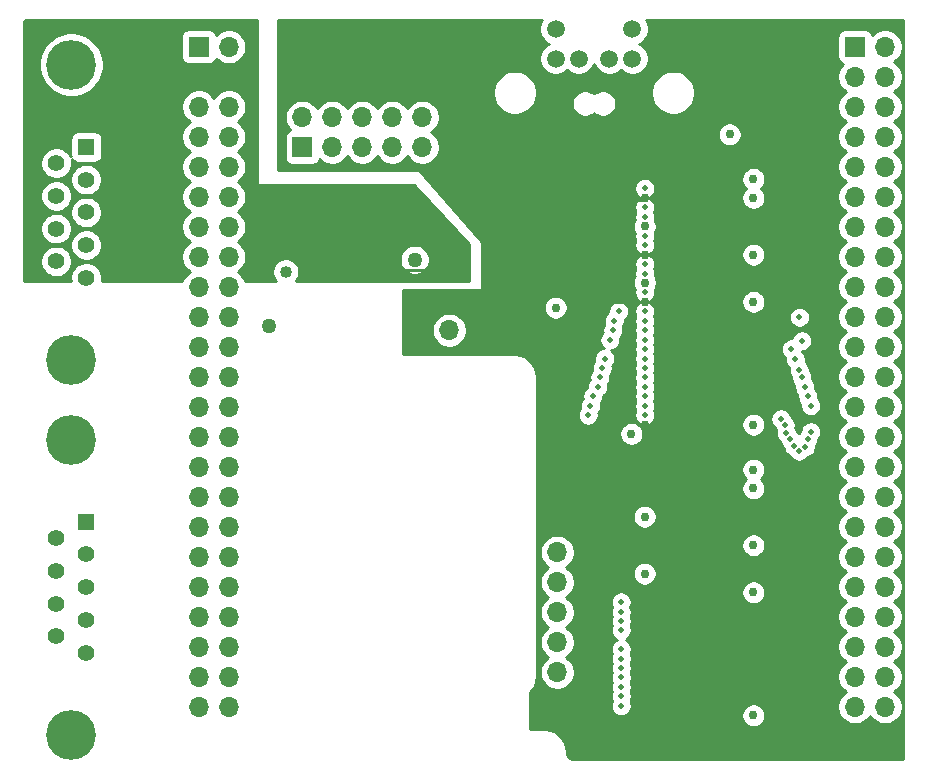
<source format=gbr>
%TF.GenerationSoftware,KiCad,Pcbnew,5.1.6-c6e7f7d~86~ubuntu18.04.1*%
%TF.CreationDate,2021-07-04T16:44:21-07:00*%
%TF.ProjectId,arrow_deca_retro_cape,6172726f-775f-4646-9563-615f72657472,rev?*%
%TF.SameCoordinates,Original*%
%TF.FileFunction,Copper,L3,Inr*%
%TF.FilePolarity,Positive*%
%FSLAX46Y46*%
G04 Gerber Fmt 4.6, Leading zero omitted, Abs format (unit mm)*
G04 Created by KiCad (PCBNEW 5.1.6-c6e7f7d~86~ubuntu18.04.1) date 2021-07-04 16:44:21*
%MOMM*%
%LPD*%
G01*
G04 APERTURE LIST*
%TA.AperFunction,ViaPad*%
%ADD10O,1.700000X1.700000*%
%TD*%
%TA.AperFunction,ViaPad*%
%ADD11R,1.700000X1.700000*%
%TD*%
%TA.AperFunction,ViaPad*%
%ADD12C,4.216000*%
%TD*%
%TA.AperFunction,ViaPad*%
%ADD13C,1.408000*%
%TD*%
%TA.AperFunction,ViaPad*%
%ADD14R,1.408000X1.408000*%
%TD*%
%TA.AperFunction,ViaPad*%
%ADD15C,1.498600*%
%TD*%
%TA.AperFunction,ViaPad*%
%ADD16C,0.762000*%
%TD*%
%TA.AperFunction,ViaPad*%
%ADD17C,1.270000*%
%TD*%
%TA.AperFunction,ViaPad*%
%ADD18C,1.016000*%
%TD*%
%TA.AperFunction,ViaPad*%
%ADD19C,0.508000*%
%TD*%
%TA.AperFunction,Conductor*%
%ADD20C,0.254000*%
%TD*%
G04 APERTURE END LIST*
D10*
%TO.N,GND*%
%TO.C,J8*%
X96393000Y-78359000D03*
%TO.N,/GPIO3*%
X96393000Y-75819000D03*
%TO.N,/GPIO2*%
X96393000Y-73279000D03*
%TO.N,/GPIO1*%
X96393000Y-70739000D03*
%TO.N,/GPIO0*%
X96393000Y-68199000D03*
D11*
%TO.N,+3V3*%
X96393000Y-65659000D03*
%TD*%
D10*
%TO.N,/3V3_LDO*%
%TO.C,J7*%
X87249000Y-49403000D03*
%TO.N,+3V3*%
X87249000Y-46863000D03*
D11*
%TO.N,+3.3VP*%
X87249000Y-44323000D03*
%TD*%
D12*
%TO.N,N/C*%
%TO.C,J4*%
X55245000Y-51914000D03*
X55245000Y-26924000D03*
D13*
%TO.N,/JOY0_PADDLE_A*%
X53975000Y-43574000D03*
%TO.N,GND*%
X53975000Y-40804000D03*
%TO.N,+5V*%
X53975000Y-38034000D03*
%TO.N,/JOY0_TRIGGER*%
X53975000Y-35264000D03*
%TO.N,/JOY0_PADDLE_B*%
X56515000Y-44959000D03*
%TO.N,/JOY0_RIGHT*%
X56515000Y-42189000D03*
%TO.N,/JOY0_LEFT*%
X56515000Y-39419000D03*
%TO.N,/JOY0_DOWN*%
X56515000Y-36649000D03*
D14*
%TO.N,/JOY0_UP*%
X56515000Y-33879000D03*
%TD*%
D12*
%TO.N,N/C*%
%TO.C,J6*%
X55245000Y-83651000D03*
X55245000Y-58661000D03*
D13*
%TO.N,/JOY1_PADDLE_A*%
X53975000Y-75311000D03*
%TO.N,GND*%
X53975000Y-72541000D03*
%TO.N,+5V*%
X53975000Y-69771000D03*
%TO.N,/JOY1_TRIGGER*%
X53975000Y-67001000D03*
%TO.N,/JOY1_PADDLE_B*%
X56515000Y-76696000D03*
%TO.N,/JOY1_RIGHT*%
X56515000Y-73926000D03*
%TO.N,/JOY1_LEFT*%
X56515000Y-71156000D03*
%TO.N,/JOY1_DOWN*%
X56515000Y-68386000D03*
D14*
%TO.N,/JOY1_UP*%
X56515000Y-65616000D03*
%TD*%
D15*
%TO.N,N/C*%
%TO.C,J5*%
X96250002Y-23900001D03*
%TO.N,/PS2_CLK_5V*%
X102750001Y-23900001D03*
%TO.N,GND*%
X102750070Y-26400001D03*
%TO.N,N/C*%
X96250070Y-26400001D03*
%TO.N,+5V*%
X98200000Y-26400001D03*
%TO.N,/PS2_DATA_5V*%
X100800000Y-26400001D03*
%TD*%
D10*
%TO.N,/A3*%
%TO.C,J2*%
X124140000Y-81280000D03*
%TO.N,/A2*%
X121600000Y-81280000D03*
%TO.N,/A1*%
X124140000Y-78740000D03*
%TO.N,/A0*%
X121600000Y-78740000D03*
%TO.N,/A10*%
X124140000Y-76200000D03*
%TO.N,/BA1*%
X121600000Y-76200000D03*
%TO.N,/BA0*%
X124140000Y-73660000D03*
%TO.N,/nCS0*%
X121600000Y-73660000D03*
%TO.N,/nRAS*%
X124140000Y-71120000D03*
%TO.N,/nCAS*%
X121600000Y-71120000D03*
%TO.N,/GPIO3*%
X124140000Y-68580000D03*
%TO.N,/GPIO2*%
X121600000Y-68580000D03*
%TO.N,/A4*%
X124140000Y-66040000D03*
%TO.N,/nWE*%
X121600000Y-66040000D03*
%TO.N,/A6*%
X124140000Y-63500000D03*
%TO.N,/A5*%
X121600000Y-63500000D03*
%TO.N,/A8*%
X124140000Y-60960000D03*
%TO.N,/A7*%
X121600000Y-60960000D03*
%TO.N,/A11*%
X124140000Y-58420000D03*
%TO.N,/A9*%
X121600000Y-58420000D03*
%TO.N,/CLK*%
X124140000Y-55880000D03*
%TO.N,/A12*%
X121600000Y-55880000D03*
%TO.N,/DQ8*%
X124140000Y-53340000D03*
%TO.N,/DQ9*%
X121600000Y-53340000D03*
%TO.N,/DQ10*%
X124140000Y-50800000D03*
%TO.N,/DQ11*%
X121600000Y-50800000D03*
%TO.N,/DQ12*%
X124140000Y-48260000D03*
%TO.N,/DQ13*%
X121600000Y-48260000D03*
%TO.N,/UDQM*%
X124140000Y-45720000D03*
%TO.N,/LDQM*%
X121600000Y-45720000D03*
%TO.N,/DQ15*%
X124140000Y-43180000D03*
%TO.N,/DQ14*%
X121600000Y-43180000D03*
%TO.N,/DQ7*%
X124140000Y-40640000D03*
%TO.N,/DQ6*%
X121600000Y-40640000D03*
%TO.N,/DQ5*%
X124140000Y-38100000D03*
%TO.N,/DQ4*%
X121600000Y-38100000D03*
%TO.N,/DQ3*%
X124140000Y-35560000D03*
%TO.N,/DQ2*%
X121600000Y-35560000D03*
%TO.N,/DQ1*%
X124140000Y-33020000D03*
%TO.N,/DQ0*%
X121600000Y-33020000D03*
%TO.N,/PS2_DATA*%
X124140000Y-30480000D03*
%TO.N,/GPIO1*%
X121600000Y-30480000D03*
%TO.N,/PS2_CLK*%
X124140000Y-27940000D03*
%TO.N,/GPIO0*%
X121600000Y-27940000D03*
%TO.N,GND*%
X124140000Y-25400000D03*
D11*
X121600000Y-25400000D03*
%TD*%
D10*
%TO.N,GND*%
%TO.C,J3*%
X68580000Y-81280000D03*
X66040000Y-81280000D03*
X68580000Y-78740000D03*
X66040000Y-78740000D03*
%TO.N,/J1_PADDLE_B*%
X68580000Y-76200000D03*
%TO.N,N/C*%
X66040000Y-76200000D03*
X68580000Y-73660000D03*
X66040000Y-73660000D03*
X68580000Y-71120000D03*
X66040000Y-71120000D03*
X68580000Y-68580000D03*
X66040000Y-68580000D03*
X68580000Y-66040000D03*
X66040000Y-66040000D03*
X68580000Y-63500000D03*
%TO.N,/J1_PADDLE_A*%
X66040000Y-63500000D03*
%TO.N,/J1_RIGHT*%
X68580000Y-60960000D03*
%TO.N,/J1_LEFT*%
X66040000Y-60960000D03*
%TO.N,/J1_DOWN*%
X68580000Y-58420000D03*
%TO.N,/J1_TRIGGER*%
X66040000Y-58420000D03*
%TO.N,/J1_UP*%
X68580000Y-55880000D03*
%TO.N,/J0_PADDLE_B*%
X66040000Y-55880000D03*
%TO.N,/J0_PADDLE_A*%
X68580000Y-53340000D03*
%TO.N,/J0_RIGHT*%
X66040000Y-53340000D03*
%TO.N,/J0_LEFT*%
X68580000Y-50800000D03*
%TO.N,/J0_DOWN*%
X66040000Y-50800000D03*
%TO.N,/J0_TRIGGER*%
X68580000Y-48260000D03*
%TO.N,/J0_UP*%
X66040000Y-48260000D03*
%TO.N,/PMOD_D1*%
X68580000Y-45720000D03*
%TO.N,/PMOD_D0*%
X66040000Y-45720000D03*
%TO.N,/PMOD_D3*%
X68580000Y-43180000D03*
%TO.N,/PMOD_D2*%
X66040000Y-43180000D03*
%TO.N,/PMOD_D5*%
X68580000Y-40640000D03*
%TO.N,/PMOD_D4*%
X66040000Y-40640000D03*
%TO.N,/PMOD_D7*%
X68580000Y-38100000D03*
%TO.N,/PMOD_D6*%
X66040000Y-38100000D03*
%TO.N,N/C*%
X68580000Y-35560000D03*
X66040000Y-35560000D03*
%TO.N,+5V*%
X68580000Y-33020000D03*
X66040000Y-33020000D03*
X68580000Y-30480000D03*
X66040000Y-30480000D03*
%TO.N,+3.3VP*%
X68580000Y-27940000D03*
X66040000Y-27940000D03*
%TO.N,GND*%
X68580000Y-25400000D03*
D11*
X66040000Y-25400000D03*
%TD*%
D10*
%TO.N,/PMOD_D5*%
%TO.C,J1*%
X77343000Y-33909000D03*
%TO.N,/PMOD_D3*%
X79883000Y-33909000D03*
D11*
%TO.N,/PMOD_D7*%
X74803000Y-33909000D03*
D10*
%TO.N,+3V3*%
X87503000Y-31369000D03*
%TO.N,GND*%
X84963000Y-31369000D03*
%TO.N,/PMOD_D6*%
X74803000Y-31369000D03*
%TO.N,+3V3*%
X87503000Y-33909000D03*
%TO.N,/PMOD_D2*%
X79883000Y-31369000D03*
%TO.N,/PMOD_D0*%
X82423000Y-31369000D03*
%TO.N,GND*%
X84963000Y-33909000D03*
%TO.N,/PMOD_D1*%
X82423000Y-33909000D03*
%TO.N,/PMOD_D4*%
X77343000Y-31369000D03*
%TD*%
D16*
%TO.N,GND*%
X102673184Y-58181645D03*
X96266000Y-47498000D03*
X103800000Y-70000000D03*
X103800000Y-65200000D03*
X103808909Y-45382853D03*
X103800000Y-40600000D03*
X113000000Y-82000000D03*
X113000000Y-71600000D03*
X113000000Y-67600000D03*
X113000000Y-62800000D03*
X113000000Y-61200000D03*
X113000000Y-57400000D03*
X113000000Y-36600000D03*
X113000000Y-38200000D03*
X113000000Y-43000000D03*
X113000000Y-47000000D03*
X110998000Y-32804910D03*
D17*
X84328000Y-43434000D03*
D18*
X73406000Y-44450000D03*
D17*
%TO.N,+5V*%
X72009000Y-49022000D03*
D16*
%TO.N,+3V3*%
X113030000Y-69850000D03*
X108712000Y-31496000D03*
X96266000Y-51816000D03*
X103828000Y-82028000D03*
X103800000Y-71600000D03*
X103800000Y-67600000D03*
X103800000Y-62800000D03*
X103800000Y-61200000D03*
X103795881Y-47004119D03*
X103800000Y-43000000D03*
X103800000Y-38200000D03*
X103800000Y-57400000D03*
X113000000Y-74800000D03*
X113000000Y-65200000D03*
X113000000Y-40600000D03*
X113000000Y-45400000D03*
X113000000Y-50200000D03*
X120142000Y-29464000D03*
D19*
%TO.N,/A3*%
X101800000Y-81200000D03*
X99000000Y-56600000D03*
X103800000Y-56600000D03*
%TO.N,/A2*%
X101800000Y-80400000D03*
X99200000Y-55800000D03*
X103800000Y-55800000D03*
%TO.N,/A1*%
X101800000Y-79600000D03*
X99400000Y-55000000D03*
X103800000Y-55000000D03*
%TO.N,/A0*%
X99800000Y-54200000D03*
X101800000Y-78800000D03*
X103800000Y-54200000D03*
%TO.N,/A10*%
X101800000Y-78000000D03*
X100000000Y-53400000D03*
X103800000Y-53400000D03*
%TO.N,/BA1*%
X101800000Y-77200000D03*
X100200000Y-52600000D03*
X103800000Y-52600000D03*
%TO.N,/BA0*%
X101800000Y-76400000D03*
X100400000Y-51800000D03*
X103800000Y-51800000D03*
%TO.N,/nCS0*%
X103800000Y-51000000D03*
%TO.N,/nRAS*%
X101800000Y-74800000D03*
X100847455Y-50200000D03*
X103800000Y-50200000D03*
%TO.N,/nCAS*%
X101800000Y-74000000D03*
X101101436Y-49400000D03*
X103800000Y-49400000D03*
%TO.N,/UDQM*%
X115316000Y-56896000D03*
X116900000Y-48300000D03*
%TO.N,/LDQM*%
X101600000Y-47800000D03*
X101800000Y-72400000D03*
X103800000Y-47800000D03*
%TO.N,/nWE*%
X103800000Y-48600000D03*
X101799149Y-73235011D03*
X101200000Y-48600000D03*
%TO.N,/A6*%
X117589382Y-55000000D03*
X117589368Y-58634912D03*
%TO.N,/A5*%
X117843371Y-58000000D03*
X117843372Y-55800000D03*
%TO.N,/A8*%
X117081346Y-53400000D03*
X116857063Y-59642938D03*
%TO.N,/A7*%
X117335361Y-54200000D03*
X117400000Y-59300000D03*
%TO.N,/A11*%
X116100000Y-58600000D03*
X116544510Y-51864916D03*
%TO.N,/A9*%
X116400831Y-59199170D03*
X116865185Y-52734815D03*
%TO.N,/CLK*%
X117094000Y-50292000D03*
X115676721Y-57418608D03*
%TO.N,/A12*%
X116210000Y-50990000D03*
X115760512Y-58063355D03*
%TO.N,/DQ7*%
X103800000Y-46200000D03*
%TO.N,/DQ6*%
X103800000Y-44600000D03*
%TO.N,/DQ5*%
X103800000Y-43800000D03*
%TO.N,/DQ4*%
X103800000Y-42200000D03*
%TO.N,/DQ3*%
X103800000Y-41400000D03*
%TO.N,/DQ2*%
X103800000Y-39800000D03*
%TO.N,/DQ1*%
X103800000Y-39000000D03*
%TO.N,/DQ0*%
X103800000Y-37400000D03*
%TD*%
D20*
%TO.N,+3.3VP*%
X66040000Y-27940000D02*
X68580000Y-27940000D01*
%TO.N,+3V3*%
X108966000Y-44450000D02*
X108966000Y-45720000D01*
X107442000Y-62738000D02*
X108966000Y-61214000D01*
X107442000Y-67564000D02*
X108966000Y-66040000D01*
X108966000Y-63754000D02*
X108966000Y-66040000D01*
X108204000Y-71628000D02*
X108966000Y-70866000D01*
X108966000Y-68834000D02*
X108966000Y-70866000D01*
X109982000Y-69850000D02*
X108966000Y-68834000D01*
X113030000Y-69850000D02*
X109982000Y-69850000D01*
X108966000Y-66040000D02*
X108966000Y-68834000D01*
X108966000Y-70866000D02*
X108966000Y-73152000D01*
X108966000Y-55626000D02*
X107188000Y-57404000D01*
X108966000Y-49022000D02*
X108966000Y-55626000D01*
X107188000Y-57404000D02*
X103886000Y-57404000D01*
X108712000Y-31496000D02*
X108966000Y-31750000D01*
X108966000Y-59944000D02*
X108966000Y-61214000D01*
X104322000Y-81534000D02*
X103828000Y-82028000D01*
X108966000Y-73152000D02*
X108966000Y-81534000D01*
X108966000Y-81534000D02*
X104322000Y-81534000D01*
X103828000Y-71628000D02*
X103800000Y-71600000D01*
X108204000Y-71628000D02*
X103828000Y-71628000D01*
X103836000Y-67564000D02*
X103800000Y-67600000D01*
X107442000Y-67564000D02*
X103836000Y-67564000D01*
X103862000Y-62738000D02*
X103800000Y-62800000D01*
X107442000Y-62738000D02*
X103862000Y-62738000D01*
X108966000Y-59766000D02*
X108834000Y-59766000D01*
X108966000Y-55626000D02*
X108966000Y-59766000D01*
X108966000Y-59766000D02*
X108966000Y-59944000D01*
X107400000Y-61200000D02*
X103800000Y-61200000D01*
X108834000Y-59766000D02*
X107400000Y-61200000D01*
X96266000Y-51816000D02*
X101082000Y-47000000D01*
X101082000Y-47000000D02*
X103791762Y-47000000D01*
X107681881Y-47004119D02*
X104334696Y-47004119D01*
X108966000Y-45720000D02*
X107681881Y-47004119D01*
X104334696Y-47004119D02*
X103795881Y-47004119D01*
X103791762Y-47000000D02*
X103795881Y-47004119D01*
X108966000Y-41634000D02*
X108966000Y-42164000D01*
X107200000Y-43000000D02*
X103800000Y-43000000D01*
X107200000Y-43000000D02*
X108966000Y-41234000D01*
X108966000Y-41234000D02*
X108966000Y-41634000D01*
X108966000Y-39878000D02*
X108966000Y-41234000D01*
X108966000Y-36966000D02*
X108966000Y-37234000D01*
X108966000Y-31750000D02*
X108966000Y-36966000D01*
X108966000Y-36966000D02*
X108966000Y-37592000D01*
X108000000Y-38200000D02*
X103800000Y-38200000D01*
X108966000Y-37234000D02*
X108000000Y-38200000D01*
X110000000Y-74800000D02*
X113000000Y-74800000D01*
X108966000Y-73766000D02*
X110000000Y-74800000D01*
X108966000Y-73152000D02*
X108966000Y-73766000D01*
X108966000Y-63034000D02*
X108966000Y-64366000D01*
X108966000Y-61214000D02*
X108966000Y-63034000D01*
X109800000Y-65200000D02*
X113000000Y-65200000D01*
X108966000Y-64366000D02*
X109800000Y-65200000D01*
X108966000Y-38766000D02*
X108966000Y-39166000D01*
X108966000Y-37592000D02*
X108966000Y-38766000D01*
X108966000Y-38766000D02*
X108966000Y-39878000D01*
X110400000Y-40600000D02*
X113000000Y-40600000D01*
X108966000Y-39166000D02*
X110400000Y-40600000D01*
X108966000Y-43366000D02*
X111000000Y-45400000D01*
X108966000Y-42164000D02*
X108966000Y-43366000D01*
X108966000Y-43366000D02*
X108966000Y-44450000D01*
X111000000Y-45400000D02*
X113000000Y-45400000D01*
X108966000Y-47966000D02*
X108966000Y-48766000D01*
X108966000Y-45720000D02*
X108966000Y-47966000D01*
X108966000Y-47966000D02*
X108966000Y-49022000D01*
X110400000Y-50200000D02*
X113000000Y-50200000D01*
X108966000Y-48766000D02*
X110400000Y-50200000D01*
X108616000Y-31400000D02*
X108712000Y-31496000D01*
X87503000Y-31369000D02*
X87503000Y-33909000D01*
X87503000Y-33909000D02*
X91948000Y-38354000D01*
X103646000Y-38354000D02*
X103800000Y-38200000D01*
X91948000Y-38354000D02*
X103646000Y-38354000D01*
X110744000Y-29464000D02*
X108712000Y-31496000D01*
X120142000Y-29464000D02*
X110744000Y-29464000D01*
X87249000Y-46863000D02*
X93345000Y-46863000D01*
X96266000Y-49784000D02*
X96266000Y-51816000D01*
X93345000Y-46863000D02*
X96266000Y-49784000D01*
%TO.N,+3.3VP*%
X87249000Y-44323000D02*
X78105000Y-44323000D01*
X78105000Y-44323000D02*
X70485000Y-36703000D01*
X70485000Y-29845000D02*
X68580000Y-27940000D01*
X70485000Y-36703000D02*
X70485000Y-29845000D01*
%TD*%
%TO.N,+3.3VP*%
G36*
X70993000Y-36957000D02*
G01*
X70995440Y-36981776D01*
X71002667Y-37005601D01*
X71014403Y-37027557D01*
X71030197Y-37046803D01*
X71049443Y-37062597D01*
X71071399Y-37074333D01*
X71095224Y-37081560D01*
X71120000Y-37084000D01*
X84272474Y-37084000D01*
X88900000Y-42086731D01*
X88900000Y-45212000D01*
X74260446Y-45212000D01*
X74293826Y-45178620D01*
X74418913Y-44991413D01*
X74505075Y-44783401D01*
X74549000Y-44562576D01*
X74549000Y-44337424D01*
X74505075Y-44116599D01*
X74418913Y-43908587D01*
X74293826Y-43721380D01*
X74134620Y-43562174D01*
X73947413Y-43437087D01*
X73739401Y-43350925D01*
X73528209Y-43308916D01*
X83058000Y-43308916D01*
X83058000Y-43559084D01*
X83106805Y-43804445D01*
X83202541Y-44035571D01*
X83341527Y-44243578D01*
X83518422Y-44420473D01*
X83726429Y-44559459D01*
X83957555Y-44655195D01*
X84202916Y-44704000D01*
X84453084Y-44704000D01*
X84698445Y-44655195D01*
X84929571Y-44559459D01*
X85137578Y-44420473D01*
X85314473Y-44243578D01*
X85453459Y-44035571D01*
X85549195Y-43804445D01*
X85598000Y-43559084D01*
X85598000Y-43308916D01*
X85549195Y-43063555D01*
X85453459Y-42832429D01*
X85314473Y-42624422D01*
X85137578Y-42447527D01*
X84929571Y-42308541D01*
X84698445Y-42212805D01*
X84453084Y-42164000D01*
X84202916Y-42164000D01*
X83957555Y-42212805D01*
X83726429Y-42308541D01*
X83518422Y-42447527D01*
X83341527Y-42624422D01*
X83202541Y-42832429D01*
X83106805Y-43063555D01*
X83058000Y-43308916D01*
X73528209Y-43308916D01*
X73518576Y-43307000D01*
X73293424Y-43307000D01*
X73072599Y-43350925D01*
X72864587Y-43437087D01*
X72677380Y-43562174D01*
X72518174Y-43721380D01*
X72393087Y-43908587D01*
X72306925Y-44116599D01*
X72263000Y-44337424D01*
X72263000Y-44562576D01*
X72306925Y-44783401D01*
X72393087Y-44991413D01*
X72518174Y-45178620D01*
X72551554Y-45212000D01*
X69976932Y-45212000D01*
X69895990Y-45016589D01*
X69733475Y-44773368D01*
X69526632Y-44566525D01*
X69352240Y-44450000D01*
X69526632Y-44333475D01*
X69733475Y-44126632D01*
X69895990Y-43883411D01*
X70007932Y-43613158D01*
X70065000Y-43326260D01*
X70065000Y-43033740D01*
X70007932Y-42746842D01*
X69895990Y-42476589D01*
X69733475Y-42233368D01*
X69526632Y-42026525D01*
X69352240Y-41910000D01*
X69526632Y-41793475D01*
X69733475Y-41586632D01*
X69895990Y-41343411D01*
X70007932Y-41073158D01*
X70065000Y-40786260D01*
X70065000Y-40493740D01*
X70007932Y-40206842D01*
X69895990Y-39936589D01*
X69733475Y-39693368D01*
X69526632Y-39486525D01*
X69352240Y-39370000D01*
X69526632Y-39253475D01*
X69733475Y-39046632D01*
X69895990Y-38803411D01*
X70007932Y-38533158D01*
X70065000Y-38246260D01*
X70065000Y-37953740D01*
X70007932Y-37666842D01*
X69895990Y-37396589D01*
X69733475Y-37153368D01*
X69526632Y-36946525D01*
X69352240Y-36830000D01*
X69526632Y-36713475D01*
X69733475Y-36506632D01*
X69895990Y-36263411D01*
X70007932Y-35993158D01*
X70065000Y-35706260D01*
X70065000Y-35413740D01*
X70007932Y-35126842D01*
X69895990Y-34856589D01*
X69733475Y-34613368D01*
X69526632Y-34406525D01*
X69352240Y-34290000D01*
X69526632Y-34173475D01*
X69733475Y-33966632D01*
X69895990Y-33723411D01*
X70007932Y-33453158D01*
X70065000Y-33166260D01*
X70065000Y-32873740D01*
X70007932Y-32586842D01*
X69895990Y-32316589D01*
X69733475Y-32073368D01*
X69526632Y-31866525D01*
X69352240Y-31750000D01*
X69526632Y-31633475D01*
X69733475Y-31426632D01*
X69895990Y-31183411D01*
X70007932Y-30913158D01*
X70065000Y-30626260D01*
X70065000Y-30333740D01*
X70007932Y-30046842D01*
X69895990Y-29776589D01*
X69733475Y-29533368D01*
X69526632Y-29326525D01*
X69283411Y-29164010D01*
X69013158Y-29052068D01*
X68726260Y-28995000D01*
X68433740Y-28995000D01*
X68146842Y-29052068D01*
X67876589Y-29164010D01*
X67633368Y-29326525D01*
X67426525Y-29533368D01*
X67310000Y-29707760D01*
X67193475Y-29533368D01*
X66986632Y-29326525D01*
X66743411Y-29164010D01*
X66473158Y-29052068D01*
X66186260Y-28995000D01*
X65893740Y-28995000D01*
X65606842Y-29052068D01*
X65336589Y-29164010D01*
X65093368Y-29326525D01*
X64886525Y-29533368D01*
X64724010Y-29776589D01*
X64612068Y-30046842D01*
X64555000Y-30333740D01*
X64555000Y-30626260D01*
X64612068Y-30913158D01*
X64724010Y-31183411D01*
X64886525Y-31426632D01*
X65093368Y-31633475D01*
X65267760Y-31750000D01*
X65093368Y-31866525D01*
X64886525Y-32073368D01*
X64724010Y-32316589D01*
X64612068Y-32586842D01*
X64555000Y-32873740D01*
X64555000Y-33166260D01*
X64612068Y-33453158D01*
X64724010Y-33723411D01*
X64886525Y-33966632D01*
X65093368Y-34173475D01*
X65267760Y-34290000D01*
X65093368Y-34406525D01*
X64886525Y-34613368D01*
X64724010Y-34856589D01*
X64612068Y-35126842D01*
X64555000Y-35413740D01*
X64555000Y-35706260D01*
X64612068Y-35993158D01*
X64724010Y-36263411D01*
X64886525Y-36506632D01*
X65093368Y-36713475D01*
X65267760Y-36830000D01*
X65093368Y-36946525D01*
X64886525Y-37153368D01*
X64724010Y-37396589D01*
X64612068Y-37666842D01*
X64555000Y-37953740D01*
X64555000Y-38246260D01*
X64612068Y-38533158D01*
X64724010Y-38803411D01*
X64886525Y-39046632D01*
X65093368Y-39253475D01*
X65267760Y-39370000D01*
X65093368Y-39486525D01*
X64886525Y-39693368D01*
X64724010Y-39936589D01*
X64612068Y-40206842D01*
X64555000Y-40493740D01*
X64555000Y-40786260D01*
X64612068Y-41073158D01*
X64724010Y-41343411D01*
X64886525Y-41586632D01*
X65093368Y-41793475D01*
X65267760Y-41910000D01*
X65093368Y-42026525D01*
X64886525Y-42233368D01*
X64724010Y-42476589D01*
X64612068Y-42746842D01*
X64555000Y-43033740D01*
X64555000Y-43326260D01*
X64612068Y-43613158D01*
X64724010Y-43883411D01*
X64886525Y-44126632D01*
X65093368Y-44333475D01*
X65267760Y-44450000D01*
X65093368Y-44566525D01*
X64886525Y-44773368D01*
X64724010Y-45016589D01*
X64643068Y-45212000D01*
X57829908Y-45212000D01*
X57854000Y-45090880D01*
X57854000Y-44827120D01*
X57802543Y-44568428D01*
X57701607Y-44324746D01*
X57555069Y-44105437D01*
X57368563Y-43918931D01*
X57149254Y-43772393D01*
X56905572Y-43671457D01*
X56646880Y-43620000D01*
X56383120Y-43620000D01*
X56124428Y-43671457D01*
X55880746Y-43772393D01*
X55661437Y-43918931D01*
X55474931Y-44105437D01*
X55328393Y-44324746D01*
X55227457Y-44568428D01*
X55176000Y-44827120D01*
X55176000Y-45090880D01*
X55200092Y-45212000D01*
X51206000Y-45212000D01*
X51206000Y-43442120D01*
X52636000Y-43442120D01*
X52636000Y-43705880D01*
X52687457Y-43964572D01*
X52788393Y-44208254D01*
X52934931Y-44427563D01*
X53121437Y-44614069D01*
X53340746Y-44760607D01*
X53584428Y-44861543D01*
X53843120Y-44913000D01*
X54106880Y-44913000D01*
X54365572Y-44861543D01*
X54609254Y-44760607D01*
X54828563Y-44614069D01*
X55015069Y-44427563D01*
X55161607Y-44208254D01*
X55262543Y-43964572D01*
X55314000Y-43705880D01*
X55314000Y-43442120D01*
X55262543Y-43183428D01*
X55161607Y-42939746D01*
X55015069Y-42720437D01*
X54828563Y-42533931D01*
X54609254Y-42387393D01*
X54365572Y-42286457D01*
X54106880Y-42235000D01*
X53843120Y-42235000D01*
X53584428Y-42286457D01*
X53340746Y-42387393D01*
X53121437Y-42533931D01*
X52934931Y-42720437D01*
X52788393Y-42939746D01*
X52687457Y-43183428D01*
X52636000Y-43442120D01*
X51206000Y-43442120D01*
X51206000Y-40672120D01*
X52636000Y-40672120D01*
X52636000Y-40935880D01*
X52687457Y-41194572D01*
X52788393Y-41438254D01*
X52934931Y-41657563D01*
X53121437Y-41844069D01*
X53340746Y-41990607D01*
X53584428Y-42091543D01*
X53843120Y-42143000D01*
X54106880Y-42143000D01*
X54365572Y-42091543D01*
X54448676Y-42057120D01*
X55176000Y-42057120D01*
X55176000Y-42320880D01*
X55227457Y-42579572D01*
X55328393Y-42823254D01*
X55474931Y-43042563D01*
X55661437Y-43229069D01*
X55880746Y-43375607D01*
X56124428Y-43476543D01*
X56383120Y-43528000D01*
X56646880Y-43528000D01*
X56905572Y-43476543D01*
X57149254Y-43375607D01*
X57368563Y-43229069D01*
X57555069Y-43042563D01*
X57701607Y-42823254D01*
X57802543Y-42579572D01*
X57854000Y-42320880D01*
X57854000Y-42057120D01*
X57802543Y-41798428D01*
X57701607Y-41554746D01*
X57555069Y-41335437D01*
X57368563Y-41148931D01*
X57149254Y-41002393D01*
X56905572Y-40901457D01*
X56646880Y-40850000D01*
X56383120Y-40850000D01*
X56124428Y-40901457D01*
X55880746Y-41002393D01*
X55661437Y-41148931D01*
X55474931Y-41335437D01*
X55328393Y-41554746D01*
X55227457Y-41798428D01*
X55176000Y-42057120D01*
X54448676Y-42057120D01*
X54609254Y-41990607D01*
X54828563Y-41844069D01*
X55015069Y-41657563D01*
X55161607Y-41438254D01*
X55262543Y-41194572D01*
X55314000Y-40935880D01*
X55314000Y-40672120D01*
X55262543Y-40413428D01*
X55161607Y-40169746D01*
X55015069Y-39950437D01*
X54828563Y-39763931D01*
X54609254Y-39617393D01*
X54365572Y-39516457D01*
X54106880Y-39465000D01*
X53843120Y-39465000D01*
X53584428Y-39516457D01*
X53340746Y-39617393D01*
X53121437Y-39763931D01*
X52934931Y-39950437D01*
X52788393Y-40169746D01*
X52687457Y-40413428D01*
X52636000Y-40672120D01*
X51206000Y-40672120D01*
X51206000Y-37902120D01*
X52636000Y-37902120D01*
X52636000Y-38165880D01*
X52687457Y-38424572D01*
X52788393Y-38668254D01*
X52934931Y-38887563D01*
X53121437Y-39074069D01*
X53340746Y-39220607D01*
X53584428Y-39321543D01*
X53843120Y-39373000D01*
X54106880Y-39373000D01*
X54365572Y-39321543D01*
X54448676Y-39287120D01*
X55176000Y-39287120D01*
X55176000Y-39550880D01*
X55227457Y-39809572D01*
X55328393Y-40053254D01*
X55474931Y-40272563D01*
X55661437Y-40459069D01*
X55880746Y-40605607D01*
X56124428Y-40706543D01*
X56383120Y-40758000D01*
X56646880Y-40758000D01*
X56905572Y-40706543D01*
X57149254Y-40605607D01*
X57368563Y-40459069D01*
X57555069Y-40272563D01*
X57701607Y-40053254D01*
X57802543Y-39809572D01*
X57854000Y-39550880D01*
X57854000Y-39287120D01*
X57802543Y-39028428D01*
X57701607Y-38784746D01*
X57555069Y-38565437D01*
X57368563Y-38378931D01*
X57149254Y-38232393D01*
X56905572Y-38131457D01*
X56646880Y-38080000D01*
X56383120Y-38080000D01*
X56124428Y-38131457D01*
X55880746Y-38232393D01*
X55661437Y-38378931D01*
X55474931Y-38565437D01*
X55328393Y-38784746D01*
X55227457Y-39028428D01*
X55176000Y-39287120D01*
X54448676Y-39287120D01*
X54609254Y-39220607D01*
X54828563Y-39074069D01*
X55015069Y-38887563D01*
X55161607Y-38668254D01*
X55262543Y-38424572D01*
X55314000Y-38165880D01*
X55314000Y-37902120D01*
X55262543Y-37643428D01*
X55161607Y-37399746D01*
X55015069Y-37180437D01*
X54828563Y-36993931D01*
X54609254Y-36847393D01*
X54365572Y-36746457D01*
X54106880Y-36695000D01*
X53843120Y-36695000D01*
X53584428Y-36746457D01*
X53340746Y-36847393D01*
X53121437Y-36993931D01*
X52934931Y-37180437D01*
X52788393Y-37399746D01*
X52687457Y-37643428D01*
X52636000Y-37902120D01*
X51206000Y-37902120D01*
X51206000Y-35132120D01*
X52636000Y-35132120D01*
X52636000Y-35395880D01*
X52687457Y-35654572D01*
X52788393Y-35898254D01*
X52934931Y-36117563D01*
X53121437Y-36304069D01*
X53340746Y-36450607D01*
X53584428Y-36551543D01*
X53843120Y-36603000D01*
X54106880Y-36603000D01*
X54365572Y-36551543D01*
X54448676Y-36517120D01*
X55176000Y-36517120D01*
X55176000Y-36780880D01*
X55227457Y-37039572D01*
X55328393Y-37283254D01*
X55474931Y-37502563D01*
X55661437Y-37689069D01*
X55880746Y-37835607D01*
X56124428Y-37936543D01*
X56383120Y-37988000D01*
X56646880Y-37988000D01*
X56905572Y-37936543D01*
X57149254Y-37835607D01*
X57368563Y-37689069D01*
X57555069Y-37502563D01*
X57701607Y-37283254D01*
X57802543Y-37039572D01*
X57854000Y-36780880D01*
X57854000Y-36517120D01*
X57802543Y-36258428D01*
X57701607Y-36014746D01*
X57555069Y-35795437D01*
X57368563Y-35608931D01*
X57149254Y-35462393D01*
X56905572Y-35361457D01*
X56646880Y-35310000D01*
X56383120Y-35310000D01*
X56124428Y-35361457D01*
X55880746Y-35462393D01*
X55661437Y-35608931D01*
X55474931Y-35795437D01*
X55328393Y-36014746D01*
X55227457Y-36258428D01*
X55176000Y-36517120D01*
X54448676Y-36517120D01*
X54609254Y-36450607D01*
X54828563Y-36304069D01*
X55015069Y-36117563D01*
X55161607Y-35898254D01*
X55262543Y-35654572D01*
X55314000Y-35395880D01*
X55314000Y-35132120D01*
X55272218Y-34922070D01*
X55280463Y-34937494D01*
X55359815Y-35034185D01*
X55456506Y-35113537D01*
X55566820Y-35172502D01*
X55686518Y-35208812D01*
X55811000Y-35221072D01*
X57219000Y-35221072D01*
X57343482Y-35208812D01*
X57463180Y-35172502D01*
X57573494Y-35113537D01*
X57670185Y-35034185D01*
X57749537Y-34937494D01*
X57808502Y-34827180D01*
X57844812Y-34707482D01*
X57857072Y-34583000D01*
X57857072Y-33175000D01*
X57844812Y-33050518D01*
X57808502Y-32930820D01*
X57749537Y-32820506D01*
X57670185Y-32723815D01*
X57573494Y-32644463D01*
X57463180Y-32585498D01*
X57343482Y-32549188D01*
X57219000Y-32536928D01*
X55811000Y-32536928D01*
X55686518Y-32549188D01*
X55566820Y-32585498D01*
X55456506Y-32644463D01*
X55359815Y-32723815D01*
X55280463Y-32820506D01*
X55221498Y-32930820D01*
X55185188Y-33050518D01*
X55172928Y-33175000D01*
X55172928Y-34583000D01*
X55182500Y-34680185D01*
X55161607Y-34629746D01*
X55015069Y-34410437D01*
X54828563Y-34223931D01*
X54609254Y-34077393D01*
X54365572Y-33976457D01*
X54106880Y-33925000D01*
X53843120Y-33925000D01*
X53584428Y-33976457D01*
X53340746Y-34077393D01*
X53121437Y-34223931D01*
X52934931Y-34410437D01*
X52788393Y-34629746D01*
X52687457Y-34873428D01*
X52636000Y-35132120D01*
X51206000Y-35132120D01*
X51206000Y-26653838D01*
X52502000Y-26653838D01*
X52502000Y-27194162D01*
X52607412Y-27724104D01*
X52814185Y-28223298D01*
X53114373Y-28672560D01*
X53496440Y-29054627D01*
X53945702Y-29354815D01*
X54444896Y-29561588D01*
X54974838Y-29667000D01*
X55515162Y-29667000D01*
X56045104Y-29561588D01*
X56544298Y-29354815D01*
X56993560Y-29054627D01*
X57375627Y-28672560D01*
X57675815Y-28223298D01*
X57882588Y-27724104D01*
X57988000Y-27194162D01*
X57988000Y-26653838D01*
X57882588Y-26123896D01*
X57675815Y-25624702D01*
X57375627Y-25175440D01*
X56993560Y-24793373D01*
X56629328Y-24550000D01*
X64551928Y-24550000D01*
X64551928Y-26250000D01*
X64564188Y-26374482D01*
X64600498Y-26494180D01*
X64659463Y-26604494D01*
X64738815Y-26701185D01*
X64835506Y-26780537D01*
X64945820Y-26839502D01*
X65065518Y-26875812D01*
X65190000Y-26888072D01*
X66890000Y-26888072D01*
X67014482Y-26875812D01*
X67134180Y-26839502D01*
X67244494Y-26780537D01*
X67341185Y-26701185D01*
X67420537Y-26604494D01*
X67479502Y-26494180D01*
X67501513Y-26421620D01*
X67633368Y-26553475D01*
X67876589Y-26715990D01*
X68146842Y-26827932D01*
X68433740Y-26885000D01*
X68726260Y-26885000D01*
X69013158Y-26827932D01*
X69283411Y-26715990D01*
X69526632Y-26553475D01*
X69733475Y-26346632D01*
X69895990Y-26103411D01*
X70007932Y-25833158D01*
X70065000Y-25546260D01*
X70065000Y-25253740D01*
X70007932Y-24966842D01*
X69895990Y-24696589D01*
X69733475Y-24453368D01*
X69526632Y-24246525D01*
X69283411Y-24084010D01*
X69013158Y-23972068D01*
X68726260Y-23915000D01*
X68433740Y-23915000D01*
X68146842Y-23972068D01*
X67876589Y-24084010D01*
X67633368Y-24246525D01*
X67501513Y-24378380D01*
X67479502Y-24305820D01*
X67420537Y-24195506D01*
X67341185Y-24098815D01*
X67244494Y-24019463D01*
X67134180Y-23960498D01*
X67014482Y-23924188D01*
X66890000Y-23911928D01*
X65190000Y-23911928D01*
X65065518Y-23924188D01*
X64945820Y-23960498D01*
X64835506Y-24019463D01*
X64738815Y-24098815D01*
X64659463Y-24195506D01*
X64600498Y-24305820D01*
X64564188Y-24425518D01*
X64551928Y-24550000D01*
X56629328Y-24550000D01*
X56544298Y-24493185D01*
X56045104Y-24286412D01*
X55515162Y-24181000D01*
X54974838Y-24181000D01*
X54444896Y-24286412D01*
X53945702Y-24493185D01*
X53496440Y-24793373D01*
X53114373Y-25175440D01*
X52814185Y-25624702D01*
X52607412Y-26123896D01*
X52502000Y-26653838D01*
X51206000Y-26653838D01*
X51206000Y-23400279D01*
X51213466Y-23324137D01*
X51226205Y-23281942D01*
X51246898Y-23243024D01*
X51274755Y-23208868D01*
X51308714Y-23180775D01*
X51347485Y-23159812D01*
X51389593Y-23146777D01*
X51463588Y-23139000D01*
X70993000Y-23139000D01*
X70993000Y-36957000D01*
G37*
X70993000Y-36957000D02*
X70995440Y-36981776D01*
X71002667Y-37005601D01*
X71014403Y-37027557D01*
X71030197Y-37046803D01*
X71049443Y-37062597D01*
X71071399Y-37074333D01*
X71095224Y-37081560D01*
X71120000Y-37084000D01*
X84272474Y-37084000D01*
X88900000Y-42086731D01*
X88900000Y-45212000D01*
X74260446Y-45212000D01*
X74293826Y-45178620D01*
X74418913Y-44991413D01*
X74505075Y-44783401D01*
X74549000Y-44562576D01*
X74549000Y-44337424D01*
X74505075Y-44116599D01*
X74418913Y-43908587D01*
X74293826Y-43721380D01*
X74134620Y-43562174D01*
X73947413Y-43437087D01*
X73739401Y-43350925D01*
X73528209Y-43308916D01*
X83058000Y-43308916D01*
X83058000Y-43559084D01*
X83106805Y-43804445D01*
X83202541Y-44035571D01*
X83341527Y-44243578D01*
X83518422Y-44420473D01*
X83726429Y-44559459D01*
X83957555Y-44655195D01*
X84202916Y-44704000D01*
X84453084Y-44704000D01*
X84698445Y-44655195D01*
X84929571Y-44559459D01*
X85137578Y-44420473D01*
X85314473Y-44243578D01*
X85453459Y-44035571D01*
X85549195Y-43804445D01*
X85598000Y-43559084D01*
X85598000Y-43308916D01*
X85549195Y-43063555D01*
X85453459Y-42832429D01*
X85314473Y-42624422D01*
X85137578Y-42447527D01*
X84929571Y-42308541D01*
X84698445Y-42212805D01*
X84453084Y-42164000D01*
X84202916Y-42164000D01*
X83957555Y-42212805D01*
X83726429Y-42308541D01*
X83518422Y-42447527D01*
X83341527Y-42624422D01*
X83202541Y-42832429D01*
X83106805Y-43063555D01*
X83058000Y-43308916D01*
X73528209Y-43308916D01*
X73518576Y-43307000D01*
X73293424Y-43307000D01*
X73072599Y-43350925D01*
X72864587Y-43437087D01*
X72677380Y-43562174D01*
X72518174Y-43721380D01*
X72393087Y-43908587D01*
X72306925Y-44116599D01*
X72263000Y-44337424D01*
X72263000Y-44562576D01*
X72306925Y-44783401D01*
X72393087Y-44991413D01*
X72518174Y-45178620D01*
X72551554Y-45212000D01*
X69976932Y-45212000D01*
X69895990Y-45016589D01*
X69733475Y-44773368D01*
X69526632Y-44566525D01*
X69352240Y-44450000D01*
X69526632Y-44333475D01*
X69733475Y-44126632D01*
X69895990Y-43883411D01*
X70007932Y-43613158D01*
X70065000Y-43326260D01*
X70065000Y-43033740D01*
X70007932Y-42746842D01*
X69895990Y-42476589D01*
X69733475Y-42233368D01*
X69526632Y-42026525D01*
X69352240Y-41910000D01*
X69526632Y-41793475D01*
X69733475Y-41586632D01*
X69895990Y-41343411D01*
X70007932Y-41073158D01*
X70065000Y-40786260D01*
X70065000Y-40493740D01*
X70007932Y-40206842D01*
X69895990Y-39936589D01*
X69733475Y-39693368D01*
X69526632Y-39486525D01*
X69352240Y-39370000D01*
X69526632Y-39253475D01*
X69733475Y-39046632D01*
X69895990Y-38803411D01*
X70007932Y-38533158D01*
X70065000Y-38246260D01*
X70065000Y-37953740D01*
X70007932Y-37666842D01*
X69895990Y-37396589D01*
X69733475Y-37153368D01*
X69526632Y-36946525D01*
X69352240Y-36830000D01*
X69526632Y-36713475D01*
X69733475Y-36506632D01*
X69895990Y-36263411D01*
X70007932Y-35993158D01*
X70065000Y-35706260D01*
X70065000Y-35413740D01*
X70007932Y-35126842D01*
X69895990Y-34856589D01*
X69733475Y-34613368D01*
X69526632Y-34406525D01*
X69352240Y-34290000D01*
X69526632Y-34173475D01*
X69733475Y-33966632D01*
X69895990Y-33723411D01*
X70007932Y-33453158D01*
X70065000Y-33166260D01*
X70065000Y-32873740D01*
X70007932Y-32586842D01*
X69895990Y-32316589D01*
X69733475Y-32073368D01*
X69526632Y-31866525D01*
X69352240Y-31750000D01*
X69526632Y-31633475D01*
X69733475Y-31426632D01*
X69895990Y-31183411D01*
X70007932Y-30913158D01*
X70065000Y-30626260D01*
X70065000Y-30333740D01*
X70007932Y-30046842D01*
X69895990Y-29776589D01*
X69733475Y-29533368D01*
X69526632Y-29326525D01*
X69283411Y-29164010D01*
X69013158Y-29052068D01*
X68726260Y-28995000D01*
X68433740Y-28995000D01*
X68146842Y-29052068D01*
X67876589Y-29164010D01*
X67633368Y-29326525D01*
X67426525Y-29533368D01*
X67310000Y-29707760D01*
X67193475Y-29533368D01*
X66986632Y-29326525D01*
X66743411Y-29164010D01*
X66473158Y-29052068D01*
X66186260Y-28995000D01*
X65893740Y-28995000D01*
X65606842Y-29052068D01*
X65336589Y-29164010D01*
X65093368Y-29326525D01*
X64886525Y-29533368D01*
X64724010Y-29776589D01*
X64612068Y-30046842D01*
X64555000Y-30333740D01*
X64555000Y-30626260D01*
X64612068Y-30913158D01*
X64724010Y-31183411D01*
X64886525Y-31426632D01*
X65093368Y-31633475D01*
X65267760Y-31750000D01*
X65093368Y-31866525D01*
X64886525Y-32073368D01*
X64724010Y-32316589D01*
X64612068Y-32586842D01*
X64555000Y-32873740D01*
X64555000Y-33166260D01*
X64612068Y-33453158D01*
X64724010Y-33723411D01*
X64886525Y-33966632D01*
X65093368Y-34173475D01*
X65267760Y-34290000D01*
X65093368Y-34406525D01*
X64886525Y-34613368D01*
X64724010Y-34856589D01*
X64612068Y-35126842D01*
X64555000Y-35413740D01*
X64555000Y-35706260D01*
X64612068Y-35993158D01*
X64724010Y-36263411D01*
X64886525Y-36506632D01*
X65093368Y-36713475D01*
X65267760Y-36830000D01*
X65093368Y-36946525D01*
X64886525Y-37153368D01*
X64724010Y-37396589D01*
X64612068Y-37666842D01*
X64555000Y-37953740D01*
X64555000Y-38246260D01*
X64612068Y-38533158D01*
X64724010Y-38803411D01*
X64886525Y-39046632D01*
X65093368Y-39253475D01*
X65267760Y-39370000D01*
X65093368Y-39486525D01*
X64886525Y-39693368D01*
X64724010Y-39936589D01*
X64612068Y-40206842D01*
X64555000Y-40493740D01*
X64555000Y-40786260D01*
X64612068Y-41073158D01*
X64724010Y-41343411D01*
X64886525Y-41586632D01*
X65093368Y-41793475D01*
X65267760Y-41910000D01*
X65093368Y-42026525D01*
X64886525Y-42233368D01*
X64724010Y-42476589D01*
X64612068Y-42746842D01*
X64555000Y-43033740D01*
X64555000Y-43326260D01*
X64612068Y-43613158D01*
X64724010Y-43883411D01*
X64886525Y-44126632D01*
X65093368Y-44333475D01*
X65267760Y-44450000D01*
X65093368Y-44566525D01*
X64886525Y-44773368D01*
X64724010Y-45016589D01*
X64643068Y-45212000D01*
X57829908Y-45212000D01*
X57854000Y-45090880D01*
X57854000Y-44827120D01*
X57802543Y-44568428D01*
X57701607Y-44324746D01*
X57555069Y-44105437D01*
X57368563Y-43918931D01*
X57149254Y-43772393D01*
X56905572Y-43671457D01*
X56646880Y-43620000D01*
X56383120Y-43620000D01*
X56124428Y-43671457D01*
X55880746Y-43772393D01*
X55661437Y-43918931D01*
X55474931Y-44105437D01*
X55328393Y-44324746D01*
X55227457Y-44568428D01*
X55176000Y-44827120D01*
X55176000Y-45090880D01*
X55200092Y-45212000D01*
X51206000Y-45212000D01*
X51206000Y-43442120D01*
X52636000Y-43442120D01*
X52636000Y-43705880D01*
X52687457Y-43964572D01*
X52788393Y-44208254D01*
X52934931Y-44427563D01*
X53121437Y-44614069D01*
X53340746Y-44760607D01*
X53584428Y-44861543D01*
X53843120Y-44913000D01*
X54106880Y-44913000D01*
X54365572Y-44861543D01*
X54609254Y-44760607D01*
X54828563Y-44614069D01*
X55015069Y-44427563D01*
X55161607Y-44208254D01*
X55262543Y-43964572D01*
X55314000Y-43705880D01*
X55314000Y-43442120D01*
X55262543Y-43183428D01*
X55161607Y-42939746D01*
X55015069Y-42720437D01*
X54828563Y-42533931D01*
X54609254Y-42387393D01*
X54365572Y-42286457D01*
X54106880Y-42235000D01*
X53843120Y-42235000D01*
X53584428Y-42286457D01*
X53340746Y-42387393D01*
X53121437Y-42533931D01*
X52934931Y-42720437D01*
X52788393Y-42939746D01*
X52687457Y-43183428D01*
X52636000Y-43442120D01*
X51206000Y-43442120D01*
X51206000Y-40672120D01*
X52636000Y-40672120D01*
X52636000Y-40935880D01*
X52687457Y-41194572D01*
X52788393Y-41438254D01*
X52934931Y-41657563D01*
X53121437Y-41844069D01*
X53340746Y-41990607D01*
X53584428Y-42091543D01*
X53843120Y-42143000D01*
X54106880Y-42143000D01*
X54365572Y-42091543D01*
X54448676Y-42057120D01*
X55176000Y-42057120D01*
X55176000Y-42320880D01*
X55227457Y-42579572D01*
X55328393Y-42823254D01*
X55474931Y-43042563D01*
X55661437Y-43229069D01*
X55880746Y-43375607D01*
X56124428Y-43476543D01*
X56383120Y-43528000D01*
X56646880Y-43528000D01*
X56905572Y-43476543D01*
X57149254Y-43375607D01*
X57368563Y-43229069D01*
X57555069Y-43042563D01*
X57701607Y-42823254D01*
X57802543Y-42579572D01*
X57854000Y-42320880D01*
X57854000Y-42057120D01*
X57802543Y-41798428D01*
X57701607Y-41554746D01*
X57555069Y-41335437D01*
X57368563Y-41148931D01*
X57149254Y-41002393D01*
X56905572Y-40901457D01*
X56646880Y-40850000D01*
X56383120Y-40850000D01*
X56124428Y-40901457D01*
X55880746Y-41002393D01*
X55661437Y-41148931D01*
X55474931Y-41335437D01*
X55328393Y-41554746D01*
X55227457Y-41798428D01*
X55176000Y-42057120D01*
X54448676Y-42057120D01*
X54609254Y-41990607D01*
X54828563Y-41844069D01*
X55015069Y-41657563D01*
X55161607Y-41438254D01*
X55262543Y-41194572D01*
X55314000Y-40935880D01*
X55314000Y-40672120D01*
X55262543Y-40413428D01*
X55161607Y-40169746D01*
X55015069Y-39950437D01*
X54828563Y-39763931D01*
X54609254Y-39617393D01*
X54365572Y-39516457D01*
X54106880Y-39465000D01*
X53843120Y-39465000D01*
X53584428Y-39516457D01*
X53340746Y-39617393D01*
X53121437Y-39763931D01*
X52934931Y-39950437D01*
X52788393Y-40169746D01*
X52687457Y-40413428D01*
X52636000Y-40672120D01*
X51206000Y-40672120D01*
X51206000Y-37902120D01*
X52636000Y-37902120D01*
X52636000Y-38165880D01*
X52687457Y-38424572D01*
X52788393Y-38668254D01*
X52934931Y-38887563D01*
X53121437Y-39074069D01*
X53340746Y-39220607D01*
X53584428Y-39321543D01*
X53843120Y-39373000D01*
X54106880Y-39373000D01*
X54365572Y-39321543D01*
X54448676Y-39287120D01*
X55176000Y-39287120D01*
X55176000Y-39550880D01*
X55227457Y-39809572D01*
X55328393Y-40053254D01*
X55474931Y-40272563D01*
X55661437Y-40459069D01*
X55880746Y-40605607D01*
X56124428Y-40706543D01*
X56383120Y-40758000D01*
X56646880Y-40758000D01*
X56905572Y-40706543D01*
X57149254Y-40605607D01*
X57368563Y-40459069D01*
X57555069Y-40272563D01*
X57701607Y-40053254D01*
X57802543Y-39809572D01*
X57854000Y-39550880D01*
X57854000Y-39287120D01*
X57802543Y-39028428D01*
X57701607Y-38784746D01*
X57555069Y-38565437D01*
X57368563Y-38378931D01*
X57149254Y-38232393D01*
X56905572Y-38131457D01*
X56646880Y-38080000D01*
X56383120Y-38080000D01*
X56124428Y-38131457D01*
X55880746Y-38232393D01*
X55661437Y-38378931D01*
X55474931Y-38565437D01*
X55328393Y-38784746D01*
X55227457Y-39028428D01*
X55176000Y-39287120D01*
X54448676Y-39287120D01*
X54609254Y-39220607D01*
X54828563Y-39074069D01*
X55015069Y-38887563D01*
X55161607Y-38668254D01*
X55262543Y-38424572D01*
X55314000Y-38165880D01*
X55314000Y-37902120D01*
X55262543Y-37643428D01*
X55161607Y-37399746D01*
X55015069Y-37180437D01*
X54828563Y-36993931D01*
X54609254Y-36847393D01*
X54365572Y-36746457D01*
X54106880Y-36695000D01*
X53843120Y-36695000D01*
X53584428Y-36746457D01*
X53340746Y-36847393D01*
X53121437Y-36993931D01*
X52934931Y-37180437D01*
X52788393Y-37399746D01*
X52687457Y-37643428D01*
X52636000Y-37902120D01*
X51206000Y-37902120D01*
X51206000Y-35132120D01*
X52636000Y-35132120D01*
X52636000Y-35395880D01*
X52687457Y-35654572D01*
X52788393Y-35898254D01*
X52934931Y-36117563D01*
X53121437Y-36304069D01*
X53340746Y-36450607D01*
X53584428Y-36551543D01*
X53843120Y-36603000D01*
X54106880Y-36603000D01*
X54365572Y-36551543D01*
X54448676Y-36517120D01*
X55176000Y-36517120D01*
X55176000Y-36780880D01*
X55227457Y-37039572D01*
X55328393Y-37283254D01*
X55474931Y-37502563D01*
X55661437Y-37689069D01*
X55880746Y-37835607D01*
X56124428Y-37936543D01*
X56383120Y-37988000D01*
X56646880Y-37988000D01*
X56905572Y-37936543D01*
X57149254Y-37835607D01*
X57368563Y-37689069D01*
X57555069Y-37502563D01*
X57701607Y-37283254D01*
X57802543Y-37039572D01*
X57854000Y-36780880D01*
X57854000Y-36517120D01*
X57802543Y-36258428D01*
X57701607Y-36014746D01*
X57555069Y-35795437D01*
X57368563Y-35608931D01*
X57149254Y-35462393D01*
X56905572Y-35361457D01*
X56646880Y-35310000D01*
X56383120Y-35310000D01*
X56124428Y-35361457D01*
X55880746Y-35462393D01*
X55661437Y-35608931D01*
X55474931Y-35795437D01*
X55328393Y-36014746D01*
X55227457Y-36258428D01*
X55176000Y-36517120D01*
X54448676Y-36517120D01*
X54609254Y-36450607D01*
X54828563Y-36304069D01*
X55015069Y-36117563D01*
X55161607Y-35898254D01*
X55262543Y-35654572D01*
X55314000Y-35395880D01*
X55314000Y-35132120D01*
X55272218Y-34922070D01*
X55280463Y-34937494D01*
X55359815Y-35034185D01*
X55456506Y-35113537D01*
X55566820Y-35172502D01*
X55686518Y-35208812D01*
X55811000Y-35221072D01*
X57219000Y-35221072D01*
X57343482Y-35208812D01*
X57463180Y-35172502D01*
X57573494Y-35113537D01*
X57670185Y-35034185D01*
X57749537Y-34937494D01*
X57808502Y-34827180D01*
X57844812Y-34707482D01*
X57857072Y-34583000D01*
X57857072Y-33175000D01*
X57844812Y-33050518D01*
X57808502Y-32930820D01*
X57749537Y-32820506D01*
X57670185Y-32723815D01*
X57573494Y-32644463D01*
X57463180Y-32585498D01*
X57343482Y-32549188D01*
X57219000Y-32536928D01*
X55811000Y-32536928D01*
X55686518Y-32549188D01*
X55566820Y-32585498D01*
X55456506Y-32644463D01*
X55359815Y-32723815D01*
X55280463Y-32820506D01*
X55221498Y-32930820D01*
X55185188Y-33050518D01*
X55172928Y-33175000D01*
X55172928Y-34583000D01*
X55182500Y-34680185D01*
X55161607Y-34629746D01*
X55015069Y-34410437D01*
X54828563Y-34223931D01*
X54609254Y-34077393D01*
X54365572Y-33976457D01*
X54106880Y-33925000D01*
X53843120Y-33925000D01*
X53584428Y-33976457D01*
X53340746Y-34077393D01*
X53121437Y-34223931D01*
X52934931Y-34410437D01*
X52788393Y-34629746D01*
X52687457Y-34873428D01*
X52636000Y-35132120D01*
X51206000Y-35132120D01*
X51206000Y-26653838D01*
X52502000Y-26653838D01*
X52502000Y-27194162D01*
X52607412Y-27724104D01*
X52814185Y-28223298D01*
X53114373Y-28672560D01*
X53496440Y-29054627D01*
X53945702Y-29354815D01*
X54444896Y-29561588D01*
X54974838Y-29667000D01*
X55515162Y-29667000D01*
X56045104Y-29561588D01*
X56544298Y-29354815D01*
X56993560Y-29054627D01*
X57375627Y-28672560D01*
X57675815Y-28223298D01*
X57882588Y-27724104D01*
X57988000Y-27194162D01*
X57988000Y-26653838D01*
X57882588Y-26123896D01*
X57675815Y-25624702D01*
X57375627Y-25175440D01*
X56993560Y-24793373D01*
X56629328Y-24550000D01*
X64551928Y-24550000D01*
X64551928Y-26250000D01*
X64564188Y-26374482D01*
X64600498Y-26494180D01*
X64659463Y-26604494D01*
X64738815Y-26701185D01*
X64835506Y-26780537D01*
X64945820Y-26839502D01*
X65065518Y-26875812D01*
X65190000Y-26888072D01*
X66890000Y-26888072D01*
X67014482Y-26875812D01*
X67134180Y-26839502D01*
X67244494Y-26780537D01*
X67341185Y-26701185D01*
X67420537Y-26604494D01*
X67479502Y-26494180D01*
X67501513Y-26421620D01*
X67633368Y-26553475D01*
X67876589Y-26715990D01*
X68146842Y-26827932D01*
X68433740Y-26885000D01*
X68726260Y-26885000D01*
X69013158Y-26827932D01*
X69283411Y-26715990D01*
X69526632Y-26553475D01*
X69733475Y-26346632D01*
X69895990Y-26103411D01*
X70007932Y-25833158D01*
X70065000Y-25546260D01*
X70065000Y-25253740D01*
X70007932Y-24966842D01*
X69895990Y-24696589D01*
X69733475Y-24453368D01*
X69526632Y-24246525D01*
X69283411Y-24084010D01*
X69013158Y-23972068D01*
X68726260Y-23915000D01*
X68433740Y-23915000D01*
X68146842Y-23972068D01*
X67876589Y-24084010D01*
X67633368Y-24246525D01*
X67501513Y-24378380D01*
X67479502Y-24305820D01*
X67420537Y-24195506D01*
X67341185Y-24098815D01*
X67244494Y-24019463D01*
X67134180Y-23960498D01*
X67014482Y-23924188D01*
X66890000Y-23911928D01*
X65190000Y-23911928D01*
X65065518Y-23924188D01*
X64945820Y-23960498D01*
X64835506Y-24019463D01*
X64738815Y-24098815D01*
X64659463Y-24195506D01*
X64600498Y-24305820D01*
X64564188Y-24425518D01*
X64551928Y-24550000D01*
X56629328Y-24550000D01*
X56544298Y-24493185D01*
X56045104Y-24286412D01*
X55515162Y-24181000D01*
X54974838Y-24181000D01*
X54444896Y-24286412D01*
X53945702Y-24493185D01*
X53496440Y-24793373D01*
X53114373Y-25175440D01*
X52814185Y-25624702D01*
X52607412Y-26123896D01*
X52502000Y-26653838D01*
X51206000Y-26653838D01*
X51206000Y-23400279D01*
X51213466Y-23324137D01*
X51226205Y-23281942D01*
X51246898Y-23243024D01*
X51274755Y-23208868D01*
X51308714Y-23180775D01*
X51347485Y-23159812D01*
X51389593Y-23146777D01*
X51463588Y-23139000D01*
X70993000Y-23139000D01*
X70993000Y-36957000D01*
%TO.N,+3V3*%
G36*
X95023251Y-23244289D02*
G01*
X94918900Y-23496216D01*
X94865702Y-23763659D01*
X94865702Y-24036343D01*
X94918900Y-24303786D01*
X95023251Y-24555713D01*
X95174746Y-24782441D01*
X95367562Y-24975257D01*
X95594290Y-25126752D01*
X95650452Y-25150015D01*
X95594358Y-25173250D01*
X95367630Y-25324745D01*
X95174814Y-25517561D01*
X95023319Y-25744289D01*
X94918968Y-25996216D01*
X94865770Y-26263659D01*
X94865770Y-26536343D01*
X94918968Y-26803786D01*
X95023319Y-27055713D01*
X95174814Y-27282441D01*
X95367630Y-27475257D01*
X95594358Y-27626752D01*
X95846285Y-27731103D01*
X96113728Y-27784301D01*
X96386412Y-27784301D01*
X96653855Y-27731103D01*
X96905782Y-27626752D01*
X97132510Y-27475257D01*
X97225035Y-27382732D01*
X97317560Y-27475257D01*
X97544288Y-27626752D01*
X97796215Y-27731103D01*
X98063658Y-27784301D01*
X98336342Y-27784301D01*
X98603785Y-27731103D01*
X98855712Y-27626752D01*
X99082440Y-27475257D01*
X99275256Y-27282441D01*
X99426751Y-27055713D01*
X99500000Y-26878873D01*
X99573249Y-27055713D01*
X99724744Y-27282441D01*
X99917560Y-27475257D01*
X100144288Y-27626752D01*
X100396215Y-27731103D01*
X100663658Y-27784301D01*
X100936342Y-27784301D01*
X101203785Y-27731103D01*
X101455712Y-27626752D01*
X101682440Y-27475257D01*
X101775035Y-27382662D01*
X101867630Y-27475257D01*
X102094358Y-27626752D01*
X102346285Y-27731103D01*
X102613728Y-27784301D01*
X102886412Y-27784301D01*
X103153855Y-27731103D01*
X103405782Y-27626752D01*
X103632510Y-27475257D01*
X103825326Y-27282441D01*
X103976821Y-27055713D01*
X104081172Y-26803786D01*
X104134370Y-26536343D01*
X104134370Y-26263659D01*
X104081172Y-25996216D01*
X103976821Y-25744289D01*
X103825326Y-25517561D01*
X103632510Y-25324745D01*
X103405782Y-25173250D01*
X103349619Y-25149987D01*
X103405713Y-25126752D01*
X103632441Y-24975257D01*
X103825257Y-24782441D01*
X103976752Y-24555713D01*
X103979118Y-24550000D01*
X120111928Y-24550000D01*
X120111928Y-26250000D01*
X120124188Y-26374482D01*
X120160498Y-26494180D01*
X120219463Y-26604494D01*
X120298815Y-26701185D01*
X120395506Y-26780537D01*
X120505820Y-26839502D01*
X120578380Y-26861513D01*
X120446525Y-26993368D01*
X120284010Y-27236589D01*
X120172068Y-27506842D01*
X120115000Y-27793740D01*
X120115000Y-28086260D01*
X120172068Y-28373158D01*
X120284010Y-28643411D01*
X120446525Y-28886632D01*
X120653368Y-29093475D01*
X120827760Y-29210000D01*
X120653368Y-29326525D01*
X120446525Y-29533368D01*
X120284010Y-29776589D01*
X120172068Y-30046842D01*
X120115000Y-30333740D01*
X120115000Y-30626260D01*
X120172068Y-30913158D01*
X120284010Y-31183411D01*
X120446525Y-31426632D01*
X120653368Y-31633475D01*
X120827760Y-31750000D01*
X120653368Y-31866525D01*
X120446525Y-32073368D01*
X120284010Y-32316589D01*
X120172068Y-32586842D01*
X120115000Y-32873740D01*
X120115000Y-33166260D01*
X120172068Y-33453158D01*
X120284010Y-33723411D01*
X120446525Y-33966632D01*
X120653368Y-34173475D01*
X120827760Y-34290000D01*
X120653368Y-34406525D01*
X120446525Y-34613368D01*
X120284010Y-34856589D01*
X120172068Y-35126842D01*
X120115000Y-35413740D01*
X120115000Y-35706260D01*
X120172068Y-35993158D01*
X120284010Y-36263411D01*
X120446525Y-36506632D01*
X120653368Y-36713475D01*
X120827760Y-36830000D01*
X120653368Y-36946525D01*
X120446525Y-37153368D01*
X120284010Y-37396589D01*
X120172068Y-37666842D01*
X120115000Y-37953740D01*
X120115000Y-38246260D01*
X120172068Y-38533158D01*
X120284010Y-38803411D01*
X120446525Y-39046632D01*
X120653368Y-39253475D01*
X120827760Y-39370000D01*
X120653368Y-39486525D01*
X120446525Y-39693368D01*
X120284010Y-39936589D01*
X120172068Y-40206842D01*
X120115000Y-40493740D01*
X120115000Y-40786260D01*
X120172068Y-41073158D01*
X120284010Y-41343411D01*
X120446525Y-41586632D01*
X120653368Y-41793475D01*
X120827760Y-41910000D01*
X120653368Y-42026525D01*
X120446525Y-42233368D01*
X120284010Y-42476589D01*
X120172068Y-42746842D01*
X120115000Y-43033740D01*
X120115000Y-43326260D01*
X120172068Y-43613158D01*
X120284010Y-43883411D01*
X120446525Y-44126632D01*
X120653368Y-44333475D01*
X120827760Y-44450000D01*
X120653368Y-44566525D01*
X120446525Y-44773368D01*
X120284010Y-45016589D01*
X120172068Y-45286842D01*
X120115000Y-45573740D01*
X120115000Y-45866260D01*
X120172068Y-46153158D01*
X120284010Y-46423411D01*
X120446525Y-46666632D01*
X120653368Y-46873475D01*
X120827760Y-46990000D01*
X120653368Y-47106525D01*
X120446525Y-47313368D01*
X120284010Y-47556589D01*
X120172068Y-47826842D01*
X120115000Y-48113740D01*
X120115000Y-48406260D01*
X120172068Y-48693158D01*
X120284010Y-48963411D01*
X120446525Y-49206632D01*
X120653368Y-49413475D01*
X120827760Y-49530000D01*
X120653368Y-49646525D01*
X120446525Y-49853368D01*
X120284010Y-50096589D01*
X120172068Y-50366842D01*
X120115000Y-50653740D01*
X120115000Y-50946260D01*
X120172068Y-51233158D01*
X120284010Y-51503411D01*
X120446525Y-51746632D01*
X120653368Y-51953475D01*
X120827760Y-52070000D01*
X120653368Y-52186525D01*
X120446525Y-52393368D01*
X120284010Y-52636589D01*
X120172068Y-52906842D01*
X120115000Y-53193740D01*
X120115000Y-53486260D01*
X120172068Y-53773158D01*
X120284010Y-54043411D01*
X120446525Y-54286632D01*
X120653368Y-54493475D01*
X120827760Y-54610000D01*
X120653368Y-54726525D01*
X120446525Y-54933368D01*
X120284010Y-55176589D01*
X120172068Y-55446842D01*
X120115000Y-55733740D01*
X120115000Y-56026260D01*
X120172068Y-56313158D01*
X120284010Y-56583411D01*
X120446525Y-56826632D01*
X120653368Y-57033475D01*
X120827760Y-57150000D01*
X120653368Y-57266525D01*
X120446525Y-57473368D01*
X120284010Y-57716589D01*
X120172068Y-57986842D01*
X120115000Y-58273740D01*
X120115000Y-58566260D01*
X120172068Y-58853158D01*
X120284010Y-59123411D01*
X120446525Y-59366632D01*
X120653368Y-59573475D01*
X120827760Y-59690000D01*
X120653368Y-59806525D01*
X120446525Y-60013368D01*
X120284010Y-60256589D01*
X120172068Y-60526842D01*
X120115000Y-60813740D01*
X120115000Y-61106260D01*
X120172068Y-61393158D01*
X120284010Y-61663411D01*
X120446525Y-61906632D01*
X120653368Y-62113475D01*
X120827760Y-62230000D01*
X120653368Y-62346525D01*
X120446525Y-62553368D01*
X120284010Y-62796589D01*
X120172068Y-63066842D01*
X120115000Y-63353740D01*
X120115000Y-63646260D01*
X120172068Y-63933158D01*
X120284010Y-64203411D01*
X120446525Y-64446632D01*
X120653368Y-64653475D01*
X120827760Y-64770000D01*
X120653368Y-64886525D01*
X120446525Y-65093368D01*
X120284010Y-65336589D01*
X120172068Y-65606842D01*
X120115000Y-65893740D01*
X120115000Y-66186260D01*
X120172068Y-66473158D01*
X120284010Y-66743411D01*
X120446525Y-66986632D01*
X120653368Y-67193475D01*
X120827760Y-67310000D01*
X120653368Y-67426525D01*
X120446525Y-67633368D01*
X120284010Y-67876589D01*
X120172068Y-68146842D01*
X120115000Y-68433740D01*
X120115000Y-68726260D01*
X120172068Y-69013158D01*
X120284010Y-69283411D01*
X120446525Y-69526632D01*
X120653368Y-69733475D01*
X120827760Y-69850000D01*
X120653368Y-69966525D01*
X120446525Y-70173368D01*
X120284010Y-70416589D01*
X120172068Y-70686842D01*
X120115000Y-70973740D01*
X120115000Y-71266260D01*
X120172068Y-71553158D01*
X120284010Y-71823411D01*
X120446525Y-72066632D01*
X120653368Y-72273475D01*
X120827760Y-72390000D01*
X120653368Y-72506525D01*
X120446525Y-72713368D01*
X120284010Y-72956589D01*
X120172068Y-73226842D01*
X120115000Y-73513740D01*
X120115000Y-73806260D01*
X120172068Y-74093158D01*
X120284010Y-74363411D01*
X120446525Y-74606632D01*
X120653368Y-74813475D01*
X120827760Y-74930000D01*
X120653368Y-75046525D01*
X120446525Y-75253368D01*
X120284010Y-75496589D01*
X120172068Y-75766842D01*
X120115000Y-76053740D01*
X120115000Y-76346260D01*
X120172068Y-76633158D01*
X120284010Y-76903411D01*
X120446525Y-77146632D01*
X120653368Y-77353475D01*
X120827760Y-77470000D01*
X120653368Y-77586525D01*
X120446525Y-77793368D01*
X120284010Y-78036589D01*
X120172068Y-78306842D01*
X120115000Y-78593740D01*
X120115000Y-78886260D01*
X120172068Y-79173158D01*
X120284010Y-79443411D01*
X120446525Y-79686632D01*
X120653368Y-79893475D01*
X120827760Y-80010000D01*
X120653368Y-80126525D01*
X120446525Y-80333368D01*
X120284010Y-80576589D01*
X120172068Y-80846842D01*
X120115000Y-81133740D01*
X120115000Y-81426260D01*
X120172068Y-81713158D01*
X120284010Y-81983411D01*
X120446525Y-82226632D01*
X120653368Y-82433475D01*
X120896589Y-82595990D01*
X121166842Y-82707932D01*
X121453740Y-82765000D01*
X121746260Y-82765000D01*
X122033158Y-82707932D01*
X122303411Y-82595990D01*
X122546632Y-82433475D01*
X122753475Y-82226632D01*
X122870000Y-82052240D01*
X122986525Y-82226632D01*
X123193368Y-82433475D01*
X123436589Y-82595990D01*
X123706842Y-82707932D01*
X123993740Y-82765000D01*
X124286260Y-82765000D01*
X124573158Y-82707932D01*
X124843411Y-82595990D01*
X125086632Y-82433475D01*
X125293475Y-82226632D01*
X125455990Y-81983411D01*
X125567932Y-81713158D01*
X125625000Y-81426260D01*
X125625000Y-81133740D01*
X125567932Y-80846842D01*
X125455990Y-80576589D01*
X125293475Y-80333368D01*
X125086632Y-80126525D01*
X124912240Y-80010000D01*
X125086632Y-79893475D01*
X125293475Y-79686632D01*
X125455990Y-79443411D01*
X125567932Y-79173158D01*
X125625000Y-78886260D01*
X125625000Y-78593740D01*
X125567932Y-78306842D01*
X125455990Y-78036589D01*
X125293475Y-77793368D01*
X125086632Y-77586525D01*
X124912240Y-77470000D01*
X125086632Y-77353475D01*
X125293475Y-77146632D01*
X125455990Y-76903411D01*
X125567932Y-76633158D01*
X125625000Y-76346260D01*
X125625000Y-76053740D01*
X125567932Y-75766842D01*
X125455990Y-75496589D01*
X125293475Y-75253368D01*
X125086632Y-75046525D01*
X124912240Y-74930000D01*
X125086632Y-74813475D01*
X125293475Y-74606632D01*
X125455990Y-74363411D01*
X125567932Y-74093158D01*
X125625000Y-73806260D01*
X125625000Y-73513740D01*
X125567932Y-73226842D01*
X125455990Y-72956589D01*
X125293475Y-72713368D01*
X125086632Y-72506525D01*
X124912240Y-72390000D01*
X125086632Y-72273475D01*
X125293475Y-72066632D01*
X125455990Y-71823411D01*
X125567932Y-71553158D01*
X125625000Y-71266260D01*
X125625000Y-70973740D01*
X125567932Y-70686842D01*
X125455990Y-70416589D01*
X125293475Y-70173368D01*
X125086632Y-69966525D01*
X124912240Y-69850000D01*
X125086632Y-69733475D01*
X125293475Y-69526632D01*
X125455990Y-69283411D01*
X125567932Y-69013158D01*
X125625000Y-68726260D01*
X125625000Y-68433740D01*
X125567932Y-68146842D01*
X125455990Y-67876589D01*
X125293475Y-67633368D01*
X125086632Y-67426525D01*
X124912240Y-67310000D01*
X125086632Y-67193475D01*
X125293475Y-66986632D01*
X125455990Y-66743411D01*
X125567932Y-66473158D01*
X125625000Y-66186260D01*
X125625000Y-65893740D01*
X125567932Y-65606842D01*
X125455990Y-65336589D01*
X125293475Y-65093368D01*
X125086632Y-64886525D01*
X124912240Y-64770000D01*
X125086632Y-64653475D01*
X125293475Y-64446632D01*
X125455990Y-64203411D01*
X125567932Y-63933158D01*
X125625000Y-63646260D01*
X125625000Y-63353740D01*
X125567932Y-63066842D01*
X125455990Y-62796589D01*
X125293475Y-62553368D01*
X125086632Y-62346525D01*
X124912240Y-62230000D01*
X125086632Y-62113475D01*
X125293475Y-61906632D01*
X125455990Y-61663411D01*
X125567932Y-61393158D01*
X125625000Y-61106260D01*
X125625000Y-60813740D01*
X125567932Y-60526842D01*
X125455990Y-60256589D01*
X125293475Y-60013368D01*
X125086632Y-59806525D01*
X124912240Y-59690000D01*
X125086632Y-59573475D01*
X125293475Y-59366632D01*
X125455990Y-59123411D01*
X125567932Y-58853158D01*
X125625000Y-58566260D01*
X125625000Y-58273740D01*
X125567932Y-57986842D01*
X125455990Y-57716589D01*
X125293475Y-57473368D01*
X125086632Y-57266525D01*
X124912240Y-57150000D01*
X125086632Y-57033475D01*
X125293475Y-56826632D01*
X125455990Y-56583411D01*
X125567932Y-56313158D01*
X125625000Y-56026260D01*
X125625000Y-55733740D01*
X125567932Y-55446842D01*
X125455990Y-55176589D01*
X125293475Y-54933368D01*
X125086632Y-54726525D01*
X124912240Y-54610000D01*
X125086632Y-54493475D01*
X125293475Y-54286632D01*
X125455990Y-54043411D01*
X125567932Y-53773158D01*
X125625000Y-53486260D01*
X125625000Y-53193740D01*
X125567932Y-52906842D01*
X125455990Y-52636589D01*
X125293475Y-52393368D01*
X125086632Y-52186525D01*
X124912240Y-52070000D01*
X125086632Y-51953475D01*
X125293475Y-51746632D01*
X125455990Y-51503411D01*
X125567932Y-51233158D01*
X125625000Y-50946260D01*
X125625000Y-50653740D01*
X125567932Y-50366842D01*
X125455990Y-50096589D01*
X125293475Y-49853368D01*
X125086632Y-49646525D01*
X124912240Y-49530000D01*
X125086632Y-49413475D01*
X125293475Y-49206632D01*
X125455990Y-48963411D01*
X125567932Y-48693158D01*
X125625000Y-48406260D01*
X125625000Y-48113740D01*
X125567932Y-47826842D01*
X125455990Y-47556589D01*
X125293475Y-47313368D01*
X125086632Y-47106525D01*
X124912240Y-46990000D01*
X125086632Y-46873475D01*
X125293475Y-46666632D01*
X125455990Y-46423411D01*
X125567932Y-46153158D01*
X125625000Y-45866260D01*
X125625000Y-45573740D01*
X125567932Y-45286842D01*
X125455990Y-45016589D01*
X125293475Y-44773368D01*
X125086632Y-44566525D01*
X124912240Y-44450000D01*
X125086632Y-44333475D01*
X125293475Y-44126632D01*
X125455990Y-43883411D01*
X125567932Y-43613158D01*
X125625000Y-43326260D01*
X125625000Y-43033740D01*
X125567932Y-42746842D01*
X125455990Y-42476589D01*
X125293475Y-42233368D01*
X125086632Y-42026525D01*
X124912240Y-41910000D01*
X125086632Y-41793475D01*
X125293475Y-41586632D01*
X125455990Y-41343411D01*
X125567932Y-41073158D01*
X125625000Y-40786260D01*
X125625000Y-40493740D01*
X125567932Y-40206842D01*
X125455990Y-39936589D01*
X125293475Y-39693368D01*
X125086632Y-39486525D01*
X124912240Y-39370000D01*
X125086632Y-39253475D01*
X125293475Y-39046632D01*
X125455990Y-38803411D01*
X125567932Y-38533158D01*
X125625000Y-38246260D01*
X125625000Y-37953740D01*
X125567932Y-37666842D01*
X125455990Y-37396589D01*
X125293475Y-37153368D01*
X125086632Y-36946525D01*
X124912240Y-36830000D01*
X125086632Y-36713475D01*
X125293475Y-36506632D01*
X125455990Y-36263411D01*
X125567932Y-35993158D01*
X125625000Y-35706260D01*
X125625000Y-35413740D01*
X125567932Y-35126842D01*
X125455990Y-34856589D01*
X125293475Y-34613368D01*
X125086632Y-34406525D01*
X124912240Y-34290000D01*
X125086632Y-34173475D01*
X125293475Y-33966632D01*
X125455990Y-33723411D01*
X125567932Y-33453158D01*
X125625000Y-33166260D01*
X125625000Y-32873740D01*
X125567932Y-32586842D01*
X125455990Y-32316589D01*
X125293475Y-32073368D01*
X125086632Y-31866525D01*
X124912240Y-31750000D01*
X125086632Y-31633475D01*
X125293475Y-31426632D01*
X125455990Y-31183411D01*
X125567932Y-30913158D01*
X125625000Y-30626260D01*
X125625000Y-30333740D01*
X125567932Y-30046842D01*
X125455990Y-29776589D01*
X125293475Y-29533368D01*
X125086632Y-29326525D01*
X124912240Y-29210000D01*
X125086632Y-29093475D01*
X125293475Y-28886632D01*
X125455990Y-28643411D01*
X125567932Y-28373158D01*
X125625000Y-28086260D01*
X125625000Y-27793740D01*
X125567932Y-27506842D01*
X125455990Y-27236589D01*
X125293475Y-26993368D01*
X125086632Y-26786525D01*
X124912240Y-26670000D01*
X125086632Y-26553475D01*
X125293475Y-26346632D01*
X125455990Y-26103411D01*
X125567932Y-25833158D01*
X125625000Y-25546260D01*
X125625000Y-25253740D01*
X125567932Y-24966842D01*
X125455990Y-24696589D01*
X125293475Y-24453368D01*
X125086632Y-24246525D01*
X124843411Y-24084010D01*
X124573158Y-23972068D01*
X124286260Y-23915000D01*
X123993740Y-23915000D01*
X123706842Y-23972068D01*
X123436589Y-24084010D01*
X123193368Y-24246525D01*
X123061513Y-24378380D01*
X123039502Y-24305820D01*
X122980537Y-24195506D01*
X122901185Y-24098815D01*
X122804494Y-24019463D01*
X122694180Y-23960498D01*
X122574482Y-23924188D01*
X122450000Y-23911928D01*
X120750000Y-23911928D01*
X120625518Y-23924188D01*
X120505820Y-23960498D01*
X120395506Y-24019463D01*
X120298815Y-24098815D01*
X120219463Y-24195506D01*
X120160498Y-24305820D01*
X120124188Y-24425518D01*
X120111928Y-24550000D01*
X103979118Y-24550000D01*
X104081103Y-24303786D01*
X104134301Y-24036343D01*
X104134301Y-23763659D01*
X104081103Y-23496216D01*
X103976752Y-23244289D01*
X103906400Y-23139000D01*
X125570723Y-23139000D01*
X125622197Y-23144047D01*
X125640662Y-23149622D01*
X125657694Y-23158678D01*
X125672643Y-23170870D01*
X125684938Y-23185732D01*
X125694111Y-23202696D01*
X125699817Y-23221129D01*
X125705000Y-23270446D01*
X125705001Y-85565712D01*
X125699953Y-85617195D01*
X125694377Y-85635663D01*
X125685322Y-85652693D01*
X125673129Y-85667643D01*
X125658266Y-85679939D01*
X125641303Y-85689111D01*
X125622871Y-85694817D01*
X125573554Y-85700000D01*
X97822279Y-85700000D01*
X97672131Y-85685278D01*
X97558754Y-85651047D01*
X97454182Y-85595445D01*
X97362405Y-85520594D01*
X97286909Y-85429335D01*
X97230581Y-85325160D01*
X97195560Y-85212024D01*
X97177145Y-85036813D01*
X97177253Y-85021318D01*
X97176354Y-85012147D01*
X97150446Y-84765644D01*
X97138414Y-84707028D01*
X97127208Y-84648284D01*
X97124544Y-84639462D01*
X97051249Y-84402686D01*
X97028074Y-84347555D01*
X97005661Y-84292080D01*
X97001334Y-84283944D01*
X96883446Y-84065914D01*
X96850012Y-84016346D01*
X96817240Y-83966265D01*
X96811416Y-83959124D01*
X96653423Y-83768144D01*
X96610988Y-83726005D01*
X96569125Y-83683255D01*
X96562024Y-83677381D01*
X96369946Y-83520727D01*
X96320169Y-83487655D01*
X96270763Y-83453826D01*
X96262657Y-83449444D01*
X96043809Y-83333081D01*
X95988532Y-83310298D01*
X95933525Y-83286721D01*
X95924722Y-83283997D01*
X95687441Y-83212357D01*
X95628754Y-83200736D01*
X95570248Y-83188300D01*
X95561085Y-83187337D01*
X95561083Y-83187337D01*
X95314405Y-83163150D01*
X95314402Y-83163150D01*
X95282419Y-83160000D01*
X94107000Y-83160000D01*
X94107000Y-80068668D01*
X94116745Y-80059125D01*
X94122618Y-80052024D01*
X94279273Y-79859947D01*
X94312374Y-79810125D01*
X94346173Y-79760763D01*
X94350556Y-79752657D01*
X94466919Y-79533809D01*
X94489707Y-79478521D01*
X94513279Y-79423525D01*
X94516003Y-79414722D01*
X94587643Y-79177441D01*
X94599264Y-79118754D01*
X94611700Y-79060248D01*
X94612663Y-79051083D01*
X94636850Y-78804405D01*
X94636850Y-78804402D01*
X94640000Y-78772419D01*
X94640000Y-68052740D01*
X94908000Y-68052740D01*
X94908000Y-68345260D01*
X94965068Y-68632158D01*
X95077010Y-68902411D01*
X95239525Y-69145632D01*
X95446368Y-69352475D01*
X95620760Y-69469000D01*
X95446368Y-69585525D01*
X95239525Y-69792368D01*
X95077010Y-70035589D01*
X94965068Y-70305842D01*
X94908000Y-70592740D01*
X94908000Y-70885260D01*
X94965068Y-71172158D01*
X95077010Y-71442411D01*
X95239525Y-71685632D01*
X95446368Y-71892475D01*
X95620760Y-72009000D01*
X95446368Y-72125525D01*
X95239525Y-72332368D01*
X95077010Y-72575589D01*
X94965068Y-72845842D01*
X94908000Y-73132740D01*
X94908000Y-73425260D01*
X94965068Y-73712158D01*
X95077010Y-73982411D01*
X95239525Y-74225632D01*
X95446368Y-74432475D01*
X95620760Y-74549000D01*
X95446368Y-74665525D01*
X95239525Y-74872368D01*
X95077010Y-75115589D01*
X94965068Y-75385842D01*
X94908000Y-75672740D01*
X94908000Y-75965260D01*
X94965068Y-76252158D01*
X95077010Y-76522411D01*
X95239525Y-76765632D01*
X95446368Y-76972475D01*
X95620760Y-77089000D01*
X95446368Y-77205525D01*
X95239525Y-77412368D01*
X95077010Y-77655589D01*
X94965068Y-77925842D01*
X94908000Y-78212740D01*
X94908000Y-78505260D01*
X94965068Y-78792158D01*
X95077010Y-79062411D01*
X95239525Y-79305632D01*
X95446368Y-79512475D01*
X95689589Y-79674990D01*
X95959842Y-79786932D01*
X96246740Y-79844000D01*
X96539260Y-79844000D01*
X96826158Y-79786932D01*
X97096411Y-79674990D01*
X97339632Y-79512475D01*
X97546475Y-79305632D01*
X97708990Y-79062411D01*
X97820932Y-78792158D01*
X97878000Y-78505260D01*
X97878000Y-78212740D01*
X97820932Y-77925842D01*
X97708990Y-77655589D01*
X97546475Y-77412368D01*
X97339632Y-77205525D01*
X97165240Y-77089000D01*
X97339632Y-76972475D01*
X97546475Y-76765632D01*
X97708990Y-76522411D01*
X97820932Y-76252158D01*
X97878000Y-75965260D01*
X97878000Y-75672740D01*
X97820932Y-75385842D01*
X97708990Y-75115589D01*
X97546475Y-74872368D01*
X97339632Y-74665525D01*
X97165240Y-74549000D01*
X97339632Y-74432475D01*
X97546475Y-74225632D01*
X97708990Y-73982411D01*
X97820932Y-73712158D01*
X97878000Y-73425260D01*
X97878000Y-73147452D01*
X100910149Y-73147452D01*
X100910149Y-73322570D01*
X100944313Y-73494323D01*
X100995763Y-73618533D01*
X100945164Y-73740688D01*
X100911000Y-73912441D01*
X100911000Y-74087559D01*
X100945164Y-74259312D01*
X101003439Y-74400000D01*
X100945164Y-74540688D01*
X100911000Y-74712441D01*
X100911000Y-74887559D01*
X100945164Y-75059312D01*
X101012179Y-75221099D01*
X101109469Y-75366704D01*
X101233296Y-75490531D01*
X101378901Y-75587821D01*
X101408303Y-75600000D01*
X101378901Y-75612179D01*
X101233296Y-75709469D01*
X101109469Y-75833296D01*
X101012179Y-75978901D01*
X100945164Y-76140688D01*
X100911000Y-76312441D01*
X100911000Y-76487559D01*
X100945164Y-76659312D01*
X101003439Y-76800000D01*
X100945164Y-76940688D01*
X100911000Y-77112441D01*
X100911000Y-77287559D01*
X100945164Y-77459312D01*
X101003439Y-77600000D01*
X100945164Y-77740688D01*
X100911000Y-77912441D01*
X100911000Y-78087559D01*
X100945164Y-78259312D01*
X101003439Y-78400000D01*
X100945164Y-78540688D01*
X100911000Y-78712441D01*
X100911000Y-78887559D01*
X100945164Y-79059312D01*
X101003439Y-79200000D01*
X100945164Y-79340688D01*
X100911000Y-79512441D01*
X100911000Y-79687559D01*
X100945164Y-79859312D01*
X101003439Y-80000000D01*
X100945164Y-80140688D01*
X100911000Y-80312441D01*
X100911000Y-80487559D01*
X100945164Y-80659312D01*
X101003439Y-80800000D01*
X100945164Y-80940688D01*
X100911000Y-81112441D01*
X100911000Y-81287559D01*
X100945164Y-81459312D01*
X101012179Y-81621099D01*
X101109469Y-81766704D01*
X101233296Y-81890531D01*
X101378901Y-81987821D01*
X101540688Y-82054836D01*
X101712441Y-82089000D01*
X101887559Y-82089000D01*
X102059312Y-82054836D01*
X102221099Y-81987821D01*
X102352632Y-81899933D01*
X111984000Y-81899933D01*
X111984000Y-82100067D01*
X112023044Y-82296356D01*
X112099632Y-82481256D01*
X112210821Y-82647662D01*
X112352338Y-82789179D01*
X112518744Y-82900368D01*
X112703644Y-82976956D01*
X112899933Y-83016000D01*
X113100067Y-83016000D01*
X113296356Y-82976956D01*
X113481256Y-82900368D01*
X113647662Y-82789179D01*
X113789179Y-82647662D01*
X113900368Y-82481256D01*
X113976956Y-82296356D01*
X114016000Y-82100067D01*
X114016000Y-81899933D01*
X113976956Y-81703644D01*
X113900368Y-81518744D01*
X113789179Y-81352338D01*
X113647662Y-81210821D01*
X113481256Y-81099632D01*
X113296356Y-81023044D01*
X113100067Y-80984000D01*
X112899933Y-80984000D01*
X112703644Y-81023044D01*
X112518744Y-81099632D01*
X112352338Y-81210821D01*
X112210821Y-81352338D01*
X112099632Y-81518744D01*
X112023044Y-81703644D01*
X111984000Y-81899933D01*
X102352632Y-81899933D01*
X102366704Y-81890531D01*
X102490531Y-81766704D01*
X102587821Y-81621099D01*
X102654836Y-81459312D01*
X102689000Y-81287559D01*
X102689000Y-81112441D01*
X102654836Y-80940688D01*
X102596561Y-80800000D01*
X102654836Y-80659312D01*
X102689000Y-80487559D01*
X102689000Y-80312441D01*
X102654836Y-80140688D01*
X102596561Y-80000000D01*
X102654836Y-79859312D01*
X102689000Y-79687559D01*
X102689000Y-79512441D01*
X102654836Y-79340688D01*
X102596561Y-79200000D01*
X102654836Y-79059312D01*
X102689000Y-78887559D01*
X102689000Y-78712441D01*
X102654836Y-78540688D01*
X102596561Y-78400000D01*
X102654836Y-78259312D01*
X102689000Y-78087559D01*
X102689000Y-77912441D01*
X102654836Y-77740688D01*
X102596561Y-77600000D01*
X102654836Y-77459312D01*
X102689000Y-77287559D01*
X102689000Y-77112441D01*
X102654836Y-76940688D01*
X102596561Y-76800000D01*
X102654836Y-76659312D01*
X102689000Y-76487559D01*
X102689000Y-76312441D01*
X102654836Y-76140688D01*
X102587821Y-75978901D01*
X102490531Y-75833296D01*
X102366704Y-75709469D01*
X102221099Y-75612179D01*
X102191697Y-75600000D01*
X102221099Y-75587821D01*
X102366704Y-75490531D01*
X102490531Y-75366704D01*
X102587821Y-75221099D01*
X102654836Y-75059312D01*
X102689000Y-74887559D01*
X102689000Y-74712441D01*
X102654836Y-74540688D01*
X102596561Y-74400000D01*
X102654836Y-74259312D01*
X102689000Y-74087559D01*
X102689000Y-73912441D01*
X102654836Y-73740688D01*
X102603386Y-73616478D01*
X102653985Y-73494323D01*
X102688149Y-73322570D01*
X102688149Y-73147452D01*
X102653985Y-72975699D01*
X102588884Y-72818533D01*
X102654836Y-72659312D01*
X102689000Y-72487559D01*
X102689000Y-72312441D01*
X102654836Y-72140688D01*
X102587821Y-71978901D01*
X102490531Y-71833296D01*
X102366704Y-71709469D01*
X102221099Y-71612179D01*
X102059312Y-71545164D01*
X101887559Y-71511000D01*
X101712441Y-71511000D01*
X101540688Y-71545164D01*
X101378901Y-71612179D01*
X101233296Y-71709469D01*
X101109469Y-71833296D01*
X101012179Y-71978901D01*
X100945164Y-72140688D01*
X100911000Y-72312441D01*
X100911000Y-72487559D01*
X100945164Y-72659312D01*
X101010265Y-72816478D01*
X100944313Y-72975699D01*
X100910149Y-73147452D01*
X97878000Y-73147452D01*
X97878000Y-73132740D01*
X97820932Y-72845842D01*
X97708990Y-72575589D01*
X97546475Y-72332368D01*
X97339632Y-72125525D01*
X97165240Y-72009000D01*
X97339632Y-71892475D01*
X97546475Y-71685632D01*
X97670555Y-71499933D01*
X111984000Y-71499933D01*
X111984000Y-71700067D01*
X112023044Y-71896356D01*
X112099632Y-72081256D01*
X112210821Y-72247662D01*
X112352338Y-72389179D01*
X112518744Y-72500368D01*
X112703644Y-72576956D01*
X112899933Y-72616000D01*
X113100067Y-72616000D01*
X113296356Y-72576956D01*
X113481256Y-72500368D01*
X113647662Y-72389179D01*
X113789179Y-72247662D01*
X113900368Y-72081256D01*
X113976956Y-71896356D01*
X114016000Y-71700067D01*
X114016000Y-71499933D01*
X113976956Y-71303644D01*
X113900368Y-71118744D01*
X113789179Y-70952338D01*
X113647662Y-70810821D01*
X113481256Y-70699632D01*
X113296356Y-70623044D01*
X113100067Y-70584000D01*
X112899933Y-70584000D01*
X112703644Y-70623044D01*
X112518744Y-70699632D01*
X112352338Y-70810821D01*
X112210821Y-70952338D01*
X112099632Y-71118744D01*
X112023044Y-71303644D01*
X111984000Y-71499933D01*
X97670555Y-71499933D01*
X97708990Y-71442411D01*
X97820932Y-71172158D01*
X97878000Y-70885260D01*
X97878000Y-70592740D01*
X97820932Y-70305842D01*
X97708990Y-70035589D01*
X97618348Y-69899933D01*
X102784000Y-69899933D01*
X102784000Y-70100067D01*
X102823044Y-70296356D01*
X102899632Y-70481256D01*
X103010821Y-70647662D01*
X103152338Y-70789179D01*
X103318744Y-70900368D01*
X103503644Y-70976956D01*
X103699933Y-71016000D01*
X103900067Y-71016000D01*
X104096356Y-70976956D01*
X104281256Y-70900368D01*
X104447662Y-70789179D01*
X104589179Y-70647662D01*
X104700368Y-70481256D01*
X104776956Y-70296356D01*
X104816000Y-70100067D01*
X104816000Y-69899933D01*
X104776956Y-69703644D01*
X104700368Y-69518744D01*
X104589179Y-69352338D01*
X104447662Y-69210821D01*
X104281256Y-69099632D01*
X104096356Y-69023044D01*
X103900067Y-68984000D01*
X103699933Y-68984000D01*
X103503644Y-69023044D01*
X103318744Y-69099632D01*
X103152338Y-69210821D01*
X103010821Y-69352338D01*
X102899632Y-69518744D01*
X102823044Y-69703644D01*
X102784000Y-69899933D01*
X97618348Y-69899933D01*
X97546475Y-69792368D01*
X97339632Y-69585525D01*
X97165240Y-69469000D01*
X97339632Y-69352475D01*
X97546475Y-69145632D01*
X97708990Y-68902411D01*
X97820932Y-68632158D01*
X97878000Y-68345260D01*
X97878000Y-68052740D01*
X97820932Y-67765842D01*
X97710790Y-67499933D01*
X111984000Y-67499933D01*
X111984000Y-67700067D01*
X112023044Y-67896356D01*
X112099632Y-68081256D01*
X112210821Y-68247662D01*
X112352338Y-68389179D01*
X112518744Y-68500368D01*
X112703644Y-68576956D01*
X112899933Y-68616000D01*
X113100067Y-68616000D01*
X113296356Y-68576956D01*
X113481256Y-68500368D01*
X113647662Y-68389179D01*
X113789179Y-68247662D01*
X113900368Y-68081256D01*
X113976956Y-67896356D01*
X114016000Y-67700067D01*
X114016000Y-67499933D01*
X113976956Y-67303644D01*
X113900368Y-67118744D01*
X113789179Y-66952338D01*
X113647662Y-66810821D01*
X113481256Y-66699632D01*
X113296356Y-66623044D01*
X113100067Y-66584000D01*
X112899933Y-66584000D01*
X112703644Y-66623044D01*
X112518744Y-66699632D01*
X112352338Y-66810821D01*
X112210821Y-66952338D01*
X112099632Y-67118744D01*
X112023044Y-67303644D01*
X111984000Y-67499933D01*
X97710790Y-67499933D01*
X97708990Y-67495589D01*
X97546475Y-67252368D01*
X97339632Y-67045525D01*
X97096411Y-66883010D01*
X96826158Y-66771068D01*
X96539260Y-66714000D01*
X96246740Y-66714000D01*
X95959842Y-66771068D01*
X95689589Y-66883010D01*
X95446368Y-67045525D01*
X95239525Y-67252368D01*
X95077010Y-67495589D01*
X94965068Y-67765842D01*
X94908000Y-68052740D01*
X94640000Y-68052740D01*
X94640000Y-65099933D01*
X102784000Y-65099933D01*
X102784000Y-65300067D01*
X102823044Y-65496356D01*
X102899632Y-65681256D01*
X103010821Y-65847662D01*
X103152338Y-65989179D01*
X103318744Y-66100368D01*
X103503644Y-66176956D01*
X103699933Y-66216000D01*
X103900067Y-66216000D01*
X104096356Y-66176956D01*
X104281256Y-66100368D01*
X104447662Y-65989179D01*
X104589179Y-65847662D01*
X104700368Y-65681256D01*
X104776956Y-65496356D01*
X104816000Y-65300067D01*
X104816000Y-65099933D01*
X104776956Y-64903644D01*
X104700368Y-64718744D01*
X104589179Y-64552338D01*
X104447662Y-64410821D01*
X104281256Y-64299632D01*
X104096356Y-64223044D01*
X103900067Y-64184000D01*
X103699933Y-64184000D01*
X103503644Y-64223044D01*
X103318744Y-64299632D01*
X103152338Y-64410821D01*
X103010821Y-64552338D01*
X102899632Y-64718744D01*
X102823044Y-64903644D01*
X102784000Y-65099933D01*
X94640000Y-65099933D01*
X94640000Y-61099933D01*
X111984000Y-61099933D01*
X111984000Y-61300067D01*
X112023044Y-61496356D01*
X112099632Y-61681256D01*
X112210821Y-61847662D01*
X112352338Y-61989179D01*
X112368533Y-62000000D01*
X112352338Y-62010821D01*
X112210821Y-62152338D01*
X112099632Y-62318744D01*
X112023044Y-62503644D01*
X111984000Y-62699933D01*
X111984000Y-62900067D01*
X112023044Y-63096356D01*
X112099632Y-63281256D01*
X112210821Y-63447662D01*
X112352338Y-63589179D01*
X112518744Y-63700368D01*
X112703644Y-63776956D01*
X112899933Y-63816000D01*
X113100067Y-63816000D01*
X113296356Y-63776956D01*
X113481256Y-63700368D01*
X113647662Y-63589179D01*
X113789179Y-63447662D01*
X113900368Y-63281256D01*
X113976956Y-63096356D01*
X114016000Y-62900067D01*
X114016000Y-62699933D01*
X113976956Y-62503644D01*
X113900368Y-62318744D01*
X113789179Y-62152338D01*
X113647662Y-62010821D01*
X113631467Y-62000000D01*
X113647662Y-61989179D01*
X113789179Y-61847662D01*
X113900368Y-61681256D01*
X113976956Y-61496356D01*
X114016000Y-61300067D01*
X114016000Y-61099933D01*
X113976956Y-60903644D01*
X113900368Y-60718744D01*
X113789179Y-60552338D01*
X113647662Y-60410821D01*
X113481256Y-60299632D01*
X113296356Y-60223044D01*
X113100067Y-60184000D01*
X112899933Y-60184000D01*
X112703644Y-60223044D01*
X112518744Y-60299632D01*
X112352338Y-60410821D01*
X112210821Y-60552338D01*
X112099632Y-60718744D01*
X112023044Y-60903644D01*
X111984000Y-61099933D01*
X94640000Y-61099933D01*
X94640000Y-58081578D01*
X101657184Y-58081578D01*
X101657184Y-58281712D01*
X101696228Y-58478001D01*
X101772816Y-58662901D01*
X101884005Y-58829307D01*
X102025522Y-58970824D01*
X102191928Y-59082013D01*
X102376828Y-59158601D01*
X102573117Y-59197645D01*
X102773251Y-59197645D01*
X102969540Y-59158601D01*
X103154440Y-59082013D01*
X103320846Y-58970824D01*
X103462363Y-58829307D01*
X103573552Y-58662901D01*
X103650140Y-58478001D01*
X103689184Y-58281712D01*
X103689184Y-58081578D01*
X103650140Y-57885289D01*
X103573552Y-57700389D01*
X103462363Y-57533983D01*
X103320846Y-57392466D01*
X103154440Y-57281277D01*
X102969540Y-57204689D01*
X102773251Y-57165645D01*
X102573117Y-57165645D01*
X102376828Y-57204689D01*
X102191928Y-57281277D01*
X102025522Y-57392466D01*
X101884005Y-57533983D01*
X101772816Y-57700389D01*
X101696228Y-57885289D01*
X101657184Y-58081578D01*
X94640000Y-58081578D01*
X94640000Y-56512441D01*
X98111000Y-56512441D01*
X98111000Y-56687559D01*
X98145164Y-56859312D01*
X98212179Y-57021099D01*
X98309469Y-57166704D01*
X98433296Y-57290531D01*
X98578901Y-57387821D01*
X98740688Y-57454836D01*
X98912441Y-57489000D01*
X99087559Y-57489000D01*
X99259312Y-57454836D01*
X99421099Y-57387821D01*
X99566704Y-57290531D01*
X99690531Y-57166704D01*
X99787821Y-57021099D01*
X99854836Y-56859312D01*
X99889000Y-56687559D01*
X99889000Y-56512441D01*
X99865075Y-56392160D01*
X99890531Y-56366704D01*
X99987821Y-56221099D01*
X100054836Y-56059312D01*
X100089000Y-55887559D01*
X100089000Y-55712441D01*
X100065075Y-55592160D01*
X100090531Y-55566704D01*
X100187821Y-55421099D01*
X100254836Y-55259312D01*
X100289000Y-55087559D01*
X100289000Y-54942451D01*
X100366704Y-54890531D01*
X100490531Y-54766704D01*
X100587821Y-54621099D01*
X100654836Y-54459312D01*
X100689000Y-54287559D01*
X100689000Y-54112441D01*
X100665075Y-53992160D01*
X100690531Y-53966704D01*
X100787821Y-53821099D01*
X100854836Y-53659312D01*
X100889000Y-53487559D01*
X100889000Y-53312441D01*
X100865075Y-53192160D01*
X100890531Y-53166704D01*
X100987821Y-53021099D01*
X101054836Y-52859312D01*
X101089000Y-52687559D01*
X101089000Y-52512441D01*
X101065075Y-52392160D01*
X101090531Y-52366704D01*
X101187821Y-52221099D01*
X101254836Y-52059312D01*
X101289000Y-51887559D01*
X101289000Y-51712441D01*
X101254836Y-51540688D01*
X101187821Y-51378901D01*
X101090531Y-51233296D01*
X100966704Y-51109469D01*
X100935828Y-51088838D01*
X101106767Y-51054836D01*
X101268554Y-50987821D01*
X101414159Y-50890531D01*
X101537986Y-50766704D01*
X101635276Y-50621099D01*
X101702291Y-50459312D01*
X101736455Y-50287559D01*
X101736455Y-50112441D01*
X101721486Y-50037185D01*
X101791967Y-49966704D01*
X101889257Y-49821099D01*
X101956272Y-49659312D01*
X101990436Y-49487559D01*
X101990436Y-49312441D01*
X101956272Y-49140688D01*
X101937766Y-49096011D01*
X101987821Y-49021099D01*
X102054836Y-48859312D01*
X102089000Y-48687559D01*
X102089000Y-48542451D01*
X102166704Y-48490531D01*
X102290531Y-48366704D01*
X102387821Y-48221099D01*
X102454836Y-48059312D01*
X102489000Y-47887559D01*
X102489000Y-47712441D01*
X102454836Y-47540688D01*
X102387821Y-47378901D01*
X102290531Y-47233296D01*
X102166704Y-47109469D01*
X102021099Y-47012179D01*
X101859312Y-46945164D01*
X101687559Y-46911000D01*
X101512441Y-46911000D01*
X101340688Y-46945164D01*
X101178901Y-47012179D01*
X101033296Y-47109469D01*
X100909469Y-47233296D01*
X100812179Y-47378901D01*
X100745164Y-47540688D01*
X100711000Y-47712441D01*
X100711000Y-47857549D01*
X100633296Y-47909469D01*
X100509469Y-48033296D01*
X100412179Y-48178901D01*
X100345164Y-48340688D01*
X100311000Y-48512441D01*
X100311000Y-48687559D01*
X100345164Y-48859312D01*
X100363670Y-48903989D01*
X100313615Y-48978901D01*
X100246600Y-49140688D01*
X100212436Y-49312441D01*
X100212436Y-49487559D01*
X100227405Y-49562815D01*
X100156924Y-49633296D01*
X100059634Y-49778901D01*
X99992619Y-49940688D01*
X99958455Y-50112441D01*
X99958455Y-50287559D01*
X99992619Y-50459312D01*
X100059634Y-50621099D01*
X100156924Y-50766704D01*
X100280751Y-50890531D01*
X100311627Y-50911162D01*
X100140688Y-50945164D01*
X99978901Y-51012179D01*
X99833296Y-51109469D01*
X99709469Y-51233296D01*
X99612179Y-51378901D01*
X99545164Y-51540688D01*
X99511000Y-51712441D01*
X99511000Y-51887559D01*
X99534925Y-52007840D01*
X99509469Y-52033296D01*
X99412179Y-52178901D01*
X99345164Y-52340688D01*
X99311000Y-52512441D01*
X99311000Y-52687559D01*
X99334925Y-52807840D01*
X99309469Y-52833296D01*
X99212179Y-52978901D01*
X99145164Y-53140688D01*
X99111000Y-53312441D01*
X99111000Y-53487559D01*
X99134925Y-53607840D01*
X99109469Y-53633296D01*
X99012179Y-53778901D01*
X98945164Y-53940688D01*
X98911000Y-54112441D01*
X98911000Y-54257549D01*
X98833296Y-54309469D01*
X98709469Y-54433296D01*
X98612179Y-54578901D01*
X98545164Y-54740688D01*
X98511000Y-54912441D01*
X98511000Y-55087559D01*
X98534925Y-55207840D01*
X98509469Y-55233296D01*
X98412179Y-55378901D01*
X98345164Y-55540688D01*
X98311000Y-55712441D01*
X98311000Y-55887559D01*
X98334925Y-56007840D01*
X98309469Y-56033296D01*
X98212179Y-56178901D01*
X98145164Y-56340688D01*
X98111000Y-56512441D01*
X94640000Y-56512441D01*
X94640000Y-53307581D01*
X94637198Y-53279135D01*
X94637253Y-53271318D01*
X94636354Y-53262147D01*
X94610446Y-53015644D01*
X94598414Y-52957028D01*
X94587208Y-52898284D01*
X94584544Y-52889462D01*
X94511249Y-52652686D01*
X94488074Y-52597555D01*
X94465661Y-52542080D01*
X94461334Y-52533944D01*
X94343446Y-52315914D01*
X94310012Y-52266346D01*
X94277240Y-52216265D01*
X94271416Y-52209124D01*
X94113423Y-52018144D01*
X94070988Y-51976005D01*
X94029125Y-51933255D01*
X94022024Y-51927381D01*
X93829946Y-51770727D01*
X93780169Y-51737655D01*
X93730763Y-51703826D01*
X93722657Y-51699444D01*
X93503809Y-51583081D01*
X93448532Y-51560298D01*
X93393525Y-51536721D01*
X93384722Y-51533997D01*
X93147441Y-51462357D01*
X93088754Y-51450736D01*
X93030248Y-51438300D01*
X93021085Y-51437337D01*
X93021083Y-51437337D01*
X92774405Y-51413150D01*
X92774402Y-51413150D01*
X92742419Y-51410000D01*
X83312000Y-51410000D01*
X83312000Y-49256740D01*
X85764000Y-49256740D01*
X85764000Y-49549260D01*
X85821068Y-49836158D01*
X85933010Y-50106411D01*
X86095525Y-50349632D01*
X86302368Y-50556475D01*
X86545589Y-50718990D01*
X86815842Y-50830932D01*
X87102740Y-50888000D01*
X87395260Y-50888000D01*
X87682158Y-50830932D01*
X87952411Y-50718990D01*
X88195632Y-50556475D01*
X88402475Y-50349632D01*
X88564990Y-50106411D01*
X88676932Y-49836158D01*
X88734000Y-49549260D01*
X88734000Y-49256740D01*
X88676932Y-48969842D01*
X88564990Y-48699589D01*
X88402475Y-48456368D01*
X88195632Y-48249525D01*
X87952411Y-48087010D01*
X87682158Y-47975068D01*
X87395260Y-47918000D01*
X87102740Y-47918000D01*
X86815842Y-47975068D01*
X86545589Y-48087010D01*
X86302368Y-48249525D01*
X86095525Y-48456368D01*
X85933010Y-48699589D01*
X85821068Y-48969842D01*
X85764000Y-49256740D01*
X83312000Y-49256740D01*
X83312000Y-47397933D01*
X95250000Y-47397933D01*
X95250000Y-47598067D01*
X95289044Y-47794356D01*
X95365632Y-47979256D01*
X95476821Y-48145662D01*
X95618338Y-48287179D01*
X95784744Y-48398368D01*
X95969644Y-48474956D01*
X96165933Y-48514000D01*
X96366067Y-48514000D01*
X96562356Y-48474956D01*
X96747256Y-48398368D01*
X96913662Y-48287179D01*
X97055179Y-48145662D01*
X97166368Y-47979256D01*
X97242956Y-47794356D01*
X97282000Y-47598067D01*
X97282000Y-47397933D01*
X97242956Y-47201644D01*
X97166368Y-47016744D01*
X97055179Y-46850338D01*
X96913662Y-46708821D01*
X96747256Y-46597632D01*
X96562356Y-46521044D01*
X96366067Y-46482000D01*
X96165933Y-46482000D01*
X95969644Y-46521044D01*
X95784744Y-46597632D01*
X95618338Y-46708821D01*
X95476821Y-46850338D01*
X95365632Y-47016744D01*
X95289044Y-47201644D01*
X95250000Y-47397933D01*
X83312000Y-47397933D01*
X83312000Y-45974000D01*
X89916000Y-45974000D01*
X89940776Y-45971560D01*
X89964601Y-45964333D01*
X89986557Y-45952597D01*
X90005803Y-45936803D01*
X90021597Y-45917557D01*
X90033333Y-45895601D01*
X90040560Y-45871776D01*
X90043000Y-45847000D01*
X90043000Y-42037000D01*
X90040560Y-42012224D01*
X90033333Y-41988399D01*
X90021597Y-41966443D01*
X90011577Y-41953370D01*
X88739820Y-40499933D01*
X102784000Y-40499933D01*
X102784000Y-40700067D01*
X102823044Y-40896356D01*
X102899632Y-41081256D01*
X102943829Y-41147401D01*
X102911000Y-41312441D01*
X102911000Y-41487559D01*
X102945164Y-41659312D01*
X103003439Y-41800000D01*
X102945164Y-41940688D01*
X102911000Y-42112441D01*
X102911000Y-42287559D01*
X102945164Y-42459312D01*
X103012179Y-42621099D01*
X103109469Y-42766704D01*
X103233296Y-42890531D01*
X103378901Y-42987821D01*
X103408303Y-43000000D01*
X103378901Y-43012179D01*
X103233296Y-43109469D01*
X103109469Y-43233296D01*
X103012179Y-43378901D01*
X102945164Y-43540688D01*
X102911000Y-43712441D01*
X102911000Y-43887559D01*
X102945164Y-44059312D01*
X103003439Y-44200000D01*
X102945164Y-44340688D01*
X102911000Y-44512441D01*
X102911000Y-44687559D01*
X102943244Y-44849660D01*
X102908541Y-44901597D01*
X102831953Y-45086497D01*
X102792909Y-45282786D01*
X102792909Y-45482920D01*
X102831953Y-45679209D01*
X102908541Y-45864109D01*
X102950730Y-45927250D01*
X102945164Y-45940688D01*
X102911000Y-46112441D01*
X102911000Y-46287559D01*
X102945164Y-46459312D01*
X103012179Y-46621099D01*
X103109469Y-46766704D01*
X103233296Y-46890531D01*
X103378901Y-46987821D01*
X103408303Y-47000000D01*
X103378901Y-47012179D01*
X103233296Y-47109469D01*
X103109469Y-47233296D01*
X103012179Y-47378901D01*
X102945164Y-47540688D01*
X102911000Y-47712441D01*
X102911000Y-47887559D01*
X102945164Y-48059312D01*
X103003439Y-48200000D01*
X102945164Y-48340688D01*
X102911000Y-48512441D01*
X102911000Y-48687559D01*
X102945164Y-48859312D01*
X103003439Y-49000000D01*
X102945164Y-49140688D01*
X102911000Y-49312441D01*
X102911000Y-49487559D01*
X102945164Y-49659312D01*
X103003439Y-49800000D01*
X102945164Y-49940688D01*
X102911000Y-50112441D01*
X102911000Y-50287559D01*
X102945164Y-50459312D01*
X103003439Y-50600000D01*
X102945164Y-50740688D01*
X102911000Y-50912441D01*
X102911000Y-51087559D01*
X102945164Y-51259312D01*
X103003439Y-51400000D01*
X102945164Y-51540688D01*
X102911000Y-51712441D01*
X102911000Y-51887559D01*
X102945164Y-52059312D01*
X103003439Y-52200000D01*
X102945164Y-52340688D01*
X102911000Y-52512441D01*
X102911000Y-52687559D01*
X102945164Y-52859312D01*
X103003439Y-53000000D01*
X102945164Y-53140688D01*
X102911000Y-53312441D01*
X102911000Y-53487559D01*
X102945164Y-53659312D01*
X103003439Y-53800000D01*
X102945164Y-53940688D01*
X102911000Y-54112441D01*
X102911000Y-54287559D01*
X102945164Y-54459312D01*
X103003439Y-54600000D01*
X102945164Y-54740688D01*
X102911000Y-54912441D01*
X102911000Y-55087559D01*
X102945164Y-55259312D01*
X103003439Y-55400000D01*
X102945164Y-55540688D01*
X102911000Y-55712441D01*
X102911000Y-55887559D01*
X102945164Y-56059312D01*
X103003439Y-56200000D01*
X102945164Y-56340688D01*
X102911000Y-56512441D01*
X102911000Y-56687559D01*
X102945164Y-56859312D01*
X103012179Y-57021099D01*
X103109469Y-57166704D01*
X103233296Y-57290531D01*
X103378901Y-57387821D01*
X103540688Y-57454836D01*
X103712441Y-57489000D01*
X103887559Y-57489000D01*
X104059312Y-57454836D01*
X104221099Y-57387821D01*
X104352632Y-57299933D01*
X111984000Y-57299933D01*
X111984000Y-57500067D01*
X112023044Y-57696356D01*
X112099632Y-57881256D01*
X112210821Y-58047662D01*
X112352338Y-58189179D01*
X112518744Y-58300368D01*
X112703644Y-58376956D01*
X112899933Y-58416000D01*
X113100067Y-58416000D01*
X113296356Y-58376956D01*
X113481256Y-58300368D01*
X113647662Y-58189179D01*
X113789179Y-58047662D01*
X113900368Y-57881256D01*
X113976956Y-57696356D01*
X114016000Y-57500067D01*
X114016000Y-57299933D01*
X113976956Y-57103644D01*
X113900368Y-56918744D01*
X113826666Y-56808441D01*
X114427000Y-56808441D01*
X114427000Y-56983559D01*
X114461164Y-57155312D01*
X114528179Y-57317099D01*
X114625469Y-57462704D01*
X114749296Y-57586531D01*
X114812047Y-57628460D01*
X114821885Y-57677920D01*
X114888900Y-57839707D01*
X114896361Y-57850873D01*
X114871512Y-57975796D01*
X114871512Y-58150914D01*
X114905676Y-58322667D01*
X114972691Y-58484454D01*
X115069981Y-58630059D01*
X115193808Y-58753886D01*
X115228851Y-58777301D01*
X115245164Y-58859312D01*
X115312179Y-59021099D01*
X115409469Y-59166704D01*
X115511831Y-59269066D01*
X115511831Y-59286729D01*
X115545995Y-59458482D01*
X115613010Y-59620269D01*
X115710300Y-59765874D01*
X115834127Y-59889701D01*
X115979732Y-59986991D01*
X116049257Y-60015789D01*
X116069242Y-60064037D01*
X116166532Y-60209642D01*
X116290359Y-60333469D01*
X116435964Y-60430759D01*
X116597751Y-60497774D01*
X116769504Y-60531938D01*
X116944622Y-60531938D01*
X117116375Y-60497774D01*
X117278162Y-60430759D01*
X117423767Y-60333469D01*
X117547594Y-60209642D01*
X117572703Y-60172064D01*
X117659312Y-60154836D01*
X117821099Y-60087821D01*
X117966704Y-59990531D01*
X118090531Y-59866704D01*
X118187821Y-59721099D01*
X118254836Y-59559312D01*
X118289000Y-59387559D01*
X118289000Y-59212441D01*
X118285253Y-59193603D01*
X118377189Y-59056011D01*
X118444204Y-58894224D01*
X118478368Y-58722471D01*
X118478368Y-58622238D01*
X118533902Y-58566704D01*
X118631192Y-58421099D01*
X118698207Y-58259312D01*
X118732371Y-58087559D01*
X118732371Y-57912441D01*
X118698207Y-57740688D01*
X118631192Y-57578901D01*
X118533902Y-57433296D01*
X118410075Y-57309469D01*
X118264470Y-57212179D01*
X118102683Y-57145164D01*
X117930930Y-57111000D01*
X117755812Y-57111000D01*
X117584059Y-57145164D01*
X117422272Y-57212179D01*
X117276667Y-57309469D01*
X117152840Y-57433296D01*
X117055550Y-57578901D01*
X116988535Y-57740688D01*
X116954371Y-57912441D01*
X116954371Y-58012674D01*
X116898837Y-58068208D01*
X116856348Y-58131798D01*
X116790531Y-58033296D01*
X116666704Y-57909469D01*
X116631661Y-57886054D01*
X116615348Y-57804043D01*
X116548333Y-57642256D01*
X116540872Y-57631090D01*
X116565721Y-57506167D01*
X116565721Y-57331049D01*
X116531557Y-57159296D01*
X116464542Y-56997509D01*
X116367252Y-56851904D01*
X116243425Y-56728077D01*
X116180674Y-56686148D01*
X116170836Y-56636688D01*
X116103821Y-56474901D01*
X116006531Y-56329296D01*
X115882704Y-56205469D01*
X115737099Y-56108179D01*
X115575312Y-56041164D01*
X115403559Y-56007000D01*
X115228441Y-56007000D01*
X115056688Y-56041164D01*
X114894901Y-56108179D01*
X114749296Y-56205469D01*
X114625469Y-56329296D01*
X114528179Y-56474901D01*
X114461164Y-56636688D01*
X114427000Y-56808441D01*
X113826666Y-56808441D01*
X113789179Y-56752338D01*
X113647662Y-56610821D01*
X113481256Y-56499632D01*
X113296356Y-56423044D01*
X113100067Y-56384000D01*
X112899933Y-56384000D01*
X112703644Y-56423044D01*
X112518744Y-56499632D01*
X112352338Y-56610821D01*
X112210821Y-56752338D01*
X112099632Y-56918744D01*
X112023044Y-57103644D01*
X111984000Y-57299933D01*
X104352632Y-57299933D01*
X104366704Y-57290531D01*
X104490531Y-57166704D01*
X104587821Y-57021099D01*
X104654836Y-56859312D01*
X104689000Y-56687559D01*
X104689000Y-56512441D01*
X104654836Y-56340688D01*
X104596561Y-56200000D01*
X104654836Y-56059312D01*
X104689000Y-55887559D01*
X104689000Y-55712441D01*
X104654836Y-55540688D01*
X104596561Y-55400000D01*
X104654836Y-55259312D01*
X104689000Y-55087559D01*
X104689000Y-54912441D01*
X104654836Y-54740688D01*
X104596561Y-54600000D01*
X104654836Y-54459312D01*
X104689000Y-54287559D01*
X104689000Y-54112441D01*
X104654836Y-53940688D01*
X104596561Y-53800000D01*
X104654836Y-53659312D01*
X104689000Y-53487559D01*
X104689000Y-53312441D01*
X104654836Y-53140688D01*
X104596561Y-53000000D01*
X104654836Y-52859312D01*
X104689000Y-52687559D01*
X104689000Y-52512441D01*
X104654836Y-52340688D01*
X104596561Y-52200000D01*
X104654836Y-52059312D01*
X104689000Y-51887559D01*
X104689000Y-51712441D01*
X104654836Y-51540688D01*
X104596561Y-51400000D01*
X104654836Y-51259312D01*
X104689000Y-51087559D01*
X104689000Y-50912441D01*
X104687011Y-50902441D01*
X115321000Y-50902441D01*
X115321000Y-51077559D01*
X115355164Y-51249312D01*
X115422179Y-51411099D01*
X115519469Y-51556704D01*
X115643296Y-51680531D01*
X115671078Y-51699094D01*
X115655510Y-51777357D01*
X115655510Y-51952475D01*
X115689674Y-52124228D01*
X115756689Y-52286015D01*
X115853979Y-52431620D01*
X115977806Y-52555447D01*
X115992495Y-52565262D01*
X115976185Y-52647256D01*
X115976185Y-52822374D01*
X116010349Y-52994127D01*
X116077364Y-53155914D01*
X116174654Y-53301519D01*
X116192346Y-53319211D01*
X116192346Y-53487559D01*
X116226510Y-53659312D01*
X116293525Y-53821099D01*
X116390815Y-53966704D01*
X116461325Y-54037214D01*
X116446361Y-54112441D01*
X116446361Y-54287559D01*
X116480525Y-54459312D01*
X116547540Y-54621099D01*
X116644830Y-54766704D01*
X116715345Y-54837219D01*
X116700382Y-54912441D01*
X116700382Y-55087559D01*
X116734546Y-55259312D01*
X116801561Y-55421099D01*
X116898851Y-55566704D01*
X116969340Y-55637193D01*
X116954372Y-55712441D01*
X116954372Y-55887559D01*
X116988536Y-56059312D01*
X117055551Y-56221099D01*
X117152841Y-56366704D01*
X117276668Y-56490531D01*
X117422273Y-56587821D01*
X117584060Y-56654836D01*
X117755813Y-56689000D01*
X117930931Y-56689000D01*
X118102684Y-56654836D01*
X118264471Y-56587821D01*
X118410076Y-56490531D01*
X118533903Y-56366704D01*
X118631193Y-56221099D01*
X118698208Y-56059312D01*
X118732372Y-55887559D01*
X118732372Y-55712441D01*
X118698208Y-55540688D01*
X118631193Y-55378901D01*
X118533903Y-55233296D01*
X118463414Y-55162807D01*
X118478382Y-55087559D01*
X118478382Y-54912441D01*
X118444218Y-54740688D01*
X118377203Y-54578901D01*
X118279913Y-54433296D01*
X118209398Y-54362781D01*
X118224361Y-54287559D01*
X118224361Y-54112441D01*
X118190197Y-53940688D01*
X118123182Y-53778901D01*
X118025892Y-53633296D01*
X117955382Y-53562786D01*
X117970346Y-53487559D01*
X117970346Y-53312441D01*
X117936182Y-53140688D01*
X117869167Y-52978901D01*
X117771877Y-52833296D01*
X117754185Y-52815604D01*
X117754185Y-52647256D01*
X117720021Y-52475503D01*
X117653006Y-52313716D01*
X117555716Y-52168111D01*
X117431889Y-52044284D01*
X117417200Y-52034469D01*
X117433510Y-51952475D01*
X117433510Y-51777357D01*
X117399346Y-51605604D01*
X117332331Y-51443817D01*
X117235041Y-51298212D01*
X117117829Y-51181000D01*
X117181559Y-51181000D01*
X117353312Y-51146836D01*
X117515099Y-51079821D01*
X117660704Y-50982531D01*
X117784531Y-50858704D01*
X117881821Y-50713099D01*
X117948836Y-50551312D01*
X117983000Y-50379559D01*
X117983000Y-50204441D01*
X117948836Y-50032688D01*
X117881821Y-49870901D01*
X117784531Y-49725296D01*
X117660704Y-49601469D01*
X117515099Y-49504179D01*
X117353312Y-49437164D01*
X117181559Y-49403000D01*
X117006441Y-49403000D01*
X116834688Y-49437164D01*
X116672901Y-49504179D01*
X116527296Y-49601469D01*
X116403469Y-49725296D01*
X116306179Y-49870901D01*
X116239164Y-50032688D01*
X116225576Y-50101000D01*
X116122441Y-50101000D01*
X115950688Y-50135164D01*
X115788901Y-50202179D01*
X115643296Y-50299469D01*
X115519469Y-50423296D01*
X115422179Y-50568901D01*
X115355164Y-50730688D01*
X115321000Y-50902441D01*
X104687011Y-50902441D01*
X104654836Y-50740688D01*
X104596561Y-50600000D01*
X104654836Y-50459312D01*
X104689000Y-50287559D01*
X104689000Y-50112441D01*
X104654836Y-49940688D01*
X104596561Y-49800000D01*
X104654836Y-49659312D01*
X104689000Y-49487559D01*
X104689000Y-49312441D01*
X104654836Y-49140688D01*
X104596561Y-49000000D01*
X104654836Y-48859312D01*
X104689000Y-48687559D01*
X104689000Y-48512441D01*
X104654836Y-48340688D01*
X104601715Y-48212441D01*
X116011000Y-48212441D01*
X116011000Y-48387559D01*
X116045164Y-48559312D01*
X116112179Y-48721099D01*
X116209469Y-48866704D01*
X116333296Y-48990531D01*
X116478901Y-49087821D01*
X116640688Y-49154836D01*
X116812441Y-49189000D01*
X116987559Y-49189000D01*
X117159312Y-49154836D01*
X117321099Y-49087821D01*
X117466704Y-48990531D01*
X117590531Y-48866704D01*
X117687821Y-48721099D01*
X117754836Y-48559312D01*
X117789000Y-48387559D01*
X117789000Y-48212441D01*
X117754836Y-48040688D01*
X117687821Y-47878901D01*
X117590531Y-47733296D01*
X117466704Y-47609469D01*
X117321099Y-47512179D01*
X117159312Y-47445164D01*
X116987559Y-47411000D01*
X116812441Y-47411000D01*
X116640688Y-47445164D01*
X116478901Y-47512179D01*
X116333296Y-47609469D01*
X116209469Y-47733296D01*
X116112179Y-47878901D01*
X116045164Y-48040688D01*
X116011000Y-48212441D01*
X104601715Y-48212441D01*
X104596561Y-48200000D01*
X104654836Y-48059312D01*
X104689000Y-47887559D01*
X104689000Y-47712441D01*
X104654836Y-47540688D01*
X104587821Y-47378901D01*
X104490531Y-47233296D01*
X104366704Y-47109469D01*
X104221099Y-47012179D01*
X104191697Y-47000000D01*
X104221099Y-46987821D01*
X104352632Y-46899933D01*
X111984000Y-46899933D01*
X111984000Y-47100067D01*
X112023044Y-47296356D01*
X112099632Y-47481256D01*
X112210821Y-47647662D01*
X112352338Y-47789179D01*
X112518744Y-47900368D01*
X112703644Y-47976956D01*
X112899933Y-48016000D01*
X113100067Y-48016000D01*
X113296356Y-47976956D01*
X113481256Y-47900368D01*
X113647662Y-47789179D01*
X113789179Y-47647662D01*
X113900368Y-47481256D01*
X113976956Y-47296356D01*
X114016000Y-47100067D01*
X114016000Y-46899933D01*
X113976956Y-46703644D01*
X113900368Y-46518744D01*
X113789179Y-46352338D01*
X113647662Y-46210821D01*
X113481256Y-46099632D01*
X113296356Y-46023044D01*
X113100067Y-45984000D01*
X112899933Y-45984000D01*
X112703644Y-46023044D01*
X112518744Y-46099632D01*
X112352338Y-46210821D01*
X112210821Y-46352338D01*
X112099632Y-46518744D01*
X112023044Y-46703644D01*
X111984000Y-46899933D01*
X104352632Y-46899933D01*
X104366704Y-46890531D01*
X104490531Y-46766704D01*
X104587821Y-46621099D01*
X104654836Y-46459312D01*
X104689000Y-46287559D01*
X104689000Y-46112441D01*
X104655587Y-45944462D01*
X104709277Y-45864109D01*
X104785865Y-45679209D01*
X104824909Y-45482920D01*
X104824909Y-45282786D01*
X104785865Y-45086497D01*
X104709277Y-44901597D01*
X104660843Y-44829111D01*
X104689000Y-44687559D01*
X104689000Y-44512441D01*
X104654836Y-44340688D01*
X104596561Y-44200000D01*
X104654836Y-44059312D01*
X104689000Y-43887559D01*
X104689000Y-43712441D01*
X104654836Y-43540688D01*
X104587821Y-43378901D01*
X104490531Y-43233296D01*
X104366704Y-43109469D01*
X104221099Y-43012179D01*
X104191697Y-43000000D01*
X104221099Y-42987821D01*
X104352632Y-42899933D01*
X111984000Y-42899933D01*
X111984000Y-43100067D01*
X112023044Y-43296356D01*
X112099632Y-43481256D01*
X112210821Y-43647662D01*
X112352338Y-43789179D01*
X112518744Y-43900368D01*
X112703644Y-43976956D01*
X112899933Y-44016000D01*
X113100067Y-44016000D01*
X113296356Y-43976956D01*
X113481256Y-43900368D01*
X113647662Y-43789179D01*
X113789179Y-43647662D01*
X113900368Y-43481256D01*
X113976956Y-43296356D01*
X114016000Y-43100067D01*
X114016000Y-42899933D01*
X113976956Y-42703644D01*
X113900368Y-42518744D01*
X113789179Y-42352338D01*
X113647662Y-42210821D01*
X113481256Y-42099632D01*
X113296356Y-42023044D01*
X113100067Y-41984000D01*
X112899933Y-41984000D01*
X112703644Y-42023044D01*
X112518744Y-42099632D01*
X112352338Y-42210821D01*
X112210821Y-42352338D01*
X112099632Y-42518744D01*
X112023044Y-42703644D01*
X111984000Y-42899933D01*
X104352632Y-42899933D01*
X104366704Y-42890531D01*
X104490531Y-42766704D01*
X104587821Y-42621099D01*
X104654836Y-42459312D01*
X104689000Y-42287559D01*
X104689000Y-42112441D01*
X104654836Y-41940688D01*
X104596561Y-41800000D01*
X104654836Y-41659312D01*
X104689000Y-41487559D01*
X104689000Y-41312441D01*
X104656171Y-41147401D01*
X104700368Y-41081256D01*
X104776956Y-40896356D01*
X104816000Y-40700067D01*
X104816000Y-40499933D01*
X104776956Y-40303644D01*
X104700368Y-40118744D01*
X104656171Y-40052599D01*
X104689000Y-39887559D01*
X104689000Y-39712441D01*
X104654836Y-39540688D01*
X104596561Y-39400000D01*
X104654836Y-39259312D01*
X104689000Y-39087559D01*
X104689000Y-38912441D01*
X104654836Y-38740688D01*
X104587821Y-38578901D01*
X104490531Y-38433296D01*
X104366704Y-38309469D01*
X104221099Y-38212179D01*
X104191697Y-38200000D01*
X104221099Y-38187821D01*
X104366704Y-38090531D01*
X104490531Y-37966704D01*
X104587821Y-37821099D01*
X104654836Y-37659312D01*
X104689000Y-37487559D01*
X104689000Y-37312441D01*
X104654836Y-37140688D01*
X104587821Y-36978901D01*
X104490531Y-36833296D01*
X104366704Y-36709469D01*
X104221099Y-36612179D01*
X104059312Y-36545164D01*
X103887559Y-36511000D01*
X103712441Y-36511000D01*
X103540688Y-36545164D01*
X103378901Y-36612179D01*
X103233296Y-36709469D01*
X103109469Y-36833296D01*
X103012179Y-36978901D01*
X102945164Y-37140688D01*
X102911000Y-37312441D01*
X102911000Y-37487559D01*
X102945164Y-37659312D01*
X103012179Y-37821099D01*
X103109469Y-37966704D01*
X103233296Y-38090531D01*
X103378901Y-38187821D01*
X103408303Y-38200000D01*
X103378901Y-38212179D01*
X103233296Y-38309469D01*
X103109469Y-38433296D01*
X103012179Y-38578901D01*
X102945164Y-38740688D01*
X102911000Y-38912441D01*
X102911000Y-39087559D01*
X102945164Y-39259312D01*
X103003439Y-39400000D01*
X102945164Y-39540688D01*
X102911000Y-39712441D01*
X102911000Y-39887559D01*
X102943829Y-40052599D01*
X102899632Y-40118744D01*
X102823044Y-40303644D01*
X102784000Y-40499933D01*
X88739820Y-40499933D01*
X85239820Y-36499933D01*
X111984000Y-36499933D01*
X111984000Y-36700067D01*
X112023044Y-36896356D01*
X112099632Y-37081256D01*
X112210821Y-37247662D01*
X112352338Y-37389179D01*
X112368533Y-37400000D01*
X112352338Y-37410821D01*
X112210821Y-37552338D01*
X112099632Y-37718744D01*
X112023044Y-37903644D01*
X111984000Y-38099933D01*
X111984000Y-38300067D01*
X112023044Y-38496356D01*
X112099632Y-38681256D01*
X112210821Y-38847662D01*
X112352338Y-38989179D01*
X112518744Y-39100368D01*
X112703644Y-39176956D01*
X112899933Y-39216000D01*
X113100067Y-39216000D01*
X113296356Y-39176956D01*
X113481256Y-39100368D01*
X113647662Y-38989179D01*
X113789179Y-38847662D01*
X113900368Y-38681256D01*
X113976956Y-38496356D01*
X114016000Y-38300067D01*
X114016000Y-38099933D01*
X113976956Y-37903644D01*
X113900368Y-37718744D01*
X113789179Y-37552338D01*
X113647662Y-37410821D01*
X113631467Y-37400000D01*
X113647662Y-37389179D01*
X113789179Y-37247662D01*
X113900368Y-37081256D01*
X113976956Y-36896356D01*
X114016000Y-36700067D01*
X114016000Y-36499933D01*
X113976956Y-36303644D01*
X113900368Y-36118744D01*
X113789179Y-35952338D01*
X113647662Y-35810821D01*
X113481256Y-35699632D01*
X113296356Y-35623044D01*
X113100067Y-35584000D01*
X112899933Y-35584000D01*
X112703644Y-35623044D01*
X112518744Y-35699632D01*
X112352338Y-35810821D01*
X112210821Y-35952338D01*
X112099632Y-36118744D01*
X112023044Y-36303644D01*
X111984000Y-36499933D01*
X85239820Y-36499933D01*
X84677577Y-35857370D01*
X84659425Y-35840331D01*
X84638298Y-35827160D01*
X84615007Y-35818364D01*
X84582000Y-35814000D01*
X72771000Y-35814000D01*
X72771000Y-33059000D01*
X73314928Y-33059000D01*
X73314928Y-34759000D01*
X73327188Y-34883482D01*
X73363498Y-35003180D01*
X73422463Y-35113494D01*
X73501815Y-35210185D01*
X73598506Y-35289537D01*
X73708820Y-35348502D01*
X73828518Y-35384812D01*
X73953000Y-35397072D01*
X75653000Y-35397072D01*
X75777482Y-35384812D01*
X75897180Y-35348502D01*
X76007494Y-35289537D01*
X76104185Y-35210185D01*
X76183537Y-35113494D01*
X76242502Y-35003180D01*
X76264513Y-34930620D01*
X76396368Y-35062475D01*
X76639589Y-35224990D01*
X76909842Y-35336932D01*
X77196740Y-35394000D01*
X77489260Y-35394000D01*
X77776158Y-35336932D01*
X78046411Y-35224990D01*
X78289632Y-35062475D01*
X78496475Y-34855632D01*
X78613000Y-34681240D01*
X78729525Y-34855632D01*
X78936368Y-35062475D01*
X79179589Y-35224990D01*
X79449842Y-35336932D01*
X79736740Y-35394000D01*
X80029260Y-35394000D01*
X80316158Y-35336932D01*
X80586411Y-35224990D01*
X80829632Y-35062475D01*
X81036475Y-34855632D01*
X81153000Y-34681240D01*
X81269525Y-34855632D01*
X81476368Y-35062475D01*
X81719589Y-35224990D01*
X81989842Y-35336932D01*
X82276740Y-35394000D01*
X82569260Y-35394000D01*
X82856158Y-35336932D01*
X83126411Y-35224990D01*
X83369632Y-35062475D01*
X83576475Y-34855632D01*
X83693000Y-34681240D01*
X83809525Y-34855632D01*
X84016368Y-35062475D01*
X84259589Y-35224990D01*
X84529842Y-35336932D01*
X84816740Y-35394000D01*
X85109260Y-35394000D01*
X85396158Y-35336932D01*
X85666411Y-35224990D01*
X85909632Y-35062475D01*
X86116475Y-34855632D01*
X86278990Y-34612411D01*
X86390932Y-34342158D01*
X86448000Y-34055260D01*
X86448000Y-33762740D01*
X86390932Y-33475842D01*
X86278990Y-33205589D01*
X86116475Y-32962368D01*
X85909632Y-32755525D01*
X85833782Y-32704843D01*
X109982000Y-32704843D01*
X109982000Y-32904977D01*
X110021044Y-33101266D01*
X110097632Y-33286166D01*
X110208821Y-33452572D01*
X110350338Y-33594089D01*
X110516744Y-33705278D01*
X110701644Y-33781866D01*
X110897933Y-33820910D01*
X111098067Y-33820910D01*
X111294356Y-33781866D01*
X111479256Y-33705278D01*
X111645662Y-33594089D01*
X111787179Y-33452572D01*
X111898368Y-33286166D01*
X111974956Y-33101266D01*
X112014000Y-32904977D01*
X112014000Y-32704843D01*
X111974956Y-32508554D01*
X111898368Y-32323654D01*
X111787179Y-32157248D01*
X111645662Y-32015731D01*
X111479256Y-31904542D01*
X111294356Y-31827954D01*
X111098067Y-31788910D01*
X110897933Y-31788910D01*
X110701644Y-31827954D01*
X110516744Y-31904542D01*
X110350338Y-32015731D01*
X110208821Y-32157248D01*
X110097632Y-32323654D01*
X110021044Y-32508554D01*
X109982000Y-32704843D01*
X85833782Y-32704843D01*
X85735240Y-32639000D01*
X85909632Y-32522475D01*
X86116475Y-32315632D01*
X86278990Y-32072411D01*
X86390932Y-31802158D01*
X86448000Y-31515260D01*
X86448000Y-31222740D01*
X86390932Y-30935842D01*
X86278990Y-30665589D01*
X86116475Y-30422368D01*
X85909632Y-30215525D01*
X85666411Y-30053010D01*
X85396158Y-29941068D01*
X85109260Y-29884000D01*
X84816740Y-29884000D01*
X84529842Y-29941068D01*
X84259589Y-30053010D01*
X84016368Y-30215525D01*
X83809525Y-30422368D01*
X83693000Y-30596760D01*
X83576475Y-30422368D01*
X83369632Y-30215525D01*
X83126411Y-30053010D01*
X82856158Y-29941068D01*
X82569260Y-29884000D01*
X82276740Y-29884000D01*
X81989842Y-29941068D01*
X81719589Y-30053010D01*
X81476368Y-30215525D01*
X81269525Y-30422368D01*
X81153000Y-30596760D01*
X81036475Y-30422368D01*
X80829632Y-30215525D01*
X80586411Y-30053010D01*
X80316158Y-29941068D01*
X80029260Y-29884000D01*
X79736740Y-29884000D01*
X79449842Y-29941068D01*
X79179589Y-30053010D01*
X78936368Y-30215525D01*
X78729525Y-30422368D01*
X78613000Y-30596760D01*
X78496475Y-30422368D01*
X78289632Y-30215525D01*
X78046411Y-30053010D01*
X77776158Y-29941068D01*
X77489260Y-29884000D01*
X77196740Y-29884000D01*
X76909842Y-29941068D01*
X76639589Y-30053010D01*
X76396368Y-30215525D01*
X76189525Y-30422368D01*
X76073000Y-30596760D01*
X75956475Y-30422368D01*
X75749632Y-30215525D01*
X75506411Y-30053010D01*
X75236158Y-29941068D01*
X74949260Y-29884000D01*
X74656740Y-29884000D01*
X74369842Y-29941068D01*
X74099589Y-30053010D01*
X73856368Y-30215525D01*
X73649525Y-30422368D01*
X73487010Y-30665589D01*
X73375068Y-30935842D01*
X73318000Y-31222740D01*
X73318000Y-31515260D01*
X73375068Y-31802158D01*
X73487010Y-32072411D01*
X73649525Y-32315632D01*
X73781380Y-32447487D01*
X73708820Y-32469498D01*
X73598506Y-32528463D01*
X73501815Y-32607815D01*
X73422463Y-32704506D01*
X73363498Y-32814820D01*
X73327188Y-32934518D01*
X73314928Y-33059000D01*
X72771000Y-33059000D01*
X72771000Y-29114876D01*
X90920400Y-29114876D01*
X90920400Y-29485124D01*
X90992632Y-29848259D01*
X91134320Y-30190325D01*
X91340019Y-30498175D01*
X91601825Y-30759981D01*
X91909675Y-30965680D01*
X92251741Y-31107368D01*
X92614876Y-31179600D01*
X92985124Y-31179600D01*
X93348259Y-31107368D01*
X93690325Y-30965680D01*
X93998175Y-30759981D01*
X94259981Y-30498175D01*
X94465680Y-30190325D01*
X94507784Y-30088676D01*
X97620400Y-30088676D01*
X97620400Y-30311326D01*
X97663837Y-30529697D01*
X97749041Y-30735399D01*
X97872739Y-30920525D01*
X98030176Y-31077962D01*
X98215302Y-31201660D01*
X98421004Y-31286864D01*
X98639375Y-31330301D01*
X98862025Y-31330301D01*
X99080396Y-31286864D01*
X99286098Y-31201660D01*
X99471224Y-31077962D01*
X99500000Y-31049186D01*
X99528776Y-31077962D01*
X99713902Y-31201660D01*
X99919604Y-31286864D01*
X100137975Y-31330301D01*
X100360625Y-31330301D01*
X100578996Y-31286864D01*
X100784698Y-31201660D01*
X100969824Y-31077962D01*
X101127261Y-30920525D01*
X101250959Y-30735399D01*
X101336163Y-30529697D01*
X101379600Y-30311326D01*
X101379600Y-30088676D01*
X101336163Y-29870305D01*
X101250959Y-29664603D01*
X101127261Y-29479477D01*
X100969824Y-29322040D01*
X100784698Y-29198342D01*
X100583192Y-29114876D01*
X104320400Y-29114876D01*
X104320400Y-29485124D01*
X104392632Y-29848259D01*
X104534320Y-30190325D01*
X104740019Y-30498175D01*
X105001825Y-30759981D01*
X105309675Y-30965680D01*
X105651741Y-31107368D01*
X106014876Y-31179600D01*
X106385124Y-31179600D01*
X106748259Y-31107368D01*
X107090325Y-30965680D01*
X107398175Y-30759981D01*
X107659981Y-30498175D01*
X107865680Y-30190325D01*
X108007368Y-29848259D01*
X108079600Y-29485124D01*
X108079600Y-29114876D01*
X108007368Y-28751741D01*
X107865680Y-28409675D01*
X107659981Y-28101825D01*
X107398175Y-27840019D01*
X107090325Y-27634320D01*
X106748259Y-27492632D01*
X106385124Y-27420400D01*
X106014876Y-27420400D01*
X105651741Y-27492632D01*
X105309675Y-27634320D01*
X105001825Y-27840019D01*
X104740019Y-28101825D01*
X104534320Y-28409675D01*
X104392632Y-28751741D01*
X104320400Y-29114876D01*
X100583192Y-29114876D01*
X100578996Y-29113138D01*
X100360625Y-29069701D01*
X100137975Y-29069701D01*
X99919604Y-29113138D01*
X99713902Y-29198342D01*
X99528776Y-29322040D01*
X99500000Y-29350816D01*
X99471224Y-29322040D01*
X99286098Y-29198342D01*
X99080396Y-29113138D01*
X98862025Y-29069701D01*
X98639375Y-29069701D01*
X98421004Y-29113138D01*
X98215302Y-29198342D01*
X98030176Y-29322040D01*
X97872739Y-29479477D01*
X97749041Y-29664603D01*
X97663837Y-29870305D01*
X97620400Y-30088676D01*
X94507784Y-30088676D01*
X94607368Y-29848259D01*
X94679600Y-29485124D01*
X94679600Y-29114876D01*
X94607368Y-28751741D01*
X94465680Y-28409675D01*
X94259981Y-28101825D01*
X93998175Y-27840019D01*
X93690325Y-27634320D01*
X93348259Y-27492632D01*
X92985124Y-27420400D01*
X92614876Y-27420400D01*
X92251741Y-27492632D01*
X91909675Y-27634320D01*
X91601825Y-27840019D01*
X91340019Y-28101825D01*
X91134320Y-28409675D01*
X90992632Y-28751741D01*
X90920400Y-29114876D01*
X72771000Y-29114876D01*
X72771000Y-23139000D01*
X95093603Y-23139000D01*
X95023251Y-23244289D01*
G37*
X95023251Y-23244289D02*
X94918900Y-23496216D01*
X94865702Y-23763659D01*
X94865702Y-24036343D01*
X94918900Y-24303786D01*
X95023251Y-24555713D01*
X95174746Y-24782441D01*
X95367562Y-24975257D01*
X95594290Y-25126752D01*
X95650452Y-25150015D01*
X95594358Y-25173250D01*
X95367630Y-25324745D01*
X95174814Y-25517561D01*
X95023319Y-25744289D01*
X94918968Y-25996216D01*
X94865770Y-26263659D01*
X94865770Y-26536343D01*
X94918968Y-26803786D01*
X95023319Y-27055713D01*
X95174814Y-27282441D01*
X95367630Y-27475257D01*
X95594358Y-27626752D01*
X95846285Y-27731103D01*
X96113728Y-27784301D01*
X96386412Y-27784301D01*
X96653855Y-27731103D01*
X96905782Y-27626752D01*
X97132510Y-27475257D01*
X97225035Y-27382732D01*
X97317560Y-27475257D01*
X97544288Y-27626752D01*
X97796215Y-27731103D01*
X98063658Y-27784301D01*
X98336342Y-27784301D01*
X98603785Y-27731103D01*
X98855712Y-27626752D01*
X99082440Y-27475257D01*
X99275256Y-27282441D01*
X99426751Y-27055713D01*
X99500000Y-26878873D01*
X99573249Y-27055713D01*
X99724744Y-27282441D01*
X99917560Y-27475257D01*
X100144288Y-27626752D01*
X100396215Y-27731103D01*
X100663658Y-27784301D01*
X100936342Y-27784301D01*
X101203785Y-27731103D01*
X101455712Y-27626752D01*
X101682440Y-27475257D01*
X101775035Y-27382662D01*
X101867630Y-27475257D01*
X102094358Y-27626752D01*
X102346285Y-27731103D01*
X102613728Y-27784301D01*
X102886412Y-27784301D01*
X103153855Y-27731103D01*
X103405782Y-27626752D01*
X103632510Y-27475257D01*
X103825326Y-27282441D01*
X103976821Y-27055713D01*
X104081172Y-26803786D01*
X104134370Y-26536343D01*
X104134370Y-26263659D01*
X104081172Y-25996216D01*
X103976821Y-25744289D01*
X103825326Y-25517561D01*
X103632510Y-25324745D01*
X103405782Y-25173250D01*
X103349619Y-25149987D01*
X103405713Y-25126752D01*
X103632441Y-24975257D01*
X103825257Y-24782441D01*
X103976752Y-24555713D01*
X103979118Y-24550000D01*
X120111928Y-24550000D01*
X120111928Y-26250000D01*
X120124188Y-26374482D01*
X120160498Y-26494180D01*
X120219463Y-26604494D01*
X120298815Y-26701185D01*
X120395506Y-26780537D01*
X120505820Y-26839502D01*
X120578380Y-26861513D01*
X120446525Y-26993368D01*
X120284010Y-27236589D01*
X120172068Y-27506842D01*
X120115000Y-27793740D01*
X120115000Y-28086260D01*
X120172068Y-28373158D01*
X120284010Y-28643411D01*
X120446525Y-28886632D01*
X120653368Y-29093475D01*
X120827760Y-29210000D01*
X120653368Y-29326525D01*
X120446525Y-29533368D01*
X120284010Y-29776589D01*
X120172068Y-30046842D01*
X120115000Y-30333740D01*
X120115000Y-30626260D01*
X120172068Y-30913158D01*
X120284010Y-31183411D01*
X120446525Y-31426632D01*
X120653368Y-31633475D01*
X120827760Y-31750000D01*
X120653368Y-31866525D01*
X120446525Y-32073368D01*
X120284010Y-32316589D01*
X120172068Y-32586842D01*
X120115000Y-32873740D01*
X120115000Y-33166260D01*
X120172068Y-33453158D01*
X120284010Y-33723411D01*
X120446525Y-33966632D01*
X120653368Y-34173475D01*
X120827760Y-34290000D01*
X120653368Y-34406525D01*
X120446525Y-34613368D01*
X120284010Y-34856589D01*
X120172068Y-35126842D01*
X120115000Y-35413740D01*
X120115000Y-35706260D01*
X120172068Y-35993158D01*
X120284010Y-36263411D01*
X120446525Y-36506632D01*
X120653368Y-36713475D01*
X120827760Y-36830000D01*
X120653368Y-36946525D01*
X120446525Y-37153368D01*
X120284010Y-37396589D01*
X120172068Y-37666842D01*
X120115000Y-37953740D01*
X120115000Y-38246260D01*
X120172068Y-38533158D01*
X120284010Y-38803411D01*
X120446525Y-39046632D01*
X120653368Y-39253475D01*
X120827760Y-39370000D01*
X120653368Y-39486525D01*
X120446525Y-39693368D01*
X120284010Y-39936589D01*
X120172068Y-40206842D01*
X120115000Y-40493740D01*
X120115000Y-40786260D01*
X120172068Y-41073158D01*
X120284010Y-41343411D01*
X120446525Y-41586632D01*
X120653368Y-41793475D01*
X120827760Y-41910000D01*
X120653368Y-42026525D01*
X120446525Y-42233368D01*
X120284010Y-42476589D01*
X120172068Y-42746842D01*
X120115000Y-43033740D01*
X120115000Y-43326260D01*
X120172068Y-43613158D01*
X120284010Y-43883411D01*
X120446525Y-44126632D01*
X120653368Y-44333475D01*
X120827760Y-44450000D01*
X120653368Y-44566525D01*
X120446525Y-44773368D01*
X120284010Y-45016589D01*
X120172068Y-45286842D01*
X120115000Y-45573740D01*
X120115000Y-45866260D01*
X120172068Y-46153158D01*
X120284010Y-46423411D01*
X120446525Y-46666632D01*
X120653368Y-46873475D01*
X120827760Y-46990000D01*
X120653368Y-47106525D01*
X120446525Y-47313368D01*
X120284010Y-47556589D01*
X120172068Y-47826842D01*
X120115000Y-48113740D01*
X120115000Y-48406260D01*
X120172068Y-48693158D01*
X120284010Y-48963411D01*
X120446525Y-49206632D01*
X120653368Y-49413475D01*
X120827760Y-49530000D01*
X120653368Y-49646525D01*
X120446525Y-49853368D01*
X120284010Y-50096589D01*
X120172068Y-50366842D01*
X120115000Y-50653740D01*
X120115000Y-50946260D01*
X120172068Y-51233158D01*
X120284010Y-51503411D01*
X120446525Y-51746632D01*
X120653368Y-51953475D01*
X120827760Y-52070000D01*
X120653368Y-52186525D01*
X120446525Y-52393368D01*
X120284010Y-52636589D01*
X120172068Y-52906842D01*
X120115000Y-53193740D01*
X120115000Y-53486260D01*
X120172068Y-53773158D01*
X120284010Y-54043411D01*
X120446525Y-54286632D01*
X120653368Y-54493475D01*
X120827760Y-54610000D01*
X120653368Y-54726525D01*
X120446525Y-54933368D01*
X120284010Y-55176589D01*
X120172068Y-55446842D01*
X120115000Y-55733740D01*
X120115000Y-56026260D01*
X120172068Y-56313158D01*
X120284010Y-56583411D01*
X120446525Y-56826632D01*
X120653368Y-57033475D01*
X120827760Y-57150000D01*
X120653368Y-57266525D01*
X120446525Y-57473368D01*
X120284010Y-57716589D01*
X120172068Y-57986842D01*
X120115000Y-58273740D01*
X120115000Y-58566260D01*
X120172068Y-58853158D01*
X120284010Y-59123411D01*
X120446525Y-59366632D01*
X120653368Y-59573475D01*
X120827760Y-59690000D01*
X120653368Y-59806525D01*
X120446525Y-60013368D01*
X120284010Y-60256589D01*
X120172068Y-60526842D01*
X120115000Y-60813740D01*
X120115000Y-61106260D01*
X120172068Y-61393158D01*
X120284010Y-61663411D01*
X120446525Y-61906632D01*
X120653368Y-62113475D01*
X120827760Y-62230000D01*
X120653368Y-62346525D01*
X120446525Y-62553368D01*
X120284010Y-62796589D01*
X120172068Y-63066842D01*
X120115000Y-63353740D01*
X120115000Y-63646260D01*
X120172068Y-63933158D01*
X120284010Y-64203411D01*
X120446525Y-64446632D01*
X120653368Y-64653475D01*
X120827760Y-64770000D01*
X120653368Y-64886525D01*
X120446525Y-65093368D01*
X120284010Y-65336589D01*
X120172068Y-65606842D01*
X120115000Y-65893740D01*
X120115000Y-66186260D01*
X120172068Y-66473158D01*
X120284010Y-66743411D01*
X120446525Y-66986632D01*
X120653368Y-67193475D01*
X120827760Y-67310000D01*
X120653368Y-67426525D01*
X120446525Y-67633368D01*
X120284010Y-67876589D01*
X120172068Y-68146842D01*
X120115000Y-68433740D01*
X120115000Y-68726260D01*
X120172068Y-69013158D01*
X120284010Y-69283411D01*
X120446525Y-69526632D01*
X120653368Y-69733475D01*
X120827760Y-69850000D01*
X120653368Y-69966525D01*
X120446525Y-70173368D01*
X120284010Y-70416589D01*
X120172068Y-70686842D01*
X120115000Y-70973740D01*
X120115000Y-71266260D01*
X120172068Y-71553158D01*
X120284010Y-71823411D01*
X120446525Y-72066632D01*
X120653368Y-72273475D01*
X120827760Y-72390000D01*
X120653368Y-72506525D01*
X120446525Y-72713368D01*
X120284010Y-72956589D01*
X120172068Y-73226842D01*
X120115000Y-73513740D01*
X120115000Y-73806260D01*
X120172068Y-74093158D01*
X120284010Y-74363411D01*
X120446525Y-74606632D01*
X120653368Y-74813475D01*
X120827760Y-74930000D01*
X120653368Y-75046525D01*
X120446525Y-75253368D01*
X120284010Y-75496589D01*
X120172068Y-75766842D01*
X120115000Y-76053740D01*
X120115000Y-76346260D01*
X120172068Y-76633158D01*
X120284010Y-76903411D01*
X120446525Y-77146632D01*
X120653368Y-77353475D01*
X120827760Y-77470000D01*
X120653368Y-77586525D01*
X120446525Y-77793368D01*
X120284010Y-78036589D01*
X120172068Y-78306842D01*
X120115000Y-78593740D01*
X120115000Y-78886260D01*
X120172068Y-79173158D01*
X120284010Y-79443411D01*
X120446525Y-79686632D01*
X120653368Y-79893475D01*
X120827760Y-80010000D01*
X120653368Y-80126525D01*
X120446525Y-80333368D01*
X120284010Y-80576589D01*
X120172068Y-80846842D01*
X120115000Y-81133740D01*
X120115000Y-81426260D01*
X120172068Y-81713158D01*
X120284010Y-81983411D01*
X120446525Y-82226632D01*
X120653368Y-82433475D01*
X120896589Y-82595990D01*
X121166842Y-82707932D01*
X121453740Y-82765000D01*
X121746260Y-82765000D01*
X122033158Y-82707932D01*
X122303411Y-82595990D01*
X122546632Y-82433475D01*
X122753475Y-82226632D01*
X122870000Y-82052240D01*
X122986525Y-82226632D01*
X123193368Y-82433475D01*
X123436589Y-82595990D01*
X123706842Y-82707932D01*
X123993740Y-82765000D01*
X124286260Y-82765000D01*
X124573158Y-82707932D01*
X124843411Y-82595990D01*
X125086632Y-82433475D01*
X125293475Y-82226632D01*
X125455990Y-81983411D01*
X125567932Y-81713158D01*
X125625000Y-81426260D01*
X125625000Y-81133740D01*
X125567932Y-80846842D01*
X125455990Y-80576589D01*
X125293475Y-80333368D01*
X125086632Y-80126525D01*
X124912240Y-80010000D01*
X125086632Y-79893475D01*
X125293475Y-79686632D01*
X125455990Y-79443411D01*
X125567932Y-79173158D01*
X125625000Y-78886260D01*
X125625000Y-78593740D01*
X125567932Y-78306842D01*
X125455990Y-78036589D01*
X125293475Y-77793368D01*
X125086632Y-77586525D01*
X124912240Y-77470000D01*
X125086632Y-77353475D01*
X125293475Y-77146632D01*
X125455990Y-76903411D01*
X125567932Y-76633158D01*
X125625000Y-76346260D01*
X125625000Y-76053740D01*
X125567932Y-75766842D01*
X125455990Y-75496589D01*
X125293475Y-75253368D01*
X125086632Y-75046525D01*
X124912240Y-74930000D01*
X125086632Y-74813475D01*
X125293475Y-74606632D01*
X125455990Y-74363411D01*
X125567932Y-74093158D01*
X125625000Y-73806260D01*
X125625000Y-73513740D01*
X125567932Y-73226842D01*
X125455990Y-72956589D01*
X125293475Y-72713368D01*
X125086632Y-72506525D01*
X124912240Y-72390000D01*
X125086632Y-72273475D01*
X125293475Y-72066632D01*
X125455990Y-71823411D01*
X125567932Y-71553158D01*
X125625000Y-71266260D01*
X125625000Y-70973740D01*
X125567932Y-70686842D01*
X125455990Y-70416589D01*
X125293475Y-70173368D01*
X125086632Y-69966525D01*
X124912240Y-69850000D01*
X125086632Y-69733475D01*
X125293475Y-69526632D01*
X125455990Y-69283411D01*
X125567932Y-69013158D01*
X125625000Y-68726260D01*
X125625000Y-68433740D01*
X125567932Y-68146842D01*
X125455990Y-67876589D01*
X125293475Y-67633368D01*
X125086632Y-67426525D01*
X124912240Y-67310000D01*
X125086632Y-67193475D01*
X125293475Y-66986632D01*
X125455990Y-66743411D01*
X125567932Y-66473158D01*
X125625000Y-66186260D01*
X125625000Y-65893740D01*
X125567932Y-65606842D01*
X125455990Y-65336589D01*
X125293475Y-65093368D01*
X125086632Y-64886525D01*
X124912240Y-64770000D01*
X125086632Y-64653475D01*
X125293475Y-64446632D01*
X125455990Y-64203411D01*
X125567932Y-63933158D01*
X125625000Y-63646260D01*
X125625000Y-63353740D01*
X125567932Y-63066842D01*
X125455990Y-62796589D01*
X125293475Y-62553368D01*
X125086632Y-62346525D01*
X124912240Y-62230000D01*
X125086632Y-62113475D01*
X125293475Y-61906632D01*
X125455990Y-61663411D01*
X125567932Y-61393158D01*
X125625000Y-61106260D01*
X125625000Y-60813740D01*
X125567932Y-60526842D01*
X125455990Y-60256589D01*
X125293475Y-60013368D01*
X125086632Y-59806525D01*
X124912240Y-59690000D01*
X125086632Y-59573475D01*
X125293475Y-59366632D01*
X125455990Y-59123411D01*
X125567932Y-58853158D01*
X125625000Y-58566260D01*
X125625000Y-58273740D01*
X125567932Y-57986842D01*
X125455990Y-57716589D01*
X125293475Y-57473368D01*
X125086632Y-57266525D01*
X124912240Y-57150000D01*
X125086632Y-57033475D01*
X125293475Y-56826632D01*
X125455990Y-56583411D01*
X125567932Y-56313158D01*
X125625000Y-56026260D01*
X125625000Y-55733740D01*
X125567932Y-55446842D01*
X125455990Y-55176589D01*
X125293475Y-54933368D01*
X125086632Y-54726525D01*
X124912240Y-54610000D01*
X125086632Y-54493475D01*
X125293475Y-54286632D01*
X125455990Y-54043411D01*
X125567932Y-53773158D01*
X125625000Y-53486260D01*
X125625000Y-53193740D01*
X125567932Y-52906842D01*
X125455990Y-52636589D01*
X125293475Y-52393368D01*
X125086632Y-52186525D01*
X124912240Y-52070000D01*
X125086632Y-51953475D01*
X125293475Y-51746632D01*
X125455990Y-51503411D01*
X125567932Y-51233158D01*
X125625000Y-50946260D01*
X125625000Y-50653740D01*
X125567932Y-50366842D01*
X125455990Y-50096589D01*
X125293475Y-49853368D01*
X125086632Y-49646525D01*
X124912240Y-49530000D01*
X125086632Y-49413475D01*
X125293475Y-49206632D01*
X125455990Y-48963411D01*
X125567932Y-48693158D01*
X125625000Y-48406260D01*
X125625000Y-48113740D01*
X125567932Y-47826842D01*
X125455990Y-47556589D01*
X125293475Y-47313368D01*
X125086632Y-47106525D01*
X124912240Y-46990000D01*
X125086632Y-46873475D01*
X125293475Y-46666632D01*
X125455990Y-46423411D01*
X125567932Y-46153158D01*
X125625000Y-45866260D01*
X125625000Y-45573740D01*
X125567932Y-45286842D01*
X125455990Y-45016589D01*
X125293475Y-44773368D01*
X125086632Y-44566525D01*
X124912240Y-44450000D01*
X125086632Y-44333475D01*
X125293475Y-44126632D01*
X125455990Y-43883411D01*
X125567932Y-43613158D01*
X125625000Y-43326260D01*
X125625000Y-43033740D01*
X125567932Y-42746842D01*
X125455990Y-42476589D01*
X125293475Y-42233368D01*
X125086632Y-42026525D01*
X124912240Y-41910000D01*
X125086632Y-41793475D01*
X125293475Y-41586632D01*
X125455990Y-41343411D01*
X125567932Y-41073158D01*
X125625000Y-40786260D01*
X125625000Y-40493740D01*
X125567932Y-40206842D01*
X125455990Y-39936589D01*
X125293475Y-39693368D01*
X125086632Y-39486525D01*
X124912240Y-39370000D01*
X125086632Y-39253475D01*
X125293475Y-39046632D01*
X125455990Y-38803411D01*
X125567932Y-38533158D01*
X125625000Y-38246260D01*
X125625000Y-37953740D01*
X125567932Y-37666842D01*
X125455990Y-37396589D01*
X125293475Y-37153368D01*
X125086632Y-36946525D01*
X124912240Y-36830000D01*
X125086632Y-36713475D01*
X125293475Y-36506632D01*
X125455990Y-36263411D01*
X125567932Y-35993158D01*
X125625000Y-35706260D01*
X125625000Y-35413740D01*
X125567932Y-35126842D01*
X125455990Y-34856589D01*
X125293475Y-34613368D01*
X125086632Y-34406525D01*
X124912240Y-34290000D01*
X125086632Y-34173475D01*
X125293475Y-33966632D01*
X125455990Y-33723411D01*
X125567932Y-33453158D01*
X125625000Y-33166260D01*
X125625000Y-32873740D01*
X125567932Y-32586842D01*
X125455990Y-32316589D01*
X125293475Y-32073368D01*
X125086632Y-31866525D01*
X124912240Y-31750000D01*
X125086632Y-31633475D01*
X125293475Y-31426632D01*
X125455990Y-31183411D01*
X125567932Y-30913158D01*
X125625000Y-30626260D01*
X125625000Y-30333740D01*
X125567932Y-30046842D01*
X125455990Y-29776589D01*
X125293475Y-29533368D01*
X125086632Y-29326525D01*
X124912240Y-29210000D01*
X125086632Y-29093475D01*
X125293475Y-28886632D01*
X125455990Y-28643411D01*
X125567932Y-28373158D01*
X125625000Y-28086260D01*
X125625000Y-27793740D01*
X125567932Y-27506842D01*
X125455990Y-27236589D01*
X125293475Y-26993368D01*
X125086632Y-26786525D01*
X124912240Y-26670000D01*
X125086632Y-26553475D01*
X125293475Y-26346632D01*
X125455990Y-26103411D01*
X125567932Y-25833158D01*
X125625000Y-25546260D01*
X125625000Y-25253740D01*
X125567932Y-24966842D01*
X125455990Y-24696589D01*
X125293475Y-24453368D01*
X125086632Y-24246525D01*
X124843411Y-24084010D01*
X124573158Y-23972068D01*
X124286260Y-23915000D01*
X123993740Y-23915000D01*
X123706842Y-23972068D01*
X123436589Y-24084010D01*
X123193368Y-24246525D01*
X123061513Y-24378380D01*
X123039502Y-24305820D01*
X122980537Y-24195506D01*
X122901185Y-24098815D01*
X122804494Y-24019463D01*
X122694180Y-23960498D01*
X122574482Y-23924188D01*
X122450000Y-23911928D01*
X120750000Y-23911928D01*
X120625518Y-23924188D01*
X120505820Y-23960498D01*
X120395506Y-24019463D01*
X120298815Y-24098815D01*
X120219463Y-24195506D01*
X120160498Y-24305820D01*
X120124188Y-24425518D01*
X120111928Y-24550000D01*
X103979118Y-24550000D01*
X104081103Y-24303786D01*
X104134301Y-24036343D01*
X104134301Y-23763659D01*
X104081103Y-23496216D01*
X103976752Y-23244289D01*
X103906400Y-23139000D01*
X125570723Y-23139000D01*
X125622197Y-23144047D01*
X125640662Y-23149622D01*
X125657694Y-23158678D01*
X125672643Y-23170870D01*
X125684938Y-23185732D01*
X125694111Y-23202696D01*
X125699817Y-23221129D01*
X125705000Y-23270446D01*
X125705001Y-85565712D01*
X125699953Y-85617195D01*
X125694377Y-85635663D01*
X125685322Y-85652693D01*
X125673129Y-85667643D01*
X125658266Y-85679939D01*
X125641303Y-85689111D01*
X125622871Y-85694817D01*
X125573554Y-85700000D01*
X97822279Y-85700000D01*
X97672131Y-85685278D01*
X97558754Y-85651047D01*
X97454182Y-85595445D01*
X97362405Y-85520594D01*
X97286909Y-85429335D01*
X97230581Y-85325160D01*
X97195560Y-85212024D01*
X97177145Y-85036813D01*
X97177253Y-85021318D01*
X97176354Y-85012147D01*
X97150446Y-84765644D01*
X97138414Y-84707028D01*
X97127208Y-84648284D01*
X97124544Y-84639462D01*
X97051249Y-84402686D01*
X97028074Y-84347555D01*
X97005661Y-84292080D01*
X97001334Y-84283944D01*
X96883446Y-84065914D01*
X96850012Y-84016346D01*
X96817240Y-83966265D01*
X96811416Y-83959124D01*
X96653423Y-83768144D01*
X96610988Y-83726005D01*
X96569125Y-83683255D01*
X96562024Y-83677381D01*
X96369946Y-83520727D01*
X96320169Y-83487655D01*
X96270763Y-83453826D01*
X96262657Y-83449444D01*
X96043809Y-83333081D01*
X95988532Y-83310298D01*
X95933525Y-83286721D01*
X95924722Y-83283997D01*
X95687441Y-83212357D01*
X95628754Y-83200736D01*
X95570248Y-83188300D01*
X95561085Y-83187337D01*
X95561083Y-83187337D01*
X95314405Y-83163150D01*
X95314402Y-83163150D01*
X95282419Y-83160000D01*
X94107000Y-83160000D01*
X94107000Y-80068668D01*
X94116745Y-80059125D01*
X94122618Y-80052024D01*
X94279273Y-79859947D01*
X94312374Y-79810125D01*
X94346173Y-79760763D01*
X94350556Y-79752657D01*
X94466919Y-79533809D01*
X94489707Y-79478521D01*
X94513279Y-79423525D01*
X94516003Y-79414722D01*
X94587643Y-79177441D01*
X94599264Y-79118754D01*
X94611700Y-79060248D01*
X94612663Y-79051083D01*
X94636850Y-78804405D01*
X94636850Y-78804402D01*
X94640000Y-78772419D01*
X94640000Y-68052740D01*
X94908000Y-68052740D01*
X94908000Y-68345260D01*
X94965068Y-68632158D01*
X95077010Y-68902411D01*
X95239525Y-69145632D01*
X95446368Y-69352475D01*
X95620760Y-69469000D01*
X95446368Y-69585525D01*
X95239525Y-69792368D01*
X95077010Y-70035589D01*
X94965068Y-70305842D01*
X94908000Y-70592740D01*
X94908000Y-70885260D01*
X94965068Y-71172158D01*
X95077010Y-71442411D01*
X95239525Y-71685632D01*
X95446368Y-71892475D01*
X95620760Y-72009000D01*
X95446368Y-72125525D01*
X95239525Y-72332368D01*
X95077010Y-72575589D01*
X94965068Y-72845842D01*
X94908000Y-73132740D01*
X94908000Y-73425260D01*
X94965068Y-73712158D01*
X95077010Y-73982411D01*
X95239525Y-74225632D01*
X95446368Y-74432475D01*
X95620760Y-74549000D01*
X95446368Y-74665525D01*
X95239525Y-74872368D01*
X95077010Y-75115589D01*
X94965068Y-75385842D01*
X94908000Y-75672740D01*
X94908000Y-75965260D01*
X94965068Y-76252158D01*
X95077010Y-76522411D01*
X95239525Y-76765632D01*
X95446368Y-76972475D01*
X95620760Y-77089000D01*
X95446368Y-77205525D01*
X95239525Y-77412368D01*
X95077010Y-77655589D01*
X94965068Y-77925842D01*
X94908000Y-78212740D01*
X94908000Y-78505260D01*
X94965068Y-78792158D01*
X95077010Y-79062411D01*
X95239525Y-79305632D01*
X95446368Y-79512475D01*
X95689589Y-79674990D01*
X95959842Y-79786932D01*
X96246740Y-79844000D01*
X96539260Y-79844000D01*
X96826158Y-79786932D01*
X97096411Y-79674990D01*
X97339632Y-79512475D01*
X97546475Y-79305632D01*
X97708990Y-79062411D01*
X97820932Y-78792158D01*
X97878000Y-78505260D01*
X97878000Y-78212740D01*
X97820932Y-77925842D01*
X97708990Y-77655589D01*
X97546475Y-77412368D01*
X97339632Y-77205525D01*
X97165240Y-77089000D01*
X97339632Y-76972475D01*
X97546475Y-76765632D01*
X97708990Y-76522411D01*
X97820932Y-76252158D01*
X97878000Y-75965260D01*
X97878000Y-75672740D01*
X97820932Y-75385842D01*
X97708990Y-75115589D01*
X97546475Y-74872368D01*
X97339632Y-74665525D01*
X97165240Y-74549000D01*
X97339632Y-74432475D01*
X97546475Y-74225632D01*
X97708990Y-73982411D01*
X97820932Y-73712158D01*
X97878000Y-73425260D01*
X97878000Y-73147452D01*
X100910149Y-73147452D01*
X100910149Y-73322570D01*
X100944313Y-73494323D01*
X100995763Y-73618533D01*
X100945164Y-73740688D01*
X100911000Y-73912441D01*
X100911000Y-74087559D01*
X100945164Y-74259312D01*
X101003439Y-74400000D01*
X100945164Y-74540688D01*
X100911000Y-74712441D01*
X100911000Y-74887559D01*
X100945164Y-75059312D01*
X101012179Y-75221099D01*
X101109469Y-75366704D01*
X101233296Y-75490531D01*
X101378901Y-75587821D01*
X101408303Y-75600000D01*
X101378901Y-75612179D01*
X101233296Y-75709469D01*
X101109469Y-75833296D01*
X101012179Y-75978901D01*
X100945164Y-76140688D01*
X100911000Y-76312441D01*
X100911000Y-76487559D01*
X100945164Y-76659312D01*
X101003439Y-76800000D01*
X100945164Y-76940688D01*
X100911000Y-77112441D01*
X100911000Y-77287559D01*
X100945164Y-77459312D01*
X101003439Y-77600000D01*
X100945164Y-77740688D01*
X100911000Y-77912441D01*
X100911000Y-78087559D01*
X100945164Y-78259312D01*
X101003439Y-78400000D01*
X100945164Y-78540688D01*
X100911000Y-78712441D01*
X100911000Y-78887559D01*
X100945164Y-79059312D01*
X101003439Y-79200000D01*
X100945164Y-79340688D01*
X100911000Y-79512441D01*
X100911000Y-79687559D01*
X100945164Y-79859312D01*
X101003439Y-80000000D01*
X100945164Y-80140688D01*
X100911000Y-80312441D01*
X100911000Y-80487559D01*
X100945164Y-80659312D01*
X101003439Y-80800000D01*
X100945164Y-80940688D01*
X100911000Y-81112441D01*
X100911000Y-81287559D01*
X100945164Y-81459312D01*
X101012179Y-81621099D01*
X101109469Y-81766704D01*
X101233296Y-81890531D01*
X101378901Y-81987821D01*
X101540688Y-82054836D01*
X101712441Y-82089000D01*
X101887559Y-82089000D01*
X102059312Y-82054836D01*
X102221099Y-81987821D01*
X102352632Y-81899933D01*
X111984000Y-81899933D01*
X111984000Y-82100067D01*
X112023044Y-82296356D01*
X112099632Y-82481256D01*
X112210821Y-82647662D01*
X112352338Y-82789179D01*
X112518744Y-82900368D01*
X112703644Y-82976956D01*
X112899933Y-83016000D01*
X113100067Y-83016000D01*
X113296356Y-82976956D01*
X113481256Y-82900368D01*
X113647662Y-82789179D01*
X113789179Y-82647662D01*
X113900368Y-82481256D01*
X113976956Y-82296356D01*
X114016000Y-82100067D01*
X114016000Y-81899933D01*
X113976956Y-81703644D01*
X113900368Y-81518744D01*
X113789179Y-81352338D01*
X113647662Y-81210821D01*
X113481256Y-81099632D01*
X113296356Y-81023044D01*
X113100067Y-80984000D01*
X112899933Y-80984000D01*
X112703644Y-81023044D01*
X112518744Y-81099632D01*
X112352338Y-81210821D01*
X112210821Y-81352338D01*
X112099632Y-81518744D01*
X112023044Y-81703644D01*
X111984000Y-81899933D01*
X102352632Y-81899933D01*
X102366704Y-81890531D01*
X102490531Y-81766704D01*
X102587821Y-81621099D01*
X102654836Y-81459312D01*
X102689000Y-81287559D01*
X102689000Y-81112441D01*
X102654836Y-80940688D01*
X102596561Y-80800000D01*
X102654836Y-80659312D01*
X102689000Y-80487559D01*
X102689000Y-80312441D01*
X102654836Y-80140688D01*
X102596561Y-80000000D01*
X102654836Y-79859312D01*
X102689000Y-79687559D01*
X102689000Y-79512441D01*
X102654836Y-79340688D01*
X102596561Y-79200000D01*
X102654836Y-79059312D01*
X102689000Y-78887559D01*
X102689000Y-78712441D01*
X102654836Y-78540688D01*
X102596561Y-78400000D01*
X102654836Y-78259312D01*
X102689000Y-78087559D01*
X102689000Y-77912441D01*
X102654836Y-77740688D01*
X102596561Y-77600000D01*
X102654836Y-77459312D01*
X102689000Y-77287559D01*
X102689000Y-77112441D01*
X102654836Y-76940688D01*
X102596561Y-76800000D01*
X102654836Y-76659312D01*
X102689000Y-76487559D01*
X102689000Y-76312441D01*
X102654836Y-76140688D01*
X102587821Y-75978901D01*
X102490531Y-75833296D01*
X102366704Y-75709469D01*
X102221099Y-75612179D01*
X102191697Y-75600000D01*
X102221099Y-75587821D01*
X102366704Y-75490531D01*
X102490531Y-75366704D01*
X102587821Y-75221099D01*
X102654836Y-75059312D01*
X102689000Y-74887559D01*
X102689000Y-74712441D01*
X102654836Y-74540688D01*
X102596561Y-74400000D01*
X102654836Y-74259312D01*
X102689000Y-74087559D01*
X102689000Y-73912441D01*
X102654836Y-73740688D01*
X102603386Y-73616478D01*
X102653985Y-73494323D01*
X102688149Y-73322570D01*
X102688149Y-73147452D01*
X102653985Y-72975699D01*
X102588884Y-72818533D01*
X102654836Y-72659312D01*
X102689000Y-72487559D01*
X102689000Y-72312441D01*
X102654836Y-72140688D01*
X102587821Y-71978901D01*
X102490531Y-71833296D01*
X102366704Y-71709469D01*
X102221099Y-71612179D01*
X102059312Y-71545164D01*
X101887559Y-71511000D01*
X101712441Y-71511000D01*
X101540688Y-71545164D01*
X101378901Y-71612179D01*
X101233296Y-71709469D01*
X101109469Y-71833296D01*
X101012179Y-71978901D01*
X100945164Y-72140688D01*
X100911000Y-72312441D01*
X100911000Y-72487559D01*
X100945164Y-72659312D01*
X101010265Y-72816478D01*
X100944313Y-72975699D01*
X100910149Y-73147452D01*
X97878000Y-73147452D01*
X97878000Y-73132740D01*
X97820932Y-72845842D01*
X97708990Y-72575589D01*
X97546475Y-72332368D01*
X97339632Y-72125525D01*
X97165240Y-72009000D01*
X97339632Y-71892475D01*
X97546475Y-71685632D01*
X97670555Y-71499933D01*
X111984000Y-71499933D01*
X111984000Y-71700067D01*
X112023044Y-71896356D01*
X112099632Y-72081256D01*
X112210821Y-72247662D01*
X112352338Y-72389179D01*
X112518744Y-72500368D01*
X112703644Y-72576956D01*
X112899933Y-72616000D01*
X113100067Y-72616000D01*
X113296356Y-72576956D01*
X113481256Y-72500368D01*
X113647662Y-72389179D01*
X113789179Y-72247662D01*
X113900368Y-72081256D01*
X113976956Y-71896356D01*
X114016000Y-71700067D01*
X114016000Y-71499933D01*
X113976956Y-71303644D01*
X113900368Y-71118744D01*
X113789179Y-70952338D01*
X113647662Y-70810821D01*
X113481256Y-70699632D01*
X113296356Y-70623044D01*
X113100067Y-70584000D01*
X112899933Y-70584000D01*
X112703644Y-70623044D01*
X112518744Y-70699632D01*
X112352338Y-70810821D01*
X112210821Y-70952338D01*
X112099632Y-71118744D01*
X112023044Y-71303644D01*
X111984000Y-71499933D01*
X97670555Y-71499933D01*
X97708990Y-71442411D01*
X97820932Y-71172158D01*
X97878000Y-70885260D01*
X97878000Y-70592740D01*
X97820932Y-70305842D01*
X97708990Y-70035589D01*
X97618348Y-69899933D01*
X102784000Y-69899933D01*
X102784000Y-70100067D01*
X102823044Y-70296356D01*
X102899632Y-70481256D01*
X103010821Y-70647662D01*
X103152338Y-70789179D01*
X103318744Y-70900368D01*
X103503644Y-70976956D01*
X103699933Y-71016000D01*
X103900067Y-71016000D01*
X104096356Y-70976956D01*
X104281256Y-70900368D01*
X104447662Y-70789179D01*
X104589179Y-70647662D01*
X104700368Y-70481256D01*
X104776956Y-70296356D01*
X104816000Y-70100067D01*
X104816000Y-69899933D01*
X104776956Y-69703644D01*
X104700368Y-69518744D01*
X104589179Y-69352338D01*
X104447662Y-69210821D01*
X104281256Y-69099632D01*
X104096356Y-69023044D01*
X103900067Y-68984000D01*
X103699933Y-68984000D01*
X103503644Y-69023044D01*
X103318744Y-69099632D01*
X103152338Y-69210821D01*
X103010821Y-69352338D01*
X102899632Y-69518744D01*
X102823044Y-69703644D01*
X102784000Y-69899933D01*
X97618348Y-69899933D01*
X97546475Y-69792368D01*
X97339632Y-69585525D01*
X97165240Y-69469000D01*
X97339632Y-69352475D01*
X97546475Y-69145632D01*
X97708990Y-68902411D01*
X97820932Y-68632158D01*
X97878000Y-68345260D01*
X97878000Y-68052740D01*
X97820932Y-67765842D01*
X97710790Y-67499933D01*
X111984000Y-67499933D01*
X111984000Y-67700067D01*
X112023044Y-67896356D01*
X112099632Y-68081256D01*
X112210821Y-68247662D01*
X112352338Y-68389179D01*
X112518744Y-68500368D01*
X112703644Y-68576956D01*
X112899933Y-68616000D01*
X113100067Y-68616000D01*
X113296356Y-68576956D01*
X113481256Y-68500368D01*
X113647662Y-68389179D01*
X113789179Y-68247662D01*
X113900368Y-68081256D01*
X113976956Y-67896356D01*
X114016000Y-67700067D01*
X114016000Y-67499933D01*
X113976956Y-67303644D01*
X113900368Y-67118744D01*
X113789179Y-66952338D01*
X113647662Y-66810821D01*
X113481256Y-66699632D01*
X113296356Y-66623044D01*
X113100067Y-66584000D01*
X112899933Y-66584000D01*
X112703644Y-66623044D01*
X112518744Y-66699632D01*
X112352338Y-66810821D01*
X112210821Y-66952338D01*
X112099632Y-67118744D01*
X112023044Y-67303644D01*
X111984000Y-67499933D01*
X97710790Y-67499933D01*
X97708990Y-67495589D01*
X97546475Y-67252368D01*
X97339632Y-67045525D01*
X97096411Y-66883010D01*
X96826158Y-66771068D01*
X96539260Y-66714000D01*
X96246740Y-66714000D01*
X95959842Y-66771068D01*
X95689589Y-66883010D01*
X95446368Y-67045525D01*
X95239525Y-67252368D01*
X95077010Y-67495589D01*
X94965068Y-67765842D01*
X94908000Y-68052740D01*
X94640000Y-68052740D01*
X94640000Y-65099933D01*
X102784000Y-65099933D01*
X102784000Y-65300067D01*
X102823044Y-65496356D01*
X102899632Y-65681256D01*
X103010821Y-65847662D01*
X103152338Y-65989179D01*
X103318744Y-66100368D01*
X103503644Y-66176956D01*
X103699933Y-66216000D01*
X103900067Y-66216000D01*
X104096356Y-66176956D01*
X104281256Y-66100368D01*
X104447662Y-65989179D01*
X104589179Y-65847662D01*
X104700368Y-65681256D01*
X104776956Y-65496356D01*
X104816000Y-65300067D01*
X104816000Y-65099933D01*
X104776956Y-64903644D01*
X104700368Y-64718744D01*
X104589179Y-64552338D01*
X104447662Y-64410821D01*
X104281256Y-64299632D01*
X104096356Y-64223044D01*
X103900067Y-64184000D01*
X103699933Y-64184000D01*
X103503644Y-64223044D01*
X103318744Y-64299632D01*
X103152338Y-64410821D01*
X103010821Y-64552338D01*
X102899632Y-64718744D01*
X102823044Y-64903644D01*
X102784000Y-65099933D01*
X94640000Y-65099933D01*
X94640000Y-61099933D01*
X111984000Y-61099933D01*
X111984000Y-61300067D01*
X112023044Y-61496356D01*
X112099632Y-61681256D01*
X112210821Y-61847662D01*
X112352338Y-61989179D01*
X112368533Y-62000000D01*
X112352338Y-62010821D01*
X112210821Y-62152338D01*
X112099632Y-62318744D01*
X112023044Y-62503644D01*
X111984000Y-62699933D01*
X111984000Y-62900067D01*
X112023044Y-63096356D01*
X112099632Y-63281256D01*
X112210821Y-63447662D01*
X112352338Y-63589179D01*
X112518744Y-63700368D01*
X112703644Y-63776956D01*
X112899933Y-63816000D01*
X113100067Y-63816000D01*
X113296356Y-63776956D01*
X113481256Y-63700368D01*
X113647662Y-63589179D01*
X113789179Y-63447662D01*
X113900368Y-63281256D01*
X113976956Y-63096356D01*
X114016000Y-62900067D01*
X114016000Y-62699933D01*
X113976956Y-62503644D01*
X113900368Y-62318744D01*
X113789179Y-62152338D01*
X113647662Y-62010821D01*
X113631467Y-62000000D01*
X113647662Y-61989179D01*
X113789179Y-61847662D01*
X113900368Y-61681256D01*
X113976956Y-61496356D01*
X114016000Y-61300067D01*
X114016000Y-61099933D01*
X113976956Y-60903644D01*
X113900368Y-60718744D01*
X113789179Y-60552338D01*
X113647662Y-60410821D01*
X113481256Y-60299632D01*
X113296356Y-60223044D01*
X113100067Y-60184000D01*
X112899933Y-60184000D01*
X112703644Y-60223044D01*
X112518744Y-60299632D01*
X112352338Y-60410821D01*
X112210821Y-60552338D01*
X112099632Y-60718744D01*
X112023044Y-60903644D01*
X111984000Y-61099933D01*
X94640000Y-61099933D01*
X94640000Y-58081578D01*
X101657184Y-58081578D01*
X101657184Y-58281712D01*
X101696228Y-58478001D01*
X101772816Y-58662901D01*
X101884005Y-58829307D01*
X102025522Y-58970824D01*
X102191928Y-59082013D01*
X102376828Y-59158601D01*
X102573117Y-59197645D01*
X102773251Y-59197645D01*
X102969540Y-59158601D01*
X103154440Y-59082013D01*
X103320846Y-58970824D01*
X103462363Y-58829307D01*
X103573552Y-58662901D01*
X103650140Y-58478001D01*
X103689184Y-58281712D01*
X103689184Y-58081578D01*
X103650140Y-57885289D01*
X103573552Y-57700389D01*
X103462363Y-57533983D01*
X103320846Y-57392466D01*
X103154440Y-57281277D01*
X102969540Y-57204689D01*
X102773251Y-57165645D01*
X102573117Y-57165645D01*
X102376828Y-57204689D01*
X102191928Y-57281277D01*
X102025522Y-57392466D01*
X101884005Y-57533983D01*
X101772816Y-57700389D01*
X101696228Y-57885289D01*
X101657184Y-58081578D01*
X94640000Y-58081578D01*
X94640000Y-56512441D01*
X98111000Y-56512441D01*
X98111000Y-56687559D01*
X98145164Y-56859312D01*
X98212179Y-57021099D01*
X98309469Y-57166704D01*
X98433296Y-57290531D01*
X98578901Y-57387821D01*
X98740688Y-57454836D01*
X98912441Y-57489000D01*
X99087559Y-57489000D01*
X99259312Y-57454836D01*
X99421099Y-57387821D01*
X99566704Y-57290531D01*
X99690531Y-57166704D01*
X99787821Y-57021099D01*
X99854836Y-56859312D01*
X99889000Y-56687559D01*
X99889000Y-56512441D01*
X99865075Y-56392160D01*
X99890531Y-56366704D01*
X99987821Y-56221099D01*
X100054836Y-56059312D01*
X100089000Y-55887559D01*
X100089000Y-55712441D01*
X100065075Y-55592160D01*
X100090531Y-55566704D01*
X100187821Y-55421099D01*
X100254836Y-55259312D01*
X100289000Y-55087559D01*
X100289000Y-54942451D01*
X100366704Y-54890531D01*
X100490531Y-54766704D01*
X100587821Y-54621099D01*
X100654836Y-54459312D01*
X100689000Y-54287559D01*
X100689000Y-54112441D01*
X100665075Y-53992160D01*
X100690531Y-53966704D01*
X100787821Y-53821099D01*
X100854836Y-53659312D01*
X100889000Y-53487559D01*
X100889000Y-53312441D01*
X100865075Y-53192160D01*
X100890531Y-53166704D01*
X100987821Y-53021099D01*
X101054836Y-52859312D01*
X101089000Y-52687559D01*
X101089000Y-52512441D01*
X101065075Y-52392160D01*
X101090531Y-52366704D01*
X101187821Y-52221099D01*
X101254836Y-52059312D01*
X101289000Y-51887559D01*
X101289000Y-51712441D01*
X101254836Y-51540688D01*
X101187821Y-51378901D01*
X101090531Y-51233296D01*
X100966704Y-51109469D01*
X100935828Y-51088838D01*
X101106767Y-51054836D01*
X101268554Y-50987821D01*
X101414159Y-50890531D01*
X101537986Y-50766704D01*
X101635276Y-50621099D01*
X101702291Y-50459312D01*
X101736455Y-50287559D01*
X101736455Y-50112441D01*
X101721486Y-50037185D01*
X101791967Y-49966704D01*
X101889257Y-49821099D01*
X101956272Y-49659312D01*
X101990436Y-49487559D01*
X101990436Y-49312441D01*
X101956272Y-49140688D01*
X101937766Y-49096011D01*
X101987821Y-49021099D01*
X102054836Y-48859312D01*
X102089000Y-48687559D01*
X102089000Y-48542451D01*
X102166704Y-48490531D01*
X102290531Y-48366704D01*
X102387821Y-48221099D01*
X102454836Y-48059312D01*
X102489000Y-47887559D01*
X102489000Y-47712441D01*
X102454836Y-47540688D01*
X102387821Y-47378901D01*
X102290531Y-47233296D01*
X102166704Y-47109469D01*
X102021099Y-47012179D01*
X101859312Y-46945164D01*
X101687559Y-46911000D01*
X101512441Y-46911000D01*
X101340688Y-46945164D01*
X101178901Y-47012179D01*
X101033296Y-47109469D01*
X100909469Y-47233296D01*
X100812179Y-47378901D01*
X100745164Y-47540688D01*
X100711000Y-47712441D01*
X100711000Y-47857549D01*
X100633296Y-47909469D01*
X100509469Y-48033296D01*
X100412179Y-48178901D01*
X100345164Y-48340688D01*
X100311000Y-48512441D01*
X100311000Y-48687559D01*
X100345164Y-48859312D01*
X100363670Y-48903989D01*
X100313615Y-48978901D01*
X100246600Y-49140688D01*
X100212436Y-49312441D01*
X100212436Y-49487559D01*
X100227405Y-49562815D01*
X100156924Y-49633296D01*
X100059634Y-49778901D01*
X99992619Y-49940688D01*
X99958455Y-50112441D01*
X99958455Y-50287559D01*
X99992619Y-50459312D01*
X100059634Y-50621099D01*
X100156924Y-50766704D01*
X100280751Y-50890531D01*
X100311627Y-50911162D01*
X100140688Y-50945164D01*
X99978901Y-51012179D01*
X99833296Y-51109469D01*
X99709469Y-51233296D01*
X99612179Y-51378901D01*
X99545164Y-51540688D01*
X99511000Y-51712441D01*
X99511000Y-51887559D01*
X99534925Y-52007840D01*
X99509469Y-52033296D01*
X99412179Y-52178901D01*
X99345164Y-52340688D01*
X99311000Y-52512441D01*
X99311000Y-52687559D01*
X99334925Y-52807840D01*
X99309469Y-52833296D01*
X99212179Y-52978901D01*
X99145164Y-53140688D01*
X99111000Y-53312441D01*
X99111000Y-53487559D01*
X99134925Y-53607840D01*
X99109469Y-53633296D01*
X99012179Y-53778901D01*
X98945164Y-53940688D01*
X98911000Y-54112441D01*
X98911000Y-54257549D01*
X98833296Y-54309469D01*
X98709469Y-54433296D01*
X98612179Y-54578901D01*
X98545164Y-54740688D01*
X98511000Y-54912441D01*
X98511000Y-55087559D01*
X98534925Y-55207840D01*
X98509469Y-55233296D01*
X98412179Y-55378901D01*
X98345164Y-55540688D01*
X98311000Y-55712441D01*
X98311000Y-55887559D01*
X98334925Y-56007840D01*
X98309469Y-56033296D01*
X98212179Y-56178901D01*
X98145164Y-56340688D01*
X98111000Y-56512441D01*
X94640000Y-56512441D01*
X94640000Y-53307581D01*
X94637198Y-53279135D01*
X94637253Y-53271318D01*
X94636354Y-53262147D01*
X94610446Y-53015644D01*
X94598414Y-52957028D01*
X94587208Y-52898284D01*
X94584544Y-52889462D01*
X94511249Y-52652686D01*
X94488074Y-52597555D01*
X94465661Y-52542080D01*
X94461334Y-52533944D01*
X94343446Y-52315914D01*
X94310012Y-52266346D01*
X94277240Y-52216265D01*
X94271416Y-52209124D01*
X94113423Y-52018144D01*
X94070988Y-51976005D01*
X94029125Y-51933255D01*
X94022024Y-51927381D01*
X93829946Y-51770727D01*
X93780169Y-51737655D01*
X93730763Y-51703826D01*
X93722657Y-51699444D01*
X93503809Y-51583081D01*
X93448532Y-51560298D01*
X93393525Y-51536721D01*
X93384722Y-51533997D01*
X93147441Y-51462357D01*
X93088754Y-51450736D01*
X93030248Y-51438300D01*
X93021085Y-51437337D01*
X93021083Y-51437337D01*
X92774405Y-51413150D01*
X92774402Y-51413150D01*
X92742419Y-51410000D01*
X83312000Y-51410000D01*
X83312000Y-49256740D01*
X85764000Y-49256740D01*
X85764000Y-49549260D01*
X85821068Y-49836158D01*
X85933010Y-50106411D01*
X86095525Y-50349632D01*
X86302368Y-50556475D01*
X86545589Y-50718990D01*
X86815842Y-50830932D01*
X87102740Y-50888000D01*
X87395260Y-50888000D01*
X87682158Y-50830932D01*
X87952411Y-50718990D01*
X88195632Y-50556475D01*
X88402475Y-50349632D01*
X88564990Y-50106411D01*
X88676932Y-49836158D01*
X88734000Y-49549260D01*
X88734000Y-49256740D01*
X88676932Y-48969842D01*
X88564990Y-48699589D01*
X88402475Y-48456368D01*
X88195632Y-48249525D01*
X87952411Y-48087010D01*
X87682158Y-47975068D01*
X87395260Y-47918000D01*
X87102740Y-47918000D01*
X86815842Y-47975068D01*
X86545589Y-48087010D01*
X86302368Y-48249525D01*
X86095525Y-48456368D01*
X85933010Y-48699589D01*
X85821068Y-48969842D01*
X85764000Y-49256740D01*
X83312000Y-49256740D01*
X83312000Y-47397933D01*
X95250000Y-47397933D01*
X95250000Y-47598067D01*
X95289044Y-47794356D01*
X95365632Y-47979256D01*
X95476821Y-48145662D01*
X95618338Y-48287179D01*
X95784744Y-48398368D01*
X95969644Y-48474956D01*
X96165933Y-48514000D01*
X96366067Y-48514000D01*
X96562356Y-48474956D01*
X96747256Y-48398368D01*
X96913662Y-48287179D01*
X97055179Y-48145662D01*
X97166368Y-47979256D01*
X97242956Y-47794356D01*
X97282000Y-47598067D01*
X97282000Y-47397933D01*
X97242956Y-47201644D01*
X97166368Y-47016744D01*
X97055179Y-46850338D01*
X96913662Y-46708821D01*
X96747256Y-46597632D01*
X96562356Y-46521044D01*
X96366067Y-46482000D01*
X96165933Y-46482000D01*
X95969644Y-46521044D01*
X95784744Y-46597632D01*
X95618338Y-46708821D01*
X95476821Y-46850338D01*
X95365632Y-47016744D01*
X95289044Y-47201644D01*
X95250000Y-47397933D01*
X83312000Y-47397933D01*
X83312000Y-45974000D01*
X89916000Y-45974000D01*
X89940776Y-45971560D01*
X89964601Y-45964333D01*
X89986557Y-45952597D01*
X90005803Y-45936803D01*
X90021597Y-45917557D01*
X90033333Y-45895601D01*
X90040560Y-45871776D01*
X90043000Y-45847000D01*
X90043000Y-42037000D01*
X90040560Y-42012224D01*
X90033333Y-41988399D01*
X90021597Y-41966443D01*
X90011577Y-41953370D01*
X88739820Y-40499933D01*
X102784000Y-40499933D01*
X102784000Y-40700067D01*
X102823044Y-40896356D01*
X102899632Y-41081256D01*
X102943829Y-41147401D01*
X102911000Y-41312441D01*
X102911000Y-41487559D01*
X102945164Y-41659312D01*
X103003439Y-41800000D01*
X102945164Y-41940688D01*
X102911000Y-42112441D01*
X102911000Y-42287559D01*
X102945164Y-42459312D01*
X103012179Y-42621099D01*
X103109469Y-42766704D01*
X103233296Y-42890531D01*
X103378901Y-42987821D01*
X103408303Y-43000000D01*
X103378901Y-43012179D01*
X103233296Y-43109469D01*
X103109469Y-43233296D01*
X103012179Y-43378901D01*
X102945164Y-43540688D01*
X102911000Y-43712441D01*
X102911000Y-43887559D01*
X102945164Y-44059312D01*
X103003439Y-44200000D01*
X102945164Y-44340688D01*
X102911000Y-44512441D01*
X102911000Y-44687559D01*
X102943244Y-44849660D01*
X102908541Y-44901597D01*
X102831953Y-45086497D01*
X102792909Y-45282786D01*
X102792909Y-45482920D01*
X102831953Y-45679209D01*
X102908541Y-45864109D01*
X102950730Y-45927250D01*
X102945164Y-45940688D01*
X102911000Y-46112441D01*
X102911000Y-46287559D01*
X102945164Y-46459312D01*
X103012179Y-46621099D01*
X103109469Y-46766704D01*
X103233296Y-46890531D01*
X103378901Y-46987821D01*
X103408303Y-47000000D01*
X103378901Y-47012179D01*
X103233296Y-47109469D01*
X103109469Y-47233296D01*
X103012179Y-47378901D01*
X102945164Y-47540688D01*
X102911000Y-47712441D01*
X102911000Y-47887559D01*
X102945164Y-48059312D01*
X103003439Y-48200000D01*
X102945164Y-48340688D01*
X102911000Y-48512441D01*
X102911000Y-48687559D01*
X102945164Y-48859312D01*
X103003439Y-49000000D01*
X102945164Y-49140688D01*
X102911000Y-49312441D01*
X102911000Y-49487559D01*
X102945164Y-49659312D01*
X103003439Y-49800000D01*
X102945164Y-49940688D01*
X102911000Y-50112441D01*
X102911000Y-50287559D01*
X102945164Y-50459312D01*
X103003439Y-50600000D01*
X102945164Y-50740688D01*
X102911000Y-50912441D01*
X102911000Y-51087559D01*
X102945164Y-51259312D01*
X103003439Y-51400000D01*
X102945164Y-51540688D01*
X102911000Y-51712441D01*
X102911000Y-51887559D01*
X102945164Y-52059312D01*
X103003439Y-52200000D01*
X102945164Y-52340688D01*
X102911000Y-52512441D01*
X102911000Y-52687559D01*
X102945164Y-52859312D01*
X103003439Y-53000000D01*
X102945164Y-53140688D01*
X102911000Y-53312441D01*
X102911000Y-53487559D01*
X102945164Y-53659312D01*
X103003439Y-53800000D01*
X102945164Y-53940688D01*
X102911000Y-54112441D01*
X102911000Y-54287559D01*
X102945164Y-54459312D01*
X103003439Y-54600000D01*
X102945164Y-54740688D01*
X102911000Y-54912441D01*
X102911000Y-55087559D01*
X102945164Y-55259312D01*
X103003439Y-55400000D01*
X102945164Y-55540688D01*
X102911000Y-55712441D01*
X102911000Y-55887559D01*
X102945164Y-56059312D01*
X103003439Y-56200000D01*
X102945164Y-56340688D01*
X102911000Y-56512441D01*
X102911000Y-56687559D01*
X102945164Y-56859312D01*
X103012179Y-57021099D01*
X103109469Y-57166704D01*
X103233296Y-57290531D01*
X103378901Y-57387821D01*
X103540688Y-57454836D01*
X103712441Y-57489000D01*
X103887559Y-57489000D01*
X104059312Y-57454836D01*
X104221099Y-57387821D01*
X104352632Y-57299933D01*
X111984000Y-57299933D01*
X111984000Y-57500067D01*
X112023044Y-57696356D01*
X112099632Y-57881256D01*
X112210821Y-58047662D01*
X112352338Y-58189179D01*
X112518744Y-58300368D01*
X112703644Y-58376956D01*
X112899933Y-58416000D01*
X113100067Y-58416000D01*
X113296356Y-58376956D01*
X113481256Y-58300368D01*
X113647662Y-58189179D01*
X113789179Y-58047662D01*
X113900368Y-57881256D01*
X113976956Y-57696356D01*
X114016000Y-57500067D01*
X114016000Y-57299933D01*
X113976956Y-57103644D01*
X113900368Y-56918744D01*
X113826666Y-56808441D01*
X114427000Y-56808441D01*
X114427000Y-56983559D01*
X114461164Y-57155312D01*
X114528179Y-57317099D01*
X114625469Y-57462704D01*
X114749296Y-57586531D01*
X114812047Y-57628460D01*
X114821885Y-57677920D01*
X114888900Y-57839707D01*
X114896361Y-57850873D01*
X114871512Y-57975796D01*
X114871512Y-58150914D01*
X114905676Y-58322667D01*
X114972691Y-58484454D01*
X115069981Y-58630059D01*
X115193808Y-58753886D01*
X115228851Y-58777301D01*
X115245164Y-58859312D01*
X115312179Y-59021099D01*
X115409469Y-59166704D01*
X115511831Y-59269066D01*
X115511831Y-59286729D01*
X115545995Y-59458482D01*
X115613010Y-59620269D01*
X115710300Y-59765874D01*
X115834127Y-59889701D01*
X115979732Y-59986991D01*
X116049257Y-60015789D01*
X116069242Y-60064037D01*
X116166532Y-60209642D01*
X116290359Y-60333469D01*
X116435964Y-60430759D01*
X116597751Y-60497774D01*
X116769504Y-60531938D01*
X116944622Y-60531938D01*
X117116375Y-60497774D01*
X117278162Y-60430759D01*
X117423767Y-60333469D01*
X117547594Y-60209642D01*
X117572703Y-60172064D01*
X117659312Y-60154836D01*
X117821099Y-60087821D01*
X117966704Y-59990531D01*
X118090531Y-59866704D01*
X118187821Y-59721099D01*
X118254836Y-59559312D01*
X118289000Y-59387559D01*
X118289000Y-59212441D01*
X118285253Y-59193603D01*
X118377189Y-59056011D01*
X118444204Y-58894224D01*
X118478368Y-58722471D01*
X118478368Y-58622238D01*
X118533902Y-58566704D01*
X118631192Y-58421099D01*
X118698207Y-58259312D01*
X118732371Y-58087559D01*
X118732371Y-57912441D01*
X118698207Y-57740688D01*
X118631192Y-57578901D01*
X118533902Y-57433296D01*
X118410075Y-57309469D01*
X118264470Y-57212179D01*
X118102683Y-57145164D01*
X117930930Y-57111000D01*
X117755812Y-57111000D01*
X117584059Y-57145164D01*
X117422272Y-57212179D01*
X117276667Y-57309469D01*
X117152840Y-57433296D01*
X117055550Y-57578901D01*
X116988535Y-57740688D01*
X116954371Y-57912441D01*
X116954371Y-58012674D01*
X116898837Y-58068208D01*
X116856348Y-58131798D01*
X116790531Y-58033296D01*
X116666704Y-57909469D01*
X116631661Y-57886054D01*
X116615348Y-57804043D01*
X116548333Y-57642256D01*
X116540872Y-57631090D01*
X116565721Y-57506167D01*
X116565721Y-57331049D01*
X116531557Y-57159296D01*
X116464542Y-56997509D01*
X116367252Y-56851904D01*
X116243425Y-56728077D01*
X116180674Y-56686148D01*
X116170836Y-56636688D01*
X116103821Y-56474901D01*
X116006531Y-56329296D01*
X115882704Y-56205469D01*
X115737099Y-56108179D01*
X115575312Y-56041164D01*
X115403559Y-56007000D01*
X115228441Y-56007000D01*
X115056688Y-56041164D01*
X114894901Y-56108179D01*
X114749296Y-56205469D01*
X114625469Y-56329296D01*
X114528179Y-56474901D01*
X114461164Y-56636688D01*
X114427000Y-56808441D01*
X113826666Y-56808441D01*
X113789179Y-56752338D01*
X113647662Y-56610821D01*
X113481256Y-56499632D01*
X113296356Y-56423044D01*
X113100067Y-56384000D01*
X112899933Y-56384000D01*
X112703644Y-56423044D01*
X112518744Y-56499632D01*
X112352338Y-56610821D01*
X112210821Y-56752338D01*
X112099632Y-56918744D01*
X112023044Y-57103644D01*
X111984000Y-57299933D01*
X104352632Y-57299933D01*
X104366704Y-57290531D01*
X104490531Y-57166704D01*
X104587821Y-57021099D01*
X104654836Y-56859312D01*
X104689000Y-56687559D01*
X104689000Y-56512441D01*
X104654836Y-56340688D01*
X104596561Y-56200000D01*
X104654836Y-56059312D01*
X104689000Y-55887559D01*
X104689000Y-55712441D01*
X104654836Y-55540688D01*
X104596561Y-55400000D01*
X104654836Y-55259312D01*
X104689000Y-55087559D01*
X104689000Y-54912441D01*
X104654836Y-54740688D01*
X104596561Y-54600000D01*
X104654836Y-54459312D01*
X104689000Y-54287559D01*
X104689000Y-54112441D01*
X104654836Y-53940688D01*
X104596561Y-53800000D01*
X104654836Y-53659312D01*
X104689000Y-53487559D01*
X104689000Y-53312441D01*
X104654836Y-53140688D01*
X104596561Y-53000000D01*
X104654836Y-52859312D01*
X104689000Y-52687559D01*
X104689000Y-52512441D01*
X104654836Y-52340688D01*
X104596561Y-52200000D01*
X104654836Y-52059312D01*
X104689000Y-51887559D01*
X104689000Y-51712441D01*
X104654836Y-51540688D01*
X104596561Y-51400000D01*
X104654836Y-51259312D01*
X104689000Y-51087559D01*
X104689000Y-50912441D01*
X104687011Y-50902441D01*
X115321000Y-50902441D01*
X115321000Y-51077559D01*
X115355164Y-51249312D01*
X115422179Y-51411099D01*
X115519469Y-51556704D01*
X115643296Y-51680531D01*
X115671078Y-51699094D01*
X115655510Y-51777357D01*
X115655510Y-51952475D01*
X115689674Y-52124228D01*
X115756689Y-52286015D01*
X115853979Y-52431620D01*
X115977806Y-52555447D01*
X115992495Y-52565262D01*
X115976185Y-52647256D01*
X115976185Y-52822374D01*
X116010349Y-52994127D01*
X116077364Y-53155914D01*
X116174654Y-53301519D01*
X116192346Y-53319211D01*
X116192346Y-53487559D01*
X116226510Y-53659312D01*
X116293525Y-53821099D01*
X116390815Y-53966704D01*
X116461325Y-54037214D01*
X116446361Y-54112441D01*
X116446361Y-54287559D01*
X116480525Y-54459312D01*
X116547540Y-54621099D01*
X116644830Y-54766704D01*
X116715345Y-54837219D01*
X116700382Y-54912441D01*
X116700382Y-55087559D01*
X116734546Y-55259312D01*
X116801561Y-55421099D01*
X116898851Y-55566704D01*
X116969340Y-55637193D01*
X116954372Y-55712441D01*
X116954372Y-55887559D01*
X116988536Y-56059312D01*
X117055551Y-56221099D01*
X117152841Y-56366704D01*
X117276668Y-56490531D01*
X117422273Y-56587821D01*
X117584060Y-56654836D01*
X117755813Y-56689000D01*
X117930931Y-56689000D01*
X118102684Y-56654836D01*
X118264471Y-56587821D01*
X118410076Y-56490531D01*
X118533903Y-56366704D01*
X118631193Y-56221099D01*
X118698208Y-56059312D01*
X118732372Y-55887559D01*
X118732372Y-55712441D01*
X118698208Y-55540688D01*
X118631193Y-55378901D01*
X118533903Y-55233296D01*
X118463414Y-55162807D01*
X118478382Y-55087559D01*
X118478382Y-54912441D01*
X118444218Y-54740688D01*
X118377203Y-54578901D01*
X118279913Y-54433296D01*
X118209398Y-54362781D01*
X118224361Y-54287559D01*
X118224361Y-54112441D01*
X118190197Y-53940688D01*
X118123182Y-53778901D01*
X118025892Y-53633296D01*
X117955382Y-53562786D01*
X117970346Y-53487559D01*
X117970346Y-53312441D01*
X117936182Y-53140688D01*
X117869167Y-52978901D01*
X117771877Y-52833296D01*
X117754185Y-52815604D01*
X117754185Y-52647256D01*
X117720021Y-52475503D01*
X117653006Y-52313716D01*
X117555716Y-52168111D01*
X117431889Y-52044284D01*
X117417200Y-52034469D01*
X117433510Y-51952475D01*
X117433510Y-51777357D01*
X117399346Y-51605604D01*
X117332331Y-51443817D01*
X117235041Y-51298212D01*
X117117829Y-51181000D01*
X117181559Y-51181000D01*
X117353312Y-51146836D01*
X117515099Y-51079821D01*
X117660704Y-50982531D01*
X117784531Y-50858704D01*
X117881821Y-50713099D01*
X117948836Y-50551312D01*
X117983000Y-50379559D01*
X117983000Y-50204441D01*
X117948836Y-50032688D01*
X117881821Y-49870901D01*
X117784531Y-49725296D01*
X117660704Y-49601469D01*
X117515099Y-49504179D01*
X117353312Y-49437164D01*
X117181559Y-49403000D01*
X117006441Y-49403000D01*
X116834688Y-49437164D01*
X116672901Y-49504179D01*
X116527296Y-49601469D01*
X116403469Y-49725296D01*
X116306179Y-49870901D01*
X116239164Y-50032688D01*
X116225576Y-50101000D01*
X116122441Y-50101000D01*
X115950688Y-50135164D01*
X115788901Y-50202179D01*
X115643296Y-50299469D01*
X115519469Y-50423296D01*
X115422179Y-50568901D01*
X115355164Y-50730688D01*
X115321000Y-50902441D01*
X104687011Y-50902441D01*
X104654836Y-50740688D01*
X104596561Y-50600000D01*
X104654836Y-50459312D01*
X104689000Y-50287559D01*
X104689000Y-50112441D01*
X104654836Y-49940688D01*
X104596561Y-49800000D01*
X104654836Y-49659312D01*
X104689000Y-49487559D01*
X104689000Y-49312441D01*
X104654836Y-49140688D01*
X104596561Y-49000000D01*
X104654836Y-48859312D01*
X104689000Y-48687559D01*
X104689000Y-48512441D01*
X104654836Y-48340688D01*
X104601715Y-48212441D01*
X116011000Y-48212441D01*
X116011000Y-48387559D01*
X116045164Y-48559312D01*
X116112179Y-48721099D01*
X116209469Y-48866704D01*
X116333296Y-48990531D01*
X116478901Y-49087821D01*
X116640688Y-49154836D01*
X116812441Y-49189000D01*
X116987559Y-49189000D01*
X117159312Y-49154836D01*
X117321099Y-49087821D01*
X117466704Y-48990531D01*
X117590531Y-48866704D01*
X117687821Y-48721099D01*
X117754836Y-48559312D01*
X117789000Y-48387559D01*
X117789000Y-48212441D01*
X117754836Y-48040688D01*
X117687821Y-47878901D01*
X117590531Y-47733296D01*
X117466704Y-47609469D01*
X117321099Y-47512179D01*
X117159312Y-47445164D01*
X116987559Y-47411000D01*
X116812441Y-47411000D01*
X116640688Y-47445164D01*
X116478901Y-47512179D01*
X116333296Y-47609469D01*
X116209469Y-47733296D01*
X116112179Y-47878901D01*
X116045164Y-48040688D01*
X116011000Y-48212441D01*
X104601715Y-48212441D01*
X104596561Y-48200000D01*
X104654836Y-48059312D01*
X104689000Y-47887559D01*
X104689000Y-47712441D01*
X104654836Y-47540688D01*
X104587821Y-47378901D01*
X104490531Y-47233296D01*
X104366704Y-47109469D01*
X104221099Y-47012179D01*
X104191697Y-47000000D01*
X104221099Y-46987821D01*
X104352632Y-46899933D01*
X111984000Y-46899933D01*
X111984000Y-47100067D01*
X112023044Y-47296356D01*
X112099632Y-47481256D01*
X112210821Y-47647662D01*
X112352338Y-47789179D01*
X112518744Y-47900368D01*
X112703644Y-47976956D01*
X112899933Y-48016000D01*
X113100067Y-48016000D01*
X113296356Y-47976956D01*
X113481256Y-47900368D01*
X113647662Y-47789179D01*
X113789179Y-47647662D01*
X113900368Y-47481256D01*
X113976956Y-47296356D01*
X114016000Y-47100067D01*
X114016000Y-46899933D01*
X113976956Y-46703644D01*
X113900368Y-46518744D01*
X113789179Y-46352338D01*
X113647662Y-46210821D01*
X113481256Y-46099632D01*
X113296356Y-46023044D01*
X113100067Y-45984000D01*
X112899933Y-45984000D01*
X112703644Y-46023044D01*
X112518744Y-46099632D01*
X112352338Y-46210821D01*
X112210821Y-46352338D01*
X112099632Y-46518744D01*
X112023044Y-46703644D01*
X111984000Y-46899933D01*
X104352632Y-46899933D01*
X104366704Y-46890531D01*
X104490531Y-46766704D01*
X104587821Y-46621099D01*
X104654836Y-46459312D01*
X104689000Y-46287559D01*
X104689000Y-46112441D01*
X104655587Y-45944462D01*
X104709277Y-45864109D01*
X104785865Y-45679209D01*
X104824909Y-45482920D01*
X104824909Y-45282786D01*
X104785865Y-45086497D01*
X104709277Y-44901597D01*
X104660843Y-44829111D01*
X104689000Y-44687559D01*
X104689000Y-44512441D01*
X104654836Y-44340688D01*
X104596561Y-44200000D01*
X104654836Y-44059312D01*
X104689000Y-43887559D01*
X104689000Y-43712441D01*
X104654836Y-43540688D01*
X104587821Y-43378901D01*
X104490531Y-43233296D01*
X104366704Y-43109469D01*
X104221099Y-43012179D01*
X104191697Y-43000000D01*
X104221099Y-42987821D01*
X104352632Y-42899933D01*
X111984000Y-42899933D01*
X111984000Y-43100067D01*
X112023044Y-43296356D01*
X112099632Y-43481256D01*
X112210821Y-43647662D01*
X112352338Y-43789179D01*
X112518744Y-43900368D01*
X112703644Y-43976956D01*
X112899933Y-44016000D01*
X113100067Y-44016000D01*
X113296356Y-43976956D01*
X113481256Y-43900368D01*
X113647662Y-43789179D01*
X113789179Y-43647662D01*
X113900368Y-43481256D01*
X113976956Y-43296356D01*
X114016000Y-43100067D01*
X114016000Y-42899933D01*
X113976956Y-42703644D01*
X113900368Y-42518744D01*
X113789179Y-42352338D01*
X113647662Y-42210821D01*
X113481256Y-42099632D01*
X113296356Y-42023044D01*
X113100067Y-41984000D01*
X112899933Y-41984000D01*
X112703644Y-42023044D01*
X112518744Y-42099632D01*
X112352338Y-42210821D01*
X112210821Y-42352338D01*
X112099632Y-42518744D01*
X112023044Y-42703644D01*
X111984000Y-42899933D01*
X104352632Y-42899933D01*
X104366704Y-42890531D01*
X104490531Y-42766704D01*
X104587821Y-42621099D01*
X104654836Y-42459312D01*
X104689000Y-42287559D01*
X104689000Y-42112441D01*
X104654836Y-41940688D01*
X104596561Y-41800000D01*
X104654836Y-41659312D01*
X104689000Y-41487559D01*
X104689000Y-41312441D01*
X104656171Y-41147401D01*
X104700368Y-41081256D01*
X104776956Y-40896356D01*
X104816000Y-40700067D01*
X104816000Y-40499933D01*
X104776956Y-40303644D01*
X104700368Y-40118744D01*
X104656171Y-40052599D01*
X104689000Y-39887559D01*
X104689000Y-39712441D01*
X104654836Y-39540688D01*
X104596561Y-39400000D01*
X104654836Y-39259312D01*
X104689000Y-39087559D01*
X104689000Y-38912441D01*
X104654836Y-38740688D01*
X104587821Y-38578901D01*
X104490531Y-38433296D01*
X104366704Y-38309469D01*
X104221099Y-38212179D01*
X104191697Y-38200000D01*
X104221099Y-38187821D01*
X104366704Y-38090531D01*
X104490531Y-37966704D01*
X104587821Y-37821099D01*
X104654836Y-37659312D01*
X104689000Y-37487559D01*
X104689000Y-37312441D01*
X104654836Y-37140688D01*
X104587821Y-36978901D01*
X104490531Y-36833296D01*
X104366704Y-36709469D01*
X104221099Y-36612179D01*
X104059312Y-36545164D01*
X103887559Y-36511000D01*
X103712441Y-36511000D01*
X103540688Y-36545164D01*
X103378901Y-36612179D01*
X103233296Y-36709469D01*
X103109469Y-36833296D01*
X103012179Y-36978901D01*
X102945164Y-37140688D01*
X102911000Y-37312441D01*
X102911000Y-37487559D01*
X102945164Y-37659312D01*
X103012179Y-37821099D01*
X103109469Y-37966704D01*
X103233296Y-38090531D01*
X103378901Y-38187821D01*
X103408303Y-38200000D01*
X103378901Y-38212179D01*
X103233296Y-38309469D01*
X103109469Y-38433296D01*
X103012179Y-38578901D01*
X102945164Y-38740688D01*
X102911000Y-38912441D01*
X102911000Y-39087559D01*
X102945164Y-39259312D01*
X103003439Y-39400000D01*
X102945164Y-39540688D01*
X102911000Y-39712441D01*
X102911000Y-39887559D01*
X102943829Y-40052599D01*
X102899632Y-40118744D01*
X102823044Y-40303644D01*
X102784000Y-40499933D01*
X88739820Y-40499933D01*
X85239820Y-36499933D01*
X111984000Y-36499933D01*
X111984000Y-36700067D01*
X112023044Y-36896356D01*
X112099632Y-37081256D01*
X112210821Y-37247662D01*
X112352338Y-37389179D01*
X112368533Y-37400000D01*
X112352338Y-37410821D01*
X112210821Y-37552338D01*
X112099632Y-37718744D01*
X112023044Y-37903644D01*
X111984000Y-38099933D01*
X111984000Y-38300067D01*
X112023044Y-38496356D01*
X112099632Y-38681256D01*
X112210821Y-38847662D01*
X112352338Y-38989179D01*
X112518744Y-39100368D01*
X112703644Y-39176956D01*
X112899933Y-39216000D01*
X113100067Y-39216000D01*
X113296356Y-39176956D01*
X113481256Y-39100368D01*
X113647662Y-38989179D01*
X113789179Y-38847662D01*
X113900368Y-38681256D01*
X113976956Y-38496356D01*
X114016000Y-38300067D01*
X114016000Y-38099933D01*
X113976956Y-37903644D01*
X113900368Y-37718744D01*
X113789179Y-37552338D01*
X113647662Y-37410821D01*
X113631467Y-37400000D01*
X113647662Y-37389179D01*
X113789179Y-37247662D01*
X113900368Y-37081256D01*
X113976956Y-36896356D01*
X114016000Y-36700067D01*
X114016000Y-36499933D01*
X113976956Y-36303644D01*
X113900368Y-36118744D01*
X113789179Y-35952338D01*
X113647662Y-35810821D01*
X113481256Y-35699632D01*
X113296356Y-35623044D01*
X113100067Y-35584000D01*
X112899933Y-35584000D01*
X112703644Y-35623044D01*
X112518744Y-35699632D01*
X112352338Y-35810821D01*
X112210821Y-35952338D01*
X112099632Y-36118744D01*
X112023044Y-36303644D01*
X111984000Y-36499933D01*
X85239820Y-36499933D01*
X84677577Y-35857370D01*
X84659425Y-35840331D01*
X84638298Y-35827160D01*
X84615007Y-35818364D01*
X84582000Y-35814000D01*
X72771000Y-35814000D01*
X72771000Y-33059000D01*
X73314928Y-33059000D01*
X73314928Y-34759000D01*
X73327188Y-34883482D01*
X73363498Y-35003180D01*
X73422463Y-35113494D01*
X73501815Y-35210185D01*
X73598506Y-35289537D01*
X73708820Y-35348502D01*
X73828518Y-35384812D01*
X73953000Y-35397072D01*
X75653000Y-35397072D01*
X75777482Y-35384812D01*
X75897180Y-35348502D01*
X76007494Y-35289537D01*
X76104185Y-35210185D01*
X76183537Y-35113494D01*
X76242502Y-35003180D01*
X76264513Y-34930620D01*
X76396368Y-35062475D01*
X76639589Y-35224990D01*
X76909842Y-35336932D01*
X77196740Y-35394000D01*
X77489260Y-35394000D01*
X77776158Y-35336932D01*
X78046411Y-35224990D01*
X78289632Y-35062475D01*
X78496475Y-34855632D01*
X78613000Y-34681240D01*
X78729525Y-34855632D01*
X78936368Y-35062475D01*
X79179589Y-35224990D01*
X79449842Y-35336932D01*
X79736740Y-35394000D01*
X80029260Y-35394000D01*
X80316158Y-35336932D01*
X80586411Y-35224990D01*
X80829632Y-35062475D01*
X81036475Y-34855632D01*
X81153000Y-34681240D01*
X81269525Y-34855632D01*
X81476368Y-35062475D01*
X81719589Y-35224990D01*
X81989842Y-35336932D01*
X82276740Y-35394000D01*
X82569260Y-35394000D01*
X82856158Y-35336932D01*
X83126411Y-35224990D01*
X83369632Y-35062475D01*
X83576475Y-34855632D01*
X83693000Y-34681240D01*
X83809525Y-34855632D01*
X84016368Y-35062475D01*
X84259589Y-35224990D01*
X84529842Y-35336932D01*
X84816740Y-35394000D01*
X85109260Y-35394000D01*
X85396158Y-35336932D01*
X85666411Y-35224990D01*
X85909632Y-35062475D01*
X86116475Y-34855632D01*
X86278990Y-34612411D01*
X86390932Y-34342158D01*
X86448000Y-34055260D01*
X86448000Y-33762740D01*
X86390932Y-33475842D01*
X86278990Y-33205589D01*
X86116475Y-32962368D01*
X85909632Y-32755525D01*
X85833782Y-32704843D01*
X109982000Y-32704843D01*
X109982000Y-32904977D01*
X110021044Y-33101266D01*
X110097632Y-33286166D01*
X110208821Y-33452572D01*
X110350338Y-33594089D01*
X110516744Y-33705278D01*
X110701644Y-33781866D01*
X110897933Y-33820910D01*
X111098067Y-33820910D01*
X111294356Y-33781866D01*
X111479256Y-33705278D01*
X111645662Y-33594089D01*
X111787179Y-33452572D01*
X111898368Y-33286166D01*
X111974956Y-33101266D01*
X112014000Y-32904977D01*
X112014000Y-32704843D01*
X111974956Y-32508554D01*
X111898368Y-32323654D01*
X111787179Y-32157248D01*
X111645662Y-32015731D01*
X111479256Y-31904542D01*
X111294356Y-31827954D01*
X111098067Y-31788910D01*
X110897933Y-31788910D01*
X110701644Y-31827954D01*
X110516744Y-31904542D01*
X110350338Y-32015731D01*
X110208821Y-32157248D01*
X110097632Y-32323654D01*
X110021044Y-32508554D01*
X109982000Y-32704843D01*
X85833782Y-32704843D01*
X85735240Y-32639000D01*
X85909632Y-32522475D01*
X86116475Y-32315632D01*
X86278990Y-32072411D01*
X86390932Y-31802158D01*
X86448000Y-31515260D01*
X86448000Y-31222740D01*
X86390932Y-30935842D01*
X86278990Y-30665589D01*
X86116475Y-30422368D01*
X85909632Y-30215525D01*
X85666411Y-30053010D01*
X85396158Y-29941068D01*
X85109260Y-29884000D01*
X84816740Y-29884000D01*
X84529842Y-29941068D01*
X84259589Y-30053010D01*
X84016368Y-30215525D01*
X83809525Y-30422368D01*
X83693000Y-30596760D01*
X83576475Y-30422368D01*
X83369632Y-30215525D01*
X83126411Y-30053010D01*
X82856158Y-29941068D01*
X82569260Y-29884000D01*
X82276740Y-29884000D01*
X81989842Y-29941068D01*
X81719589Y-30053010D01*
X81476368Y-30215525D01*
X81269525Y-30422368D01*
X81153000Y-30596760D01*
X81036475Y-30422368D01*
X80829632Y-30215525D01*
X80586411Y-30053010D01*
X80316158Y-29941068D01*
X80029260Y-29884000D01*
X79736740Y-29884000D01*
X79449842Y-29941068D01*
X79179589Y-30053010D01*
X78936368Y-30215525D01*
X78729525Y-30422368D01*
X78613000Y-30596760D01*
X78496475Y-30422368D01*
X78289632Y-30215525D01*
X78046411Y-30053010D01*
X77776158Y-29941068D01*
X77489260Y-29884000D01*
X77196740Y-29884000D01*
X76909842Y-29941068D01*
X76639589Y-30053010D01*
X76396368Y-30215525D01*
X76189525Y-30422368D01*
X76073000Y-30596760D01*
X75956475Y-30422368D01*
X75749632Y-30215525D01*
X75506411Y-30053010D01*
X75236158Y-29941068D01*
X74949260Y-29884000D01*
X74656740Y-29884000D01*
X74369842Y-29941068D01*
X74099589Y-30053010D01*
X73856368Y-30215525D01*
X73649525Y-30422368D01*
X73487010Y-30665589D01*
X73375068Y-30935842D01*
X73318000Y-31222740D01*
X73318000Y-31515260D01*
X73375068Y-31802158D01*
X73487010Y-32072411D01*
X73649525Y-32315632D01*
X73781380Y-32447487D01*
X73708820Y-32469498D01*
X73598506Y-32528463D01*
X73501815Y-32607815D01*
X73422463Y-32704506D01*
X73363498Y-32814820D01*
X73327188Y-32934518D01*
X73314928Y-33059000D01*
X72771000Y-33059000D01*
X72771000Y-29114876D01*
X90920400Y-29114876D01*
X90920400Y-29485124D01*
X90992632Y-29848259D01*
X91134320Y-30190325D01*
X91340019Y-30498175D01*
X91601825Y-30759981D01*
X91909675Y-30965680D01*
X92251741Y-31107368D01*
X92614876Y-31179600D01*
X92985124Y-31179600D01*
X93348259Y-31107368D01*
X93690325Y-30965680D01*
X93998175Y-30759981D01*
X94259981Y-30498175D01*
X94465680Y-30190325D01*
X94507784Y-30088676D01*
X97620400Y-30088676D01*
X97620400Y-30311326D01*
X97663837Y-30529697D01*
X97749041Y-30735399D01*
X97872739Y-30920525D01*
X98030176Y-31077962D01*
X98215302Y-31201660D01*
X98421004Y-31286864D01*
X98639375Y-31330301D01*
X98862025Y-31330301D01*
X99080396Y-31286864D01*
X99286098Y-31201660D01*
X99471224Y-31077962D01*
X99500000Y-31049186D01*
X99528776Y-31077962D01*
X99713902Y-31201660D01*
X99919604Y-31286864D01*
X100137975Y-31330301D01*
X100360625Y-31330301D01*
X100578996Y-31286864D01*
X100784698Y-31201660D01*
X100969824Y-31077962D01*
X101127261Y-30920525D01*
X101250959Y-30735399D01*
X101336163Y-30529697D01*
X101379600Y-30311326D01*
X101379600Y-30088676D01*
X101336163Y-29870305D01*
X101250959Y-29664603D01*
X101127261Y-29479477D01*
X100969824Y-29322040D01*
X100784698Y-29198342D01*
X100583192Y-29114876D01*
X104320400Y-29114876D01*
X104320400Y-29485124D01*
X104392632Y-29848259D01*
X104534320Y-30190325D01*
X104740019Y-30498175D01*
X105001825Y-30759981D01*
X105309675Y-30965680D01*
X105651741Y-31107368D01*
X106014876Y-31179600D01*
X106385124Y-31179600D01*
X106748259Y-31107368D01*
X107090325Y-30965680D01*
X107398175Y-30759981D01*
X107659981Y-30498175D01*
X107865680Y-30190325D01*
X108007368Y-29848259D01*
X108079600Y-29485124D01*
X108079600Y-29114876D01*
X108007368Y-28751741D01*
X107865680Y-28409675D01*
X107659981Y-28101825D01*
X107398175Y-27840019D01*
X107090325Y-27634320D01*
X106748259Y-27492632D01*
X106385124Y-27420400D01*
X106014876Y-27420400D01*
X105651741Y-27492632D01*
X105309675Y-27634320D01*
X105001825Y-27840019D01*
X104740019Y-28101825D01*
X104534320Y-28409675D01*
X104392632Y-28751741D01*
X104320400Y-29114876D01*
X100583192Y-29114876D01*
X100578996Y-29113138D01*
X100360625Y-29069701D01*
X100137975Y-29069701D01*
X99919604Y-29113138D01*
X99713902Y-29198342D01*
X99528776Y-29322040D01*
X99500000Y-29350816D01*
X99471224Y-29322040D01*
X99286098Y-29198342D01*
X99080396Y-29113138D01*
X98862025Y-29069701D01*
X98639375Y-29069701D01*
X98421004Y-29113138D01*
X98215302Y-29198342D01*
X98030176Y-29322040D01*
X97872739Y-29479477D01*
X97749041Y-29664603D01*
X97663837Y-29870305D01*
X97620400Y-30088676D01*
X94507784Y-30088676D01*
X94607368Y-29848259D01*
X94679600Y-29485124D01*
X94679600Y-29114876D01*
X94607368Y-28751741D01*
X94465680Y-28409675D01*
X94259981Y-28101825D01*
X93998175Y-27840019D01*
X93690325Y-27634320D01*
X93348259Y-27492632D01*
X92985124Y-27420400D01*
X92614876Y-27420400D01*
X92251741Y-27492632D01*
X91909675Y-27634320D01*
X91601825Y-27840019D01*
X91340019Y-28101825D01*
X91134320Y-28409675D01*
X90992632Y-28751741D01*
X90920400Y-29114876D01*
X72771000Y-29114876D01*
X72771000Y-23139000D01*
X95093603Y-23139000D01*
X95023251Y-23244289D01*
%TD*%
M02*

</source>
